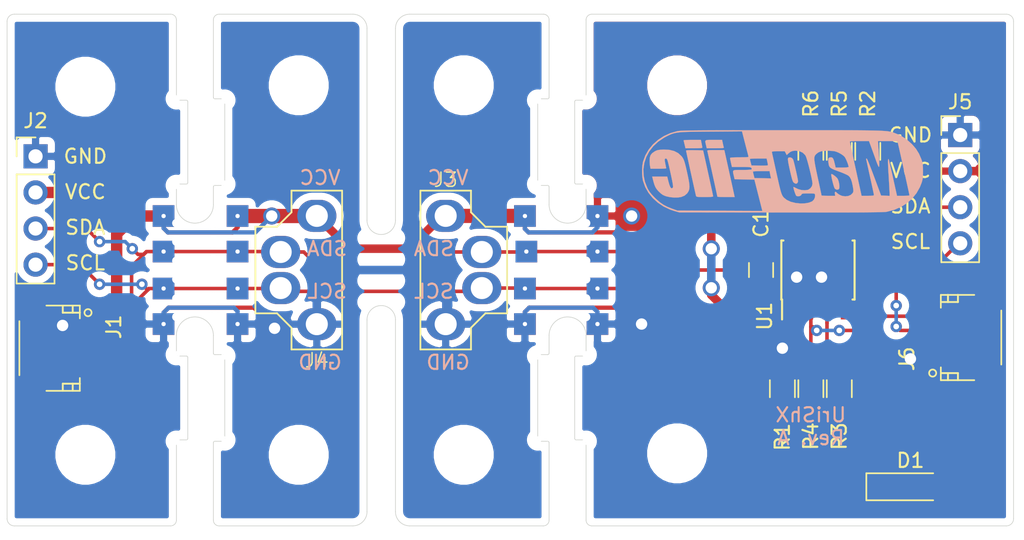
<source format=kicad_pcb>
(kicad_pcb (version 20171130) (host pcbnew "(5.1.5)-3")

  (general
    (thickness 1.6)
    (drawings 176)
    (tracks 232)
    (zones 0)
    (modules 59)
    (nets 9)
  )

  (page A4)
  (layers
    (0 F.Cu signal)
    (31 B.Cu signal)
    (32 B.Adhes user hide)
    (33 F.Adhes user hide)
    (34 B.Paste user hide)
    (35 F.Paste user hide)
    (36 B.SilkS user)
    (37 F.SilkS user)
    (38 B.Mask user)
    (39 F.Mask user)
    (40 Dwgs.User user hide)
    (41 Cmts.User user hide)
    (42 Eco1.User user hide)
    (43 Eco2.User user hide)
    (44 Edge.Cuts user)
    (45 Margin user hide)
    (46 B.CrtYd user hide)
    (47 F.CrtYd user hide)
    (48 B.Fab user hide)
    (49 F.Fab user hide)
  )

  (setup
    (last_trace_width 0.25)
    (user_trace_width 0.15)
    (user_trace_width 0.175)
    (user_trace_width 0.2)
    (user_trace_width 0.225)
    (user_trace_width 0.25)
    (user_trace_width 0.275)
    (user_trace_width 0.3)
    (user_trace_width 0.325)
    (user_trace_width 0.35)
    (user_trace_width 0.375)
    (user_trace_width 0.4)
    (user_trace_width 0.45)
    (user_trace_width 0.5)
    (user_trace_width 0.6)
    (user_trace_width 0.7)
    (user_trace_width 0.8)
    (user_trace_width 0.9)
    (user_trace_width 1)
    (trace_clearance 0.2)
    (zone_clearance 0.508)
    (zone_45_only no)
    (trace_min 0.15)
    (via_size 0.8)
    (via_drill 0.4)
    (via_min_size 0.4)
    (via_min_drill 0.3)
    (uvia_size 0.3)
    (uvia_drill 0.1)
    (uvias_allowed no)
    (uvia_min_size 0.2)
    (uvia_min_drill 0.1)
    (edge_width 0.05)
    (segment_width 0.2)
    (pcb_text_width 0.3)
    (pcb_text_size 1.5 1.5)
    (mod_edge_width 0.12)
    (mod_text_size 1 1)
    (mod_text_width 0.15)
    (pad_size 1.524 1.524)
    (pad_drill 0.762)
    (pad_to_mask_clearance 0.051)
    (solder_mask_min_width 0.25)
    (aux_axis_origin 0 0)
    (visible_elements 7FFFFFFF)
    (pcbplotparams
      (layerselection 0x010fc_ffffffff)
      (usegerberextensions false)
      (usegerberattributes false)
      (usegerberadvancedattributes false)
      (creategerberjobfile false)
      (excludeedgelayer true)
      (linewidth 0.100000)
      (plotframeref false)
      (viasonmask false)
      (mode 1)
      (useauxorigin false)
      (hpglpennumber 1)
      (hpglpenspeed 20)
      (hpglpendiameter 15.000000)
      (psnegative false)
      (psa4output false)
      (plotreference true)
      (plotvalue true)
      (plotinvisibletext false)
      (padsonsilk false)
      (subtractmaskfromsilk false)
      (outputformat 1)
      (mirror false)
      (drillshape 1)
      (scaleselection 1)
      (outputdirectory ""))
  )

  (net 0 "")
  (net 1 VCC)
  (net 2 GND)
  (net 3 "Net-(D1-Pad1)")
  (net 4 /SDA_IN)
  (net 5 /SCL_IN)
  (net 6 /SCL_OUT)
  (net 7 /SDA_OUT)
  (net 8 "Net-(R2-Pad2)")

  (net_class Default "This is the default net class."
    (clearance 0.2)
    (trace_width 0.25)
    (via_dia 0.8)
    (via_drill 0.4)
    (uvia_dia 0.3)
    (uvia_drill 0.1)
    (add_net /SCL_IN)
    (add_net /SCL_OUT)
    (add_net /SDA_IN)
    (add_net /SDA_OUT)
    (add_net "Net-(D1-Pad1)")
    (add_net "Net-(R2-Pad2)")
  )

  (net_class PWR ""
    (clearance 0.2)
    (trace_width 0.8)
    (via_dia 1.2)
    (via_drill 0.8)
    (uvia_dia 0.3)
    (uvia_drill 0.1)
    (add_net GND)
    (add_net VCC)
  )

  (module Logo_win:F.SilkS_g141 (layer B.Cu) (tedit 0) (tstamp 5E1C7EEE)
    (at 166 60 180)
    (fp_text reference G*** (at 0 0) (layer B.SilkS) hide
      (effects (font (size 1.524 1.524) (thickness 0.3)) (justify mirror))
    )
    (fp_text value LOGO (at 0.75 0) (layer B.SilkS) hide
      (effects (font (size 1.524 1.524) (thickness 0.3)) (justify mirror))
    )
    (fp_poly (pts (xy -3.436867 -0.251566) (xy -3.435885 -0.327415) (xy -3.455478 -0.462022) (xy -3.490255 -0.63356)
      (xy -3.534828 -0.820197) (xy -3.58381 -1.000106) (xy -3.631811 -1.151457) (xy -3.673443 -1.252421)
      (xy -3.689993 -1.276993) (xy -3.801853 -1.345037) (xy -3.913349 -1.339419) (xy -3.982164 -1.287756)
      (xy -4.00689 -1.206138) (xy -4.007061 -1.071261) (xy -3.986606 -0.909599) (xy -3.949455 -0.747624)
      (xy -3.899538 -0.611809) (xy -3.875392 -0.568447) (xy -3.806365 -0.486604) (xy -3.709595 -0.398872)
      (xy -3.604796 -0.319495) (xy -3.51168 -0.262718) (xy -3.449961 -0.242785) (xy -3.436867 -0.251566)) (layer B.SilkS) (width 0.01))
    (fp_poly (pts (xy -0.444594 0.916061) (xy -0.410417 0.891308) (xy -0.391302 0.842225) (xy -0.388266 0.758952)
      (xy -0.402325 0.631628) (xy -0.434494 0.450392) (xy -0.485791 0.205384) (xy -0.545224 -0.060528)
      (xy -0.609428 -0.335416) (xy -0.661635 -0.538769) (xy -0.70563 -0.682235) (xy -0.745201 -0.777463)
      (xy -0.784132 -0.8361) (xy -0.80322 -0.854278) (xy -0.914168 -0.921574) (xy -1.001828 -0.916646)
      (xy -1.049866 -0.880534) (xy -1.094249 -0.795962) (xy -1.100666 -0.751693) (xy -1.091162 -0.67703)
      (xy -1.065303 -0.537821) (xy -1.02707 -0.351709) (xy -0.980445 -0.136335) (xy -0.929409 0.090657)
      (xy -0.877942 0.311626) (xy -0.830026 0.50893) (xy -0.789643 0.664925) (xy -0.760772 0.761969)
      (xy -0.75658 0.773122) (xy -0.675411 0.876314) (xy -0.555448 0.926967) (xy -0.444594 0.916061)) (layer B.SilkS) (width 0.01))
    (fp_poly (pts (xy 6.552702 2.156911) (xy 6.734277 2.151168) (xy 6.867051 2.142557) (xy 6.936045 2.131863)
      (xy 6.942431 2.12725) (xy 6.93259 2.06836) (xy 6.908748 1.965268) (xy 6.904206 1.947333)
      (xy 6.869857 1.80908) (xy 6.840312 1.683537) (xy 6.840135 1.68275) (xy 6.814054 1.566333)
      (xy 6.222194 1.566333) (xy 5.967179 1.568634) (xy 5.789128 1.575965) (xy 5.68045 1.588975)
      (xy 5.633555 1.608307) (xy 5.630334 1.616702) (xy 5.638448 1.683213) (xy 5.659438 1.803123)
      (xy 5.681137 1.913035) (xy 5.73194 2.159) (xy 6.337303 2.159) (xy 6.552702 2.156911)) (layer B.SilkS) (width 0.01))
    (fp_poly (pts (xy 5.242207 2.154819) (xy 5.349388 2.138054) (xy 5.404954 2.101246) (xy 5.419902 2.036703)
      (xy 5.405231 1.936731) (xy 5.37194 1.793637) (xy 5.369063 1.781229) (xy 5.319459 1.566333)
      (xy 4.708367 1.566333) (xy 4.460932 1.567908) (xy 4.288158 1.573241) (xy 4.180087 1.583243)
      (xy 4.12676 1.598824) (xy 4.117998 1.620336) (xy 4.137519 1.689361) (xy 4.16624 1.811065)
      (xy 4.189029 1.91667) (xy 4.239336 2.159) (xy 4.829002 2.159) (xy 5.072411 2.159237)
      (xy 5.242207 2.154819)) (layer B.SilkS) (width 0.01))
    (fp_poly (pts (xy 6.567767 1.429464) (xy 6.699491 1.423057) (xy 6.767298 1.413235) (xy 6.773181 1.408745)
      (xy 6.764347 1.360926) (xy 6.739544 1.241525) (xy 6.701202 1.061606) (xy 6.651752 0.832232)
      (xy 6.593624 0.564464) (xy 6.529249 0.269366) (xy 6.461057 -0.042001) (xy 6.391478 -0.358573)
      (xy 6.322944 -0.669289) (xy 6.257885 -0.963085) (xy 6.198731 -1.228899) (xy 6.147912 -1.45567)
      (xy 6.10786 -1.632333) (xy 6.081004 -1.747827) (xy 6.070705 -1.788584) (xy 6.053447 -1.818242)
      (xy 6.014114 -1.838822) (xy 5.939371 -1.851935) (xy 5.815887 -1.859195) (xy 5.63033 -1.862214)
      (xy 5.458147 -1.862667) (xy 5.209538 -1.860682) (xy 5.036121 -1.854165) (xy 4.928503 -1.84227)
      (xy 4.877291 -1.824153) (xy 4.869735 -1.80975) (xy 4.878907 -1.75781) (xy 4.904444 -1.632546)
      (xy 4.944345 -1.443287) (xy 4.99661 -1.199361) (xy 5.059238 -0.910094) (xy 5.130229 -0.584814)
      (xy 5.20758 -0.232849) (xy 5.221594 -0.169334) (xy 5.572051 1.418166) (xy 6.172692 1.429912)
      (xy 6.387158 1.431925) (xy 6.567767 1.429464)) (layer B.SilkS) (width 0.01))
    (fp_poly (pts (xy 4.927409 1.438583) (xy 5.093171 1.435305) (xy 5.198697 1.427955) (xy 5.256201 1.414992)
      (xy 5.277896 1.394873) (xy 5.275996 1.366056) (xy 5.275763 1.36525) (xy 5.261652 1.307018)
      (xy 5.23238 1.178912) (xy 5.190365 0.991935) (xy 5.138024 0.75709) (xy 5.077775 0.485384)
      (xy 5.012035 0.187818) (xy 4.943222 -0.124602) (xy 4.873753 -0.440873) (xy 4.806046 -0.749991)
      (xy 4.742518 -1.040951) (xy 4.685587 -1.30275) (xy 4.63767 -1.524384) (xy 4.601184 -1.694848)
      (xy 4.578548 -1.803139) (xy 4.572 -1.83816) (xy 4.53216 -1.846861) (xy 4.422606 -1.854201)
      (xy 4.258286 -1.85958) (xy 4.05415 -1.862394) (xy 3.963571 -1.862667) (xy 3.355142 -1.862667)
      (xy 3.448992 -1.42875) (xy 3.483168 -1.271689) (xy 3.532214 -1.047621) (xy 3.592687 -0.772202)
      (xy 3.661146 -0.461087) (xy 3.734149 -0.129933) (xy 3.808255 0.205604) (xy 3.811935 0.22225)
      (xy 4.081028 1.439333) (xy 4.6892 1.439333) (xy 4.927409 1.438583)) (layer B.SilkS) (width 0.01))
    (fp_poly (pts (xy 8.376809 1.474719) (xy 8.582144 1.463282) (xy 8.72825 1.444874) (xy 8.840549 1.41402)
      (xy 8.944467 1.365244) (xy 8.98055 1.344694) (xy 9.156447 1.221674) (xy 9.264935 1.087683)
      (xy 9.319421 0.918971) (xy 9.333361 0.719666) (xy 9.328596 0.545524) (xy 9.315091 0.379981)
      (xy 9.300832 0.28575) (xy 9.267164 0.127) (xy 8.718749 0.127) (xy 8.51441 0.1293)
      (xy 8.34463 0.135591) (xy 8.225152 0.144963) (xy 8.171722 0.156502) (xy 8.170334 0.158766)
      (xy 8.178455 0.213325) (xy 8.199805 0.326736) (xy 8.229868 0.475062) (xy 8.231689 0.483778)
      (xy 8.264738 0.659786) (xy 8.273102 0.769006) (xy 8.255111 0.82613) (xy 8.209098 0.845847)
      (xy 8.190491 0.846666) (xy 8.157201 0.840544) (xy 8.127103 0.816) (xy 8.097272 0.76377)
      (xy 8.064782 0.674589) (xy 8.026707 0.539193) (xy 7.980122 0.348318) (xy 7.922101 0.092699)
      (xy 7.852887 -0.222389) (xy 7.785513 -0.53688) (xy 7.736773 -0.778389) (xy 7.705247 -0.956191)
      (xy 7.689517 -1.079561) (xy 7.688164 -1.157774) (xy 7.699768 -1.200106) (xy 7.702694 -1.204123)
      (xy 7.767059 -1.253129) (xy 7.827949 -1.235683) (xy 7.888193 -1.147452) (xy 7.950622 -0.984101)
      (xy 8.018069 -0.741295) (xy 8.02603 -0.709084) (xy 8.09596 -0.423334) (xy 9.153179 -0.423334)
      (xy 9.124999 -0.53975) (xy 9.056616 -0.806901) (xy 8.993647 -1.009277) (xy 8.927328 -1.165575)
      (xy 8.84889 -1.29449) (xy 8.749565 -1.414719) (xy 8.681706 -1.485068) (xy 8.533669 -1.623083)
      (xy 8.403593 -1.714742) (xy 8.258031 -1.780968) (xy 8.152069 -1.816359) (xy 7.896148 -1.872687)
      (xy 7.610122 -1.899436) (xy 7.331528 -1.894843) (xy 7.126404 -1.864462) (xy 6.884393 -1.768789)
      (xy 6.698806 -1.612161) (xy 6.611394 -1.480698) (xy 6.567466 -1.379328) (xy 6.540655 -1.268515)
      (xy 6.53178 -1.136608) (xy 6.541656 -0.971958) (xy 6.571101 -0.762916) (xy 6.620931 -0.497831)
      (xy 6.691964 -0.165055) (xy 6.70906 -0.088131) (xy 6.778606 0.21594) (xy 6.837036 0.450395)
      (xy 6.889109 0.628782) (xy 6.93958 0.76465) (xy 6.993208 0.871548) (xy 7.05475 0.963025)
      (xy 7.09634 1.014824) (xy 7.325728 1.225528) (xy 7.606382 1.372144) (xy 7.940473 1.455451)
      (xy 8.330172 1.476229) (xy 8.376809 1.474719)) (layer B.SilkS) (width 0.01))
    (fp_poly (pts (xy -0.828489 2.836363) (xy 0.005509 2.836333) (xy 0.922072 2.836269) (xy 1.75785 2.836053)
      (xy 2.516723 2.835651) (xy 3.202573 2.835026) (xy 3.81928 2.834145) (xy 4.370727 2.832971)
      (xy 4.860793 2.83147) (xy 5.29336 2.829607) (xy 5.672309 2.827347) (xy 6.001522 2.824654)
      (xy 6.284878 2.821493) (xy 6.526259 2.81783) (xy 6.729547 2.813629) (xy 6.898623 2.808855)
      (xy 7.037366 2.803473) (xy 7.149659 2.797448) (xy 7.239383 2.790745) (xy 7.310419 2.783329)
      (xy 7.366647 2.775164) (xy 7.396871 2.769485) (xy 7.881965 2.630705) (xy 8.33201 2.425478)
      (xy 8.739461 2.160576) (xy 9.096772 1.842768) (xy 9.396396 1.478825) (xy 9.630788 1.075519)
      (xy 9.792402 0.63962) (xy 9.799292 0.613833) (xy 9.842411 0.370984) (xy 9.863175 0.079689)
      (xy 9.861601 -0.226844) (xy 9.837706 -0.515403) (xy 9.798598 -0.726671) (xy 9.643909 -1.159992)
      (xy 9.414908 -1.56377) (xy 9.118893 -1.930996) (xy 8.763165 -2.254659) (xy 8.355024 -2.527748)
      (xy 7.901771 -2.743254) (xy 7.589252 -2.848328) (xy 7.260167 -2.942038) (xy 0.105834 -2.949285)
      (xy -0.838548 -2.950134) (xy -1.70179 -2.950669) (xy -2.487422 -2.950867) (xy -3.198969 -2.950704)
      (xy -3.839961 -2.950156) (xy -4.413924 -2.949201) (xy -4.924385 -2.947815) (xy -5.374873 -2.945975)
      (xy -5.768914 -2.943658) (xy -6.110036 -2.94084) (xy -6.401767 -2.937499) (xy -6.647635 -2.93361)
      (xy -6.851166 -2.929151) (xy -7.015887 -2.924098) (xy -7.145328 -2.918428) (xy -7.243015 -2.912118)
      (xy -7.312475 -2.905144) (xy -7.344833 -2.900117) (xy -7.573603 -2.839528) (xy 1.410253 -2.839528)
      (xy 4.39871 -2.827347) (xy 7.387167 -2.815167) (xy 7.758058 -2.682463) (xy 8.085557 -2.55169)
      (xy 8.36247 -2.40667) (xy 8.616347 -2.229816) (xy 8.874733 -2.003539) (xy 8.97576 -1.905)
      (xy 9.172155 -1.699167) (xy 9.318222 -1.519678) (xy 9.431983 -1.342911) (xy 9.492557 -1.227667)
      (xy 9.665806 -0.785783) (xy 9.757622 -0.339898) (xy 9.770518 0.102961) (xy 9.707006 0.535767)
      (xy 9.569597 0.951492) (xy 9.360805 1.34311) (xy 9.083142 1.703593) (xy 8.73912 2.025914)
      (xy 8.331252 2.303045) (xy 8.205705 2.371714) (xy 8.06262 2.445394) (xy 7.933575 2.508062)
      (xy 7.810455 2.560664) (xy 7.685143 2.604145) (xy 7.549522 2.639449) (xy 7.395477 2.667523)
      (xy 7.214891 2.689312) (xy 6.999648 2.70576) (xy 6.741633 2.717812) (xy 6.432728 2.726415)
      (xy 6.064819 2.732513) (xy 5.629788 2.737051) (xy 5.119519 2.740975) (xy 5.02945 2.741616)
      (xy 2.841066 2.757122) (xy 2.799455 2.595644) (xy 2.774734 2.499702) (xy 2.733564 2.339915)
      (xy 2.680621 2.134426) (xy 2.620578 1.901379) (xy 2.583338 1.756833) (xy 2.523332 1.524573)
      (xy 2.469482 1.317346) (xy 2.42585 1.150699) (xy 2.396503 1.040181) (xy 2.386897 1.005416)
      (xy 2.384502 0.977345) (xy 2.404466 0.957392) (xy 2.458568 0.944189) (xy 2.558586 0.936364)
      (xy 2.716296 0.93255) (xy 2.943478 0.931375) (xy 3.023981 0.931333) (xy 3.309331 0.928496)
      (xy 3.515455 0.920064) (xy 3.640596 0.906155) (xy 3.682999 0.886889) (xy 3.683 0.886773)
      (xy 3.674125 0.825643) (xy 3.650797 0.70713) (xy 3.617959 0.556268) (xy 3.616107 0.548107)
      (xy 3.549214 0.254) (xy 2.879803 0.254) (xy 2.617256 0.253006) (xy 2.42757 0.24814)
      (xy 2.298945 0.236571) (xy 2.219582 0.215473) (xy 2.177681 0.182015) (xy 2.161443 0.13337)
      (xy 2.159 0.081204) (xy 2.199117 0.067457) (xy 2.310631 0.055975) (xy 2.480284 0.047544)
      (xy 2.694819 0.042948) (xy 2.815167 0.042333) (xy 3.074206 0.042853) (xy 3.259053 0.039504)
      (xy 3.380111 0.024926) (xy 3.447782 -0.008241) (xy 3.472469 -0.067358) (xy 3.464575 -0.159785)
      (xy 3.434503 -0.292884) (xy 3.413463 -0.381) (xy 3.35918 -0.613834) (xy 1.9685 -0.637238)
      (xy 1.689377 -1.738383) (xy 1.410253 -2.839528) (xy -7.573603 -2.839528) (xy -7.861177 -2.763365)
      (xy -8.332224 -2.560416) (xy -8.753114 -2.295317) (xy -9.118988 -1.972114) (xy -9.303256 -1.744935)
      (xy -8.932333 -1.744935) (xy -8.892943 -1.758607) (xy -8.786524 -1.769525) (xy -8.630701 -1.776357)
      (xy -8.494785 -1.778) (xy -8.057236 -1.778) (xy -7.773155 -0.498981) (xy -7.702318 -0.182146)
      (xy -7.636702 0.107344) (xy -7.578681 0.359332) (xy -7.530625 0.563667) (xy -7.494907 0.710193)
      (xy -7.473899 0.788758) (xy -7.46987 0.799241) (xy -7.447372 0.808888) (xy -7.431747 0.781094)
      (xy -7.422975 0.708584) (xy -7.421035 0.584082) (xy -7.425906 0.400312) (xy -7.437568 0.149998)
      (xy -7.455999 -0.174136) (xy -7.466593 -0.347575) (xy -7.485277 -0.654952) (xy -7.50203 -0.942287)
      (xy -7.516137 -1.196336) (xy -7.526882 -1.403858) (xy -7.533548 -1.551612) (xy -7.535473 -1.621105)
      (xy -7.535333 -1.781709) (xy -7.235647 -1.769271) (xy -6.935961 -1.756834) (xy -6.458502 -0.467674)
      (xy -6.341639 -0.155541) (xy -6.232184 0.130338) (xy -6.133971 0.380448) (xy -6.050833 0.585272)
      (xy -5.986605 0.735294) (xy -5.945119 0.820996) (xy -5.932688 0.837604) (xy -5.887614 0.836203)
      (xy -5.884333 0.828012) (xy -5.8932 0.781741) (xy -5.918288 0.663244) (xy -5.957328 0.482917)
      (xy -6.008052 0.251158) (xy -6.068191 -0.021637) (xy -6.135477 -0.32507) (xy -6.1595 -0.433016)
      (xy -6.228859 -0.746171) (xy -6.291804 -1.033772) (xy -6.346047 -1.285103) (xy -6.389303 -1.489446)
      (xy -6.419286 -1.636083) (xy -6.43371 -1.714297) (xy -6.434666 -1.723167) (xy -6.412309 -1.749418)
      (xy -6.337908 -1.76638) (xy -6.200471 -1.775443) (xy -6.000683 -1.778) (xy -5.566699 -1.778)
      (xy -5.491242 -1.433228) (xy -4.990164 -1.433228) (xy -4.977686 -1.507932) (xy -4.944386 -1.574051)
      (xy -4.936202 -1.586774) (xy -4.805109 -1.714245) (xy -4.62384 -1.791647) (xy -4.413091 -1.815237)
      (xy -4.193555 -1.781272) (xy -4.085166 -1.740716) (xy -3.958453 -1.670117) (xy -3.853963 -1.591292)
      (xy -3.835189 -1.572312) (xy -3.750679 -1.495982) (xy -3.701292 -1.496676) (xy -3.686806 -1.574483)
      (xy -3.691034 -1.629834) (xy -3.708332 -1.778) (xy -3.229999 -1.778) (xy -3.040142 -1.776061)
      (xy -2.885958 -1.770794) (xy -2.784306 -1.763028) (xy -2.751666 -1.754528) (xy -2.743291 -1.709491)
      (xy -2.295403 -1.709491) (xy -2.289108 -1.881417) (xy -2.217108 -2.044542) (xy -2.094501 -2.165633)
      (xy -2.085795 -2.170877) (xy -1.869458 -2.258041) (xy -1.595267 -2.307481) (xy -1.282055 -2.317354)
      (xy -0.948654 -2.285818) (xy -0.934109 -2.283499) (xy -0.582445 -2.197034) (xy -0.299334 -2.06255)
      (xy -0.114278 -1.912967) (xy -0.065772 -1.859734) (xy -0.022735 -1.80163) (xy 0.017263 -1.730436)
      (xy 0.056655 -1.637931) (xy 0.097872 -1.515895) (xy 0.143344 -1.356108) (xy 0.195503 -1.150349)
      (xy 0.256781 -0.890399) (xy 0.329608 -0.568036) (xy 0.332975 -0.552791) (xy 0.793816 -0.552791)
      (xy 1.378447 -0.540979) (xy 1.963079 -0.529167) (xy 2.017889 -0.3175) (xy 2.049309 -0.191019)
      (xy 2.06953 -0.099775) (xy 2.073517 -0.074084) (xy 2.034029 -0.062626) (xy 1.925068 -0.053007)
      (xy 1.76182 -0.046049) (xy 1.559474 -0.042575) (xy 1.487077 -0.042334) (xy 0.899821 -0.042334)
      (xy 0.873267 -0.201084) (xy 0.848172 -0.334631) (xy 0.822494 -0.447976) (xy 0.820264 -0.456312)
      (xy 0.793816 -0.552791) (xy 0.332975 -0.552791) (xy 0.416416 -0.17504) (xy 0.464034 0.042333)
      (xy 0.530859 0.347623) (xy 0.537457 0.377722) (xy 1.016 0.377722) (xy 1.056877 0.361154)
      (xy 1.174033 0.350437) (xy 1.359254 0.345993) (xy 1.595373 0.348055) (xy 2.174745 0.359833)
      (xy 2.229556 0.5715) (xy 2.260976 0.697981) (xy 2.281196 0.789225) (xy 2.285184 0.814916)
      (xy 2.245691 0.826357) (xy 2.136701 0.835966) (xy 1.973375 0.842925) (xy 1.770877 0.846415)
      (xy 1.696841 0.846666) (xy 1.107683 0.846666) (xy 1.061841 0.632916) (xy 1.035572 0.502895)
      (xy 1.018987 0.406328) (xy 1.016 0.377722) (xy 0.537457 0.377722) (xy 0.592388 0.628266)
      (xy 0.646127 0.872924) (xy 0.689581 1.070254) (xy 0.720257 1.208917) (xy 0.735661 1.277573)
      (xy 0.736368 1.280583) (xy 0.736867 1.313215) (xy 0.710454 1.334615) (xy 0.643246 1.347105)
      (xy 0.521357 1.353008) (xy 0.330905 1.354645) (xy 0.293457 1.354666) (xy -0.167159 1.354666)
      (xy -0.235212 1.223067) (xy -0.303265 1.091467) (xy -0.416216 1.196727) (xy -0.564203 1.314187)
      (xy -0.711047 1.375969) (xy -0.894353 1.396552) (xy -0.936351 1.397) (xy -1.201995 1.36195)
      (xy -1.424135 1.259585) (xy -1.594733 1.094081) (xy -1.633331 1.035018) (xy -1.672754 0.942042)
      (xy -1.724835 0.782375) (xy -1.785567 0.572335) (xy -1.850941 0.328242) (xy -1.916949 0.066415)
      (xy -1.979582 -0.196829) (xy -2.034834 -0.445169) (xy -2.078694 -0.662288) (xy -2.107156 -0.831865)
      (xy -2.116296 -0.931334) (xy -2.077959 -1.093158) (xy -1.976776 -1.238991) (xy -1.833736 -1.341003)
      (xy -1.79635 -1.355596) (xy -1.58453 -1.389551) (xy -1.34297 -1.371714) (xy -1.105313 -1.306426)
      (xy -0.987165 -1.251147) (xy -0.875522 -1.192532) (xy -0.798247 -1.159062) (xy -0.777296 -1.155926)
      (xy -0.776859 -1.205997) (xy -0.800033 -1.310011) (xy -0.838866 -1.443345) (xy -0.885408 -1.58138)
      (xy -0.931709 -1.699492) (xy -0.969817 -1.773061) (xy -0.980095 -1.783963) (xy -1.089477 -1.815849)
      (xy -1.211171 -1.798742) (xy -1.307619 -1.741164) (xy -1.332955 -1.703917) (xy -1.35655 -1.661603)
      (xy -1.393725 -1.634105) (xy -1.4609 -1.618246) (xy -1.574497 -1.610851) (xy -1.750936 -1.608743)
      (xy -1.825437 -1.608667) (xy -2.025122 -1.609435) (xy -2.155774 -1.613977) (xy -2.233025 -1.625645)
      (xy -2.27251 -1.647793) (xy -2.289859 -1.683776) (xy -2.295403 -1.709491) (xy -2.743291 -1.709491)
      (xy -2.743053 -1.708212) (xy -2.718889 -1.591046) (xy -2.681691 -1.414893) (xy -2.633974 -1.191619)
      (xy -2.578256 -0.93309) (xy -2.542962 -0.770278) (xy -2.451466 -0.34749) (xy -2.377553 0.000979)
      (xy -2.320535 0.283481) (xy -2.279726 0.508368) (xy -2.254438 0.683993) (xy -2.243986 0.818709)
      (xy -2.24768 0.920868) (xy -2.264836 0.998822) (xy -2.294764 1.060924) (xy -2.33678 1.115526)
      (xy -2.383807 1.164607) (xy -2.520425 1.271882) (xy -2.687369 1.343239) (xy -2.899673 1.382379)
      (xy -3.172372 1.393) (xy -3.300337 1.390141) (xy -3.505776 1.379589) (xy -3.657375 1.360436)
      (xy -3.78594 1.325791) (xy -3.92228 1.268764) (xy -3.990856 1.2357) (xy -4.150777 1.14515)
      (xy -4.290273 1.045468) (xy -4.377674 0.960534) (xy -4.437036 0.860964) (xy -4.505275 0.715871)
      (xy -4.571471 0.55286) (xy -4.624703 0.399537) (xy -4.654049 0.283506) (xy -4.656666 0.255335)
      (xy -4.615758 0.234669) (xy -4.498385 0.220171) (xy -4.312579 0.212608) (xy -4.19983 0.211666)
      (xy -3.742994 0.211666) (xy -3.672503 0.51203) (xy -3.6203 0.709164) (xy -3.569389 0.835564)
      (xy -3.511477 0.904619) (xy -3.438275 0.929716) (xy -3.413233 0.930685) (xy -3.300789 0.914786)
      (xy -3.239735 0.859124) (xy -3.220883 0.748703) (xy -3.228105 0.628576) (xy -3.245684 0.476014)
      (xy -3.269784 0.359224) (xy -3.311481 0.268383) (xy -3.381852 0.193673) (xy -3.491975 0.125272)
      (xy -3.652926 0.053359) (xy -3.875783 -0.031885) (xy -4.041747 -0.092758) (xy -4.241452 -0.170131)
      (xy -4.424259 -0.248827) (xy -4.567863 -0.318789) (xy -4.641698 -0.363315) (xy -4.739434 -0.463543)
      (xy -4.819454 -0.609826) (xy -4.886516 -0.814152) (xy -4.945379 -1.088506) (xy -4.957616 -1.158945)
      (xy -4.983061 -1.325158) (xy -4.990164 -1.433228) (xy -5.491242 -1.433228) (xy -5.152081 0.116416)
      (xy -5.067294 0.504676) (xy -4.98842 0.86752) (xy -4.91725 1.196589) (xy -4.855575 1.48352)
      (xy -4.805188 1.719953) (xy -4.76788 1.897527) (xy -4.745441 2.00788) (xy -4.739398 2.042583)
      (xy -4.78004 2.05334) (xy -4.891075 2.062537) (xy -5.05823 2.069503) (xy -5.267238 2.073566)
      (xy -5.41414 2.074333) (xy -6.086947 2.074333) (xy -6.275764 1.55575) (xy -6.364041 1.312456)
      (xy -6.457926 1.052318) (xy -6.545149 0.809406) (xy -6.603584 0.645583) (xy -6.666733 0.479229)
      (xy -6.724354 0.347979) (xy -6.768434 0.269074) (xy -6.785578 0.254) (xy -6.801873 0.295405)
      (xy -6.808701 0.41978) (xy -6.806053 0.627361) (xy -6.793924 0.918386) (xy -6.772307 1.293091)
      (xy -6.744603 1.703916) (xy -6.718322 2.074333) (xy -7.399141 2.074333) (xy -7.655436 2.073526)
      (xy -7.839456 2.070233) (xy -7.963585 2.063151) (xy -8.040206 2.050976) (xy -8.081704 2.032402)
      (xy -8.100462 2.006126) (xy -8.102448 2.00025) (xy -8.117 1.941492) (xy -8.147053 1.811858)
      (xy -8.190353 1.621528) (xy -8.244643 1.380681) (xy -8.307669 1.0995) (xy -8.377173 0.788163)
      (xy -8.4509 0.45685) (xy -8.526594 0.115743) (xy -8.602 -0.224979) (xy -8.674862 -0.555136)
      (xy -8.742924 -0.864548) (xy -8.803929 -1.143033) (xy -8.855623 -1.380412) (xy -8.89575 -1.566506)
      (xy -8.922053 -1.691133) (xy -8.932277 -1.744113) (xy -8.932333 -1.744935) (xy -9.303256 -1.744935)
      (xy -9.424988 -1.594855) (xy -9.666253 -1.167585) (xy -9.785094 -0.867834) (xy -9.829561 -0.722054)
      (xy -9.85863 -0.584082) (xy -9.875214 -0.429331) (xy -9.882229 -0.233217) (xy -9.882957 -0.042334)
      (xy -9.879905 0.195544) (xy -9.870486 0.373464) (xy -9.851369 0.516081) (xy -9.819226 0.64805)
      (xy -9.770724 0.794024) (xy -9.769537 0.797331) (xy -9.602636 1.185506) (xy -9.393608 1.522849)
      (xy -9.123207 1.840047) (xy -9.101666 1.862103) (xy -8.741321 2.182929) (xy -8.358564 2.43163)
      (xy -8.00772 2.593286) (xy -7.930319 2.623759) (xy -7.859464 2.651577) (xy -7.791171 2.676861)
      (xy -7.721457 2.699731) (xy -7.646338 2.720308) (xy -7.56183 2.738713) (xy -7.46395 2.755067)
      (xy -7.348713 2.76949) (xy -7.212136 2.782104) (xy -7.050236 2.79303) (xy -6.859028 2.802387)
      (xy -6.634529 2.810298) (xy -6.372756 2.816882) (xy -6.069723 2.82226) (xy -5.721449 2.826555)
      (xy -5.323949 2.829885) (xy -4.873239 2.832373) (xy -4.365336 2.834138) (xy -3.796255 2.835302)
      (xy -3.162014 2.835986) (xy -2.458629 2.83631) (xy -1.682115 2.836396) (xy -0.828489 2.836363)) (layer B.SilkS) (width 0.01))
  )

  (module MyFootprintLib:Mouse_bites_2.6 (layer F.Cu) (tedit 5E1B016E) (tstamp 5E178298)
    (at 124.7 67 90)
    (fp_text reference REF** (at 0 2.9 90) (layer F.SilkS) hide
      (effects (font (size 1 1) (thickness 0.1)))
    )
    (fp_text value "Mouse bites" (at -0.1 -3.4 90) (layer F.Fab) hide
      (effects (font (size 1 1) (thickness 0.1)))
    )
    (fp_arc (start 4.6 0) (end 4.6 1.3) (angle 90) (layer F.CrtYd) (width 0.1))
    (fp_arc (start 4.6 0) (end 3.3 0) (angle 90) (layer F.CrtYd) (width 0.1))
    (fp_arc (start -4.6 0) (end -4.6 -1.3) (angle 90) (layer F.CrtYd) (width 0.1))
    (fp_arc (start -4.6 0) (end -3.3 0) (angle 90) (layer F.CrtYd) (width 0.1))
    (pad "" np_thru_hole circle (at 3.3 1.3 90) (size 0.6 0.6) (drill 0.6) (layers *.Cu *.Mask))
    (pad "" np_thru_hole circle (at 3.3 -1.3 90) (size 0.6 0.6) (drill 0.6) (layers *.Cu *.Mask))
    (pad "" np_thru_hole circle (at -3.3 1.3 90) (size 0.6 0.6) (drill 0.6) (layers *.Cu *.Mask))
    (pad "" np_thru_hole circle (at -3.3 -1.3 90) (size 0.6 0.6) (drill 0.6) (layers *.Cu *.Mask))
    (pad "" np_thru_hole circle (at -2 1.3 90) (size 0.6 0.6) (drill 0.6) (layers *.Cu *.Mask))
    (pad "" np_thru_hole circle (at 2 1.3 90) (size 0.6 0.6) (drill 0.6) (layers *.Cu *.Mask))
    (pad "" np_thru_hole circle (at -0.65 1.3 90) (size 0.6 0.6) (drill 0.6) (layers *.Cu *.Mask))
    (pad "" np_thru_hole circle (at 0.65 1.3 90) (size 0.6 0.6) (drill 0.6) (layers *.Cu *.Mask))
    (pad "" np_thru_hole circle (at 0.65 -1.3 90) (size 0.6 0.6) (drill 0.6) (layers *.Cu *.Mask))
    (pad "" np_thru_hole circle (at 2 -1.3 90) (size 0.6 0.6) (drill 0.6) (layers *.Cu *.Mask))
    (pad "" np_thru_hole circle (at -0.65 -1.3 90) (size 0.6 0.6) (drill 0.6) (layers *.Cu *.Mask))
    (pad "" np_thru_hole circle (at -2 -1.3 90) (size 0.6 0.6) (drill 0.6) (layers *.Cu *.Mask))
  )

  (module MyFootprintLib:Mouse_bites_2.6 (layer F.Cu) (tedit 5E1B016E) (tstamp 5E178983)
    (at 150.9 67 270)
    (fp_text reference REF** (at 0 2.9 90) (layer F.SilkS) hide
      (effects (font (size 1 1) (thickness 0.1)))
    )
    (fp_text value "Mouse bites" (at -0.1 -3.4 90) (layer F.Fab) hide
      (effects (font (size 1 1) (thickness 0.1)))
    )
    (fp_arc (start 4.6 0) (end 4.6 1.3) (angle 90) (layer F.CrtYd) (width 0.1))
    (fp_arc (start 4.6 0) (end 3.3 0) (angle 90) (layer F.CrtYd) (width 0.1))
    (fp_arc (start -4.6 0) (end -4.6 -1.3) (angle 90) (layer F.CrtYd) (width 0.1))
    (fp_arc (start -4.6 0) (end -3.3 0) (angle 90) (layer F.CrtYd) (width 0.1))
    (pad "" np_thru_hole circle (at 3.3 1.3 270) (size 0.6 0.6) (drill 0.6) (layers *.Cu *.Mask))
    (pad "" np_thru_hole circle (at 3.3 -1.3 270) (size 0.6 0.6) (drill 0.6) (layers *.Cu *.Mask))
    (pad "" np_thru_hole circle (at -3.3 1.3 270) (size 0.6 0.6) (drill 0.6) (layers *.Cu *.Mask))
    (pad "" np_thru_hole circle (at -3.3 -1.3 270) (size 0.6 0.6) (drill 0.6) (layers *.Cu *.Mask))
    (pad "" np_thru_hole circle (at -2 1.3 270) (size 0.6 0.6) (drill 0.6) (layers *.Cu *.Mask))
    (pad "" np_thru_hole circle (at 2 1.3 270) (size 0.6 0.6) (drill 0.6) (layers *.Cu *.Mask))
    (pad "" np_thru_hole circle (at -0.65 1.3 270) (size 0.6 0.6) (drill 0.6) (layers *.Cu *.Mask))
    (pad "" np_thru_hole circle (at 0.65 1.3 270) (size 0.6 0.6) (drill 0.6) (layers *.Cu *.Mask))
    (pad "" np_thru_hole circle (at 0.65 -1.3 270) (size 0.6 0.6) (drill 0.6) (layers *.Cu *.Mask))
    (pad "" np_thru_hole circle (at 2 -1.3 270) (size 0.6 0.6) (drill 0.6) (layers *.Cu *.Mask))
    (pad "" np_thru_hole circle (at -0.65 -1.3 270) (size 0.6 0.6) (drill 0.6) (layers *.Cu *.Mask))
    (pad "" np_thru_hole circle (at -2 -1.3 270) (size 0.6 0.6) (drill 0.6) (layers *.Cu *.Mask))
  )

  (module Connectors_JST:JST_SH_SM04B-SRSS-TB_04x1.00mm_Angled (layer F.Cu) (tedit 56B07436) (tstamp 5E189668)
    (at 178.75 71.75 90)
    (descr http://www.jst-mfg.com/product/pdf/eng/eSH.pdf)
    (tags "connector jst sh")
    (path /5E163DB1)
    (attr smd)
    (fp_text reference J6 (at -1.5 -4 90) (layer F.SilkS)
      (effects (font (size 1 1) (thickness 0.15)))
    )
    (fp_text value JST_QWIIC (at -4.75 -0.25 180) (layer F.Fab)
      (effects (font (size 1 1) (thickness 0.15)))
    )
    (fp_circle (center -2.5 -2.1875) (end -2.25 -2.1875) (layer F.SilkS) (width 0.12))
    (fp_line (start -1.9 2.6375) (end 1.9 2.6375) (layer F.SilkS) (width 0.12))
    (fp_line (start -3 0.7375) (end -3 -1.6125) (layer F.SilkS) (width 0.12))
    (fp_line (start -3 -1.6125) (end -2.1 -1.6125) (layer F.SilkS) (width 0.12))
    (fp_line (start -2.5 -1.6125) (end -2.5 -0.4125) (layer F.SilkS) (width 0.12))
    (fp_line (start -2.5 -0.4125) (end -2.5 -0.4125) (layer F.SilkS) (width 0.12))
    (fp_line (start -2.5 -0.4125) (end -2.5 -1.6125) (layer F.SilkS) (width 0.12))
    (fp_line (start -2.5 -1.6125) (end -2.5 -1.6125) (layer F.SilkS) (width 0.12))
    (fp_line (start -2.5 -1.1125) (end -2.5 -1.1125) (layer F.SilkS) (width 0.12))
    (fp_line (start -2.5 -1.1125) (end -3 -1.1125) (layer F.SilkS) (width 0.12))
    (fp_line (start -3 -1.1125) (end -3 -1.1125) (layer F.SilkS) (width 0.12))
    (fp_line (start -3 -1.1125) (end -2.5 -1.1125) (layer F.SilkS) (width 0.12))
    (fp_line (start -2.5 -0.4125) (end -2.5 -0.4125) (layer F.SilkS) (width 0.12))
    (fp_line (start -2.5 -0.4125) (end -3 -0.4125) (layer F.SilkS) (width 0.12))
    (fp_line (start -3 -0.4125) (end -3 -0.4125) (layer F.SilkS) (width 0.12))
    (fp_line (start -3 -0.4125) (end -2.5 -0.4125) (layer F.SilkS) (width 0.12))
    (fp_line (start 3 0.7375) (end 3 -1.6125) (layer F.SilkS) (width 0.12))
    (fp_line (start 3 -1.6125) (end 2.1 -1.6125) (layer F.SilkS) (width 0.12))
    (fp_line (start 2.5 -1.6125) (end 2.5 -0.4125) (layer F.SilkS) (width 0.12))
    (fp_line (start 2.5 -0.4125) (end 2.5 -0.4125) (layer F.SilkS) (width 0.12))
    (fp_line (start 2.5 -0.4125) (end 2.5 -1.6125) (layer F.SilkS) (width 0.12))
    (fp_line (start 2.5 -1.6125) (end 2.5 -1.6125) (layer F.SilkS) (width 0.12))
    (fp_line (start 2.5 -1.1125) (end 2.5 -1.1125) (layer F.SilkS) (width 0.12))
    (fp_line (start 2.5 -1.1125) (end 3 -1.1125) (layer F.SilkS) (width 0.12))
    (fp_line (start 3 -1.1125) (end 3 -1.1125) (layer F.SilkS) (width 0.12))
    (fp_line (start 3 -1.1125) (end 2.5 -1.1125) (layer F.SilkS) (width 0.12))
    (fp_line (start 2.5 -0.4125) (end 2.5 -0.4125) (layer F.SilkS) (width 0.12))
    (fp_line (start 2.5 -0.4125) (end 3 -0.4125) (layer F.SilkS) (width 0.12))
    (fp_line (start 3 -0.4125) (end 3 -0.4125) (layer F.SilkS) (width 0.12))
    (fp_line (start 3 -0.4125) (end 2.5 -0.4125) (layer F.SilkS) (width 0.12))
    (fp_line (start -3.9 3.35) (end -3.9 -3.25) (layer F.CrtYd) (width 0.05))
    (fp_line (start -3.9 -3.25) (end 3.9 -3.25) (layer F.CrtYd) (width 0.05))
    (fp_line (start 3.9 -3.25) (end 3.9 3.35) (layer F.CrtYd) (width 0.05))
    (fp_line (start 3.9 3.35) (end -3.9 3.35) (layer F.CrtYd) (width 0.05))
    (pad 1 smd rect (at -1.5 -1.9375 90) (size 0.6 1.55) (layers F.Cu F.Paste F.Mask)
      (net 2 GND))
    (pad 2 smd rect (at -0.5 -1.9375 90) (size 0.6 1.55) (layers F.Cu F.Paste F.Mask)
      (net 1 VCC))
    (pad 3 smd rect (at 0.5 -1.9375 90) (size 0.6 1.55) (layers F.Cu F.Paste F.Mask)
      (net 7 /SDA_OUT))
    (pad 4 smd rect (at 1.5 -1.9375 90) (size 0.6 1.55) (layers F.Cu F.Paste F.Mask)
      (net 6 /SCL_OUT))
    (pad "" smd rect (at -2.8 1.9375 90) (size 1.2 1.8) (layers F.Cu F.Paste F.Mask))
    (pad "" smd rect (at 2.8 1.9375 90) (size 1.2 1.8) (layers F.Cu F.Paste F.Mask))
    (model ${KISYS3DMOD}/Connector_JST.3dshapes/JST_PH_S4B-PH-K_1x04_P2.00mm_Horizontal.step
      (offset (xyz -1.75 1 0))
      (scale (xyz 0.6 0.6 0.5))
      (rotate (xyz 0 0 0))
    )
    (model E:/Dropbox/KiCad/magnetic_qwiic/SM04B-SRSS-TB.STEP
      (offset (xyz 0 1 -0.5))
      (scale (xyz 1 1 1))
      (rotate (xyz -90 0 0))
    )
  )

  (module Resistors_SMD:R_0805_HandSoldering (layer F.Cu) (tedit 58E0A804) (tstamp 5E17ABBF)
    (at 170 75.35 90)
    (descr "Resistor SMD 0805, hand soldering")
    (tags "resistor 0805")
    (path /5E1685ED)
    (attr smd)
    (fp_text reference R3 (at -3.35 0 90) (layer F.SilkS)
      (effects (font (size 1 1) (thickness 0.15)))
    )
    (fp_text value 4k7 (at -5.65 0 90) (layer F.Fab)
      (effects (font (size 1 1) (thickness 0.15)))
    )
    (fp_text user %R (at 0 0 90) (layer F.Fab)
      (effects (font (size 0.5 0.5) (thickness 0.075)))
    )
    (fp_line (start -1 0.62) (end -1 -0.62) (layer F.Fab) (width 0.1))
    (fp_line (start 1 0.62) (end -1 0.62) (layer F.Fab) (width 0.1))
    (fp_line (start 1 -0.62) (end 1 0.62) (layer F.Fab) (width 0.1))
    (fp_line (start -1 -0.62) (end 1 -0.62) (layer F.Fab) (width 0.1))
    (fp_line (start 0.6 0.88) (end -0.6 0.88) (layer F.SilkS) (width 0.12))
    (fp_line (start -0.6 -0.88) (end 0.6 -0.88) (layer F.SilkS) (width 0.12))
    (fp_line (start -2.35 -0.9) (end 2.35 -0.9) (layer F.CrtYd) (width 0.05))
    (fp_line (start -2.35 -0.9) (end -2.35 0.9) (layer F.CrtYd) (width 0.05))
    (fp_line (start 2.35 0.9) (end 2.35 -0.9) (layer F.CrtYd) (width 0.05))
    (fp_line (start 2.35 0.9) (end -2.35 0.9) (layer F.CrtYd) (width 0.05))
    (pad 1 smd rect (at -1.35 0 90) (size 1.5 1.3) (layers F.Cu F.Paste F.Mask)
      (net 1 VCC))
    (pad 2 smd rect (at 1.35 0 90) (size 1.5 1.3) (layers F.Cu F.Paste F.Mask)
      (net 5 /SCL_IN))
    (model ${KISYS3DMOD}/Resistors_SMD.3dshapes/R_0805.wrl
      (at (xyz 0 0 0))
      (scale (xyz 1 1 1))
      (rotate (xyz 0 0 0))
    )
    (model ${KISYS3DMOD}/Resistor_SMD.3dshapes/R_0805_2012Metric.step
      (at (xyz 0 0 0))
      (scale (xyz 1 1 1))
      (rotate (xyz 0 0 0))
    )
  )

  (module Resistors_SMD:R_0805_HandSoldering (layer F.Cu) (tedit 58E0A804) (tstamp 5E17AB56)
    (at 168 75.35 90)
    (descr "Resistor SMD 0805, hand soldering")
    (tags "resistor 0805")
    (path /5E16A4BC)
    (attr smd)
    (fp_text reference R4 (at -3.35 0 90) (layer F.SilkS)
      (effects (font (size 1 1) (thickness 0.15)))
    )
    (fp_text value 4k7 (at -5.65 0 90) (layer F.Fab)
      (effects (font (size 1 1) (thickness 0.15)))
    )
    (fp_text user %R (at 0 0 90) (layer F.Fab)
      (effects (font (size 0.5 0.5) (thickness 0.075)))
    )
    (fp_line (start -1 0.62) (end -1 -0.62) (layer F.Fab) (width 0.1))
    (fp_line (start 1 0.62) (end -1 0.62) (layer F.Fab) (width 0.1))
    (fp_line (start 1 -0.62) (end 1 0.62) (layer F.Fab) (width 0.1))
    (fp_line (start -1 -0.62) (end 1 -0.62) (layer F.Fab) (width 0.1))
    (fp_line (start 0.6 0.88) (end -0.6 0.88) (layer F.SilkS) (width 0.12))
    (fp_line (start -0.6 -0.88) (end 0.6 -0.88) (layer F.SilkS) (width 0.12))
    (fp_line (start -2.35 -0.9) (end 2.35 -0.9) (layer F.CrtYd) (width 0.05))
    (fp_line (start -2.35 -0.9) (end -2.35 0.9) (layer F.CrtYd) (width 0.05))
    (fp_line (start 2.35 0.9) (end 2.35 -0.9) (layer F.CrtYd) (width 0.05))
    (fp_line (start 2.35 0.9) (end -2.35 0.9) (layer F.CrtYd) (width 0.05))
    (pad 1 smd rect (at -1.35 0 90) (size 1.5 1.3) (layers F.Cu F.Paste F.Mask)
      (net 1 VCC))
    (pad 2 smd rect (at 1.35 0 90) (size 1.5 1.3) (layers F.Cu F.Paste F.Mask)
      (net 6 /SCL_OUT))
    (model ${KISYS3DMOD}/Resistors_SMD.3dshapes/R_0805.wrl
      (at (xyz 0 0 0))
      (scale (xyz 1 1 1))
      (rotate (xyz 0 0 0))
    )
    (model ${KISYS3DMOD}/Resistor_SMD.3dshapes/R_0805_2012Metric.step
      (at (xyz 0 0 0))
      (scale (xyz 1 1 1))
      (rotate (xyz 0 0 0))
    )
  )

  (module MyFootprintLib:Mouse_bites (layer F.Cu) (tedit 5B6AE37A) (tstamp 5E176EED)
    (at 137.8 67 90)
    (fp_text reference REF** (at -21 0.2 90) (layer F.SilkS) hide
      (effects (font (size 1 1) (thickness 0.1)))
    )
    (fp_text value "Mouse bites" (at -0.1 -3.4 90) (layer F.Fab) hide
      (effects (font (size 1 1) (thickness 0.1)))
    )
    (fp_arc (start -3.5 0) (end -3.5 -1) (angle 90) (layer F.CrtYd) (width 0.1))
    (fp_arc (start -3.5 0) (end -2.5 0) (angle 90) (layer F.CrtYd) (width 0.1))
    (fp_arc (start 3.5 0) (end 2.5 0) (angle 90) (layer F.CrtYd) (width 0.1))
    (fp_arc (start 3.5 0) (end 3.5 1) (angle 90) (layer F.CrtYd) (width 0.1))
    (pad "" np_thru_hole circle (at 2.25 1 90) (size 0.35 0.35) (drill 0.35) (layers *.Cu *.Mask))
    (pad "" np_thru_hole circle (at 0.75 1 90) (size 0.35 0.35) (drill 0.35) (layers *.Cu *.Mask))
    (pad "" np_thru_hole circle (at -0.75 1 90) (size 0.35 0.35) (drill 0.35) (layers *.Cu *.Mask))
    (pad "" np_thru_hole circle (at -2.25 1 90) (size 0.35 0.35) (drill 0.35) (layers *.Cu *.Mask))
    (pad "" np_thru_hole circle (at 2.25 -1 90) (size 0.35 0.35) (drill 0.35) (layers *.Cu *.Mask))
    (pad "" np_thru_hole circle (at 0.75 -1 90) (size 0.35 0.35) (drill 0.35) (layers *.Cu *.Mask))
    (pad "" np_thru_hole circle (at -0.75 -1 90) (size 0.35 0.35) (drill 0.35) (layers *.Cu *.Mask))
    (pad "" np_thru_hole circle (at -2.25 -1 90) (size 0.35 0.35) (drill 0.35) (layers *.Cu *.Mask))
  )

  (module Mounting_Holes:MountingHole_3.2mm_M3 (layer F.Cu) (tedit 56D1B4CB) (tstamp 5E178AC0)
    (at 143.6 54 180)
    (descr "Mounting Hole 3.2mm, no annular, M3")
    (tags "mounting hole 3.2mm no annular m3")
    (attr virtual)
    (fp_text reference REF** (at 0 6) (layer F.SilkS) hide
      (effects (font (size 1 1) (thickness 0.15)))
    )
    (fp_text value MountingHole_3.2mm_M3 (at 0 4.2) (layer F.Fab) hide
      (effects (font (size 1 1) (thickness 0.15)))
    )
    (fp_circle (center 0 0) (end 3.45 0) (layer F.CrtYd) (width 0.05))
    (fp_circle (center 0 0) (end 3.2 0) (layer Cmts.User) (width 0.15))
    (fp_text user %R (at 0.3 0) (layer F.Fab) hide
      (effects (font (size 1 1) (thickness 0.15)))
    )
    (pad 1 np_thru_hole circle (at 0 0 180) (size 3.2 3.2) (drill 3.2) (layers *.Cu *.Mask))
  )

  (module Mounting_Holes:MountingHole_3.2mm_M3 (layer F.Cu) (tedit 56D1B4CB) (tstamp 5E1789D9)
    (at 158.6 79.9)
    (descr "Mounting Hole 3.2mm, no annular, M3")
    (tags "mounting hole 3.2mm no annular m3")
    (attr virtual)
    (fp_text reference REF** (at 0.4 7.1) (layer F.SilkS) hide
      (effects (font (size 1 1) (thickness 0.15)))
    )
    (fp_text value MountingHole_3.2mm_M3 (at 0 4.2) (layer F.Fab) hide
      (effects (font (size 1 1) (thickness 0.15)))
    )
    (fp_circle (center 0 0) (end 3.45 0) (layer F.CrtYd) (width 0.05))
    (fp_circle (center 0 0) (end 3.2 0) (layer Cmts.User) (width 0.15))
    (fp_text user %R (at 0.3 0) (layer F.Fab) hide
      (effects (font (size 1 1) (thickness 0.15)))
    )
    (pad 1 np_thru_hole circle (at 0 0) (size 3.2 3.2) (drill 3.2) (layers *.Cu *.Mask))
  )

  (module MyFootprintLib:mouse_bite_0.5 (layer F.Cu) (tedit 5E173340) (tstamp 5E178A15)
    (at 152.2 54.95 180)
    (descr "0.5mm NPTH")
    (tags "hole mousebite")
    (fp_text reference REF** (at 0.2 6.95) (layer F.SilkS) hide
      (effects (font (size 1 1) (thickness 0.1)))
    )
    (fp_text value mouse_bite_0.5 (at 0 -0.5) (layer F.Fab) hide
      (effects (font (size 1 1) (thickness 0.15)))
    )
    (pad "" np_thru_hole circle (at 0 0 180) (size 0.5 0.5) (drill 0.5) (layers *.Cu *.Mask))
  )

  (module MyFootprintLib:mouse_bite_0.5 (layer F.Cu) (tedit 5E173340) (tstamp 5E178A7E)
    (at 148.8 55.05 180)
    (descr "0.5mm NPTH")
    (tags "hole mousebite")
    (fp_text reference REF** (at 0 7.05) (layer F.SilkS) hide
      (effects (font (size 1 1) (thickness 0.1)))
    )
    (fp_text value mouse_bite_0.5 (at 0 -0.5) (layer F.Fab) hide
      (effects (font (size 1 1) (thickness 0.15)))
    )
    (pad "" np_thru_hole circle (at 0 0 180) (size 0.5 0.5) (drill 0.5) (layers *.Cu *.Mask))
  )

  (module MyFootprintLib:mouse_bite_0.5 (layer F.Cu) (tedit 5E173340) (tstamp 5E178A69)
    (at 148.8 60.95 180)
    (descr "0.5mm NPTH")
    (tags "hole mousebite")
    (fp_text reference REF** (at -0.2 12.95) (layer F.SilkS) hide
      (effects (font (size 1 1) (thickness 0.1)))
    )
    (fp_text value mouse_bite_0.5 (at 0 -0.5) (layer F.Fab) hide
      (effects (font (size 1 1) (thickness 0.15)))
    )
    (pad "" np_thru_hole circle (at 0 0 180) (size 0.5 0.5) (drill 0.5) (layers *.Cu *.Mask))
  )

  (module MyFootprintLib:mouse_bite_0.5 (layer F.Cu) (tedit 5E173340) (tstamp 5E178A2A)
    (at 148.8 78.95 180)
    (descr "0.5mm NPTH")
    (tags "hole mousebite")
    (fp_text reference REF** (at -0.2 -8.05) (layer F.SilkS) hide
      (effects (font (size 1 1) (thickness 0.1)))
    )
    (fp_text value mouse_bite_0.5 (at 0 -0.5) (layer F.Fab) hide
      (effects (font (size 1 1) (thickness 0.15)))
    )
    (pad "" np_thru_hole circle (at 0 0 180) (size 0.5 0.5) (drill 0.5) (layers *.Cu *.Mask))
  )

  (module MyFootprintLib:mouse_bite_0.5 (layer F.Cu) (tedit 5E173340) (tstamp 5E178A9F)
    (at 152.2 72.95 180)
    (descr "0.5mm NPTH")
    (tags "hole mousebite")
    (fp_text reference REF** (at 0.2 -16.05) (layer F.SilkS) hide
      (effects (font (size 1 1) (thickness 0.1)))
    )
    (fp_text value mouse_bite_0.5 (at 0 -0.5) (layer F.Fab) hide
      (effects (font (size 1 1) (thickness 0.15)))
    )
    (pad "" np_thru_hole circle (at 0 0 180) (size 0.5 0.5) (drill 0.5) (layers *.Cu *.Mask))
  )

  (module MyFootprintLib:mouse_bite_0.5 (layer F.Cu) (tedit 5E173340) (tstamp 5E1789EB)
    (at 148.8 73.05 180)
    (descr "0.5mm NPTH")
    (tags "hole mousebite")
    (fp_text reference REF** (at 0 -15.95) (layer F.SilkS) hide
      (effects (font (size 1 1) (thickness 0.1)))
    )
    (fp_text value mouse_bite_0.5 (at 0 -0.5) (layer F.Fab) hide
      (effects (font (size 1 1) (thickness 0.15)))
    )
    (pad "" np_thru_hole circle (at 0 0 180) (size 0.5 0.5) (drill 0.5) (layers *.Cu *.Mask))
  )

  (module Mounting_Holes:MountingHole_3.2mm_M3 (layer F.Cu) (tedit 56D1B4CB) (tstamp 5E1789C4)
    (at 158.6 54 180)
    (descr "Mounting Hole 3.2mm, no annular, M3")
    (tags "mounting hole 3.2mm no annular m3")
    (attr virtual)
    (fp_text reference REF** (at -0.4 6) (layer F.SilkS) hide
      (effects (font (size 1 1) (thickness 0.15)))
    )
    (fp_text value MountingHole_3.2mm_M3 (at 0 4.2) (layer F.Fab) hide
      (effects (font (size 1 1) (thickness 0.15)))
    )
    (fp_text user %R (at 0.3 0) (layer F.Fab) hide
      (effects (font (size 1 1) (thickness 0.15)))
    )
    (fp_circle (center 0 0) (end 3.2 0) (layer Cmts.User) (width 0.15))
    (fp_circle (center 0 0) (end 3.45 0) (layer F.CrtYd) (width 0.05))
    (pad 1 np_thru_hole circle (at 0 0 180) (size 3.2 3.2) (drill 3.2) (layers *.Cu *.Mask))
  )

  (module MyFootprintLib:mouse_bite_0.5 (layer F.Cu) (tedit 5E173340) (tstamp 5E178AD2)
    (at 152.2 79.05 180)
    (descr "0.5mm NPTH")
    (tags "hole mousebite")
    (fp_text reference REF** (at 0 -7.95) (layer F.SilkS) hide
      (effects (font (size 1 1) (thickness 0.1)))
    )
    (fp_text value mouse_bite_0.5 (at 0 -0.5) (layer F.Fab) hide
      (effects (font (size 1 1) (thickness 0.15)))
    )
    (pad "" np_thru_hole circle (at 0 0 180) (size 0.5 0.5) (drill 0.5) (layers *.Cu *.Mask))
  )

  (module Mounting_Holes:MountingHole_3.2mm_M3 (layer F.Cu) (tedit 56D1B4CB) (tstamp 5E1789AC)
    (at 143.6 80 180)
    (descr "Mounting Hole 3.2mm, no annular, M3")
    (tags "mounting hole 3.2mm no annular m3")
    (attr virtual)
    (fp_text reference REF** (at 0 -7) (layer F.SilkS) hide
      (effects (font (size 1 1) (thickness 0.15)))
    )
    (fp_text value MountingHole_3.2mm_M3 (at 0 4.2) (layer F.Fab) hide
      (effects (font (size 1 1) (thickness 0.15)))
    )
    (fp_text user %R (at 0.3 0) (layer F.Fab) hide
      (effects (font (size 1 1) (thickness 0.15)))
    )
    (fp_circle (center 0 0) (end 3.2 0) (layer Cmts.User) (width 0.15))
    (fp_circle (center 0 0) (end 3.45 0) (layer F.CrtYd) (width 0.05))
    (pad 1 np_thru_hole circle (at 0 0 180) (size 3.2 3.2) (drill 3.2) (layers *.Cu *.Mask))
  )

  (module MyFootprintLib:mouse_bite_0.5 (layer F.Cu) (tedit 5E173340) (tstamp 5E178A51)
    (at 152.2 61.05 180)
    (descr "0.5mm NPTH")
    (tags "hole mousebite")
    (fp_text reference REF** (at 0.2 13.05) (layer F.SilkS) hide
      (effects (font (size 1 1) (thickness 0.1)))
    )
    (fp_text value mouse_bite_0.5 (at 0 -0.5) (layer F.Fab) hide
      (effects (font (size 1 1) (thickness 0.15)))
    )
    (pad "" np_thru_hole circle (at 0 0 180) (size 0.5 0.5) (drill 0.5) (layers *.Cu *.Mask))
  )

  (module MyFootprintLib:mouse_bite_0.5 (layer F.Cu) (tedit 5E173340) (tstamp 5E175E31)
    (at 123.4 54.95)
    (descr "0.5mm NPTH")
    (tags "hole mousebite")
    (fp_text reference REF** (at 0 -6.95) (layer F.SilkS) hide
      (effects (font (size 1 1) (thickness 0.1)))
    )
    (fp_text value mouse_bite_0.5 (at 0 -0.5) (layer F.Fab) hide
      (effects (font (size 1 1) (thickness 0.15)))
    )
    (pad "" np_thru_hole circle (at 0 0) (size 0.5 0.5) (drill 0.5) (layers *.Cu *.Mask))
  )

  (module MyFootprintLib:mouse_bite_0.5 (layer F.Cu) (tedit 5E173340) (tstamp 5E175E24)
    (at 123.4 61.05)
    (descr "0.5mm NPTH")
    (tags "hole mousebite")
    (fp_text reference REF** (at -0.4 -13.05) (layer F.SilkS) hide
      (effects (font (size 1 1) (thickness 0.1)))
    )
    (fp_text value mouse_bite_0.5 (at 0 -0.5) (layer F.Fab) hide
      (effects (font (size 1 1) (thickness 0.15)))
    )
    (pad "" np_thru_hole circle (at 0 0) (size 0.5 0.5) (drill 0.5) (layers *.Cu *.Mask))
  )

  (module MyFootprintLib:mouse_bite_0.5 (layer F.Cu) (tedit 5E173340) (tstamp 5E175E1C)
    (at 123.4 72.95)
    (descr "0.5mm NPTH")
    (tags "hole mousebite")
    (fp_text reference REF** (at -0.4 15.05) (layer F.SilkS) hide
      (effects (font (size 1 1) (thickness 0.1)))
    )
    (fp_text value mouse_bite_0.5 (at 0 -0.5) (layer F.Fab) hide
      (effects (font (size 1 1) (thickness 0.15)))
    )
    (pad "" np_thru_hole circle (at 0 0) (size 0.5 0.5) (drill 0.5) (layers *.Cu *.Mask))
  )

  (module MyFootprintLib:mouse_bite_0.5 (layer F.Cu) (tedit 5E173340) (tstamp 5E175EE9)
    (at 123.4 79.05)
    (descr "0.5mm NPTH")
    (tags "hole mousebite")
    (fp_text reference REF** (at -0.4 7.95) (layer F.SilkS) hide
      (effects (font (size 1 1) (thickness 0.1)))
    )
    (fp_text value mouse_bite_0.5 (at 0 -0.5) (layer F.Fab) hide
      (effects (font (size 1 1) (thickness 0.15)))
    )
    (pad "" np_thru_hole circle (at 0 0) (size 0.5 0.5) (drill 0.5) (layers *.Cu *.Mask))
  )

  (module Mounting_Holes:MountingHole_3.2mm_M3 (layer F.Cu) (tedit 56D1B4CB) (tstamp 5E174D64)
    (at 117 80)
    (descr "Mounting Hole 3.2mm, no annular, M3")
    (tags "mounting hole 3.2mm no annular m3")
    (attr virtual)
    (fp_text reference REF** (at 0 7) (layer F.SilkS) hide
      (effects (font (size 1 1) (thickness 0.15)))
    )
    (fp_text value MountingHole_3.2mm_M3 (at 0 4.2) (layer F.Fab) hide
      (effects (font (size 1 1) (thickness 0.15)))
    )
    (fp_circle (center 0 0) (end 3.45 0) (layer F.CrtYd) (width 0.05))
    (fp_circle (center 0 0) (end 3.2 0) (layer Cmts.User) (width 0.15))
    (fp_text user %R (at 0.3 0) (layer F.Fab) hide
      (effects (font (size 1 1) (thickness 0.15)))
    )
    (pad 1 np_thru_hole circle (at 0 0) (size 3.2 3.2) (drill 3.2) (layers *.Cu *.Mask))
  )

  (module MyFootprintLib:SMD_pad_for_fillet_solder (layer F.Cu) (tedit 5E1736B2) (tstamp 5E174919)
    (at 153 68.3)
    (descr "Double sided SMD pad with via for fillet soldering")
    (tags "pad smd via fillet")
    (path /5E18C0E3)
    (attr smd)
    (fp_text reference J22 (at 0 1.524) (layer F.SilkS) hide
      (effects (font (size 1 1) (thickness 0.1)))
    )
    (fp_text value Conn_01x01 (at 0 -1.524) (layer F.Fab) hide
      (effects (font (size 1 1) (thickness 0.15)))
    )
    (pad 1 thru_hole rect (at 0 0) (size 1.524 1.524) (drill 0.3) (layers *.Cu *.Mask)
      (net 5 /SCL_IN))
  )

  (module MyFootprintLib:SMD_pad_for_fillet_solder (layer F.Cu) (tedit 5E1736B2) (tstamp 5E174914)
    (at 147.9 68.3)
    (descr "Double sided SMD pad with via for fillet soldering")
    (tags "pad smd via fillet")
    (path /5E1A4A17)
    (attr smd)
    (fp_text reference J21 (at 0 1.524) (layer F.SilkS) hide
      (effects (font (size 1 1) (thickness 0.1)))
    )
    (fp_text value Conn_01x01 (at 0 -1.524) (layer F.Fab) hide
      (effects (font (size 1 1) (thickness 0.15)))
    )
    (pad 1 thru_hole rect (at 0 0) (size 1.524 1.524) (drill 0.3) (layers *.Cu *.Mask)
      (net 5 /SCL_IN))
  )

  (module MyFootprintLib:SMD_pad_for_fillet_solder (layer F.Cu) (tedit 5E1736B2) (tstamp 5E17490F)
    (at 153 65.7)
    (descr "Double sided SMD pad with via for fillet soldering")
    (tags "pad smd via fillet")
    (path /5E18C0D9)
    (attr smd)
    (fp_text reference J20 (at 0 1.524) (layer F.SilkS) hide
      (effects (font (size 1 1) (thickness 0.1)))
    )
    (fp_text value Conn_01x01 (at 0 -1.524) (layer F.Fab) hide
      (effects (font (size 1 1) (thickness 0.15)))
    )
    (pad 1 thru_hole rect (at 0 0) (size 1.524 1.524) (drill 0.3) (layers *.Cu *.Mask)
      (net 4 /SDA_IN))
  )

  (module MyFootprintLib:SMD_pad_for_fillet_solder (layer F.Cu) (tedit 5E1736B2) (tstamp 5E179B32)
    (at 148 65.7)
    (descr "Double sided SMD pad with via for fillet soldering")
    (tags "pad smd via fillet")
    (path /5E1A46B8)
    (attr smd)
    (fp_text reference J19 (at 0 1.524) (layer F.SilkS) hide
      (effects (font (size 1 1) (thickness 0.1)))
    )
    (fp_text value Conn_01x01 (at 0 -1.524) (layer F.Fab) hide
      (effects (font (size 1 1) (thickness 0.15)))
    )
    (pad 1 thru_hole rect (at 0 0) (size 1.524 1.524) (drill 0.3) (layers *.Cu *.Mask)
      (net 4 /SDA_IN))
  )

  (module MyFootprintLib:SMD_pad_for_fillet_solder (layer F.Cu) (tedit 5E1736B2) (tstamp 5E174905)
    (at 153 70.8)
    (descr "Double sided SMD pad with via for fillet soldering")
    (tags "pad smd via fillet")
    (path /5E18C0ED)
    (attr smd)
    (fp_text reference J18 (at 0 1.524) (layer F.SilkS) hide
      (effects (font (size 1 1) (thickness 0.1)))
    )
    (fp_text value Conn_01x01 (at 0 -1.524) (layer F.Fab) hide
      (effects (font (size 1 1) (thickness 0.15)))
    )
    (pad 1 thru_hole rect (at 0 0) (size 1.524 1.524) (drill 0.3) (layers *.Cu *.Mask)
      (net 2 GND))
  )

  (module MyFootprintLib:SMD_pad_for_fillet_solder (layer F.Cu) (tedit 5E1736B2) (tstamp 5E174900)
    (at 147.9 70.8)
    (descr "Double sided SMD pad with via for fillet soldering")
    (tags "pad smd via fillet")
    (path /5E190E04)
    (attr smd)
    (fp_text reference J17 (at 0 1.524) (layer F.SilkS) hide
      (effects (font (size 1 1) (thickness 0.1)))
    )
    (fp_text value Conn_01x01 (at 0 -1.524) (layer F.Fab) hide
      (effects (font (size 1 1) (thickness 0.15)))
    )
    (pad 1 thru_hole rect (at 0 0) (size 1.524 1.524) (drill 0.3) (layers *.Cu *.Mask)
      (net 2 GND))
  )

  (module MyFootprintLib:SMD_pad_for_fillet_solder (layer F.Cu) (tedit 5E1736B2) (tstamp 5E1748FB)
    (at 153 63.2)
    (descr "Double sided SMD pad with via for fillet soldering")
    (tags "pad smd via fillet")
    (path /5E18C0CF)
    (attr smd)
    (fp_text reference J16 (at 0 1.524) (layer F.SilkS) hide
      (effects (font (size 1 1) (thickness 0.1)))
    )
    (fp_text value Conn_01x01 (at 0 -1.524) (layer F.Fab) hide
      (effects (font (size 1 1) (thickness 0.15)))
    )
    (pad 1 thru_hole rect (at 0 0) (size 1.524 1.524) (drill 0.3) (layers *.Cu *.Mask)
      (net 1 VCC))
  )

  (module MyFootprintLib:SMD_pad_for_fillet_solder (layer F.Cu) (tedit 5E1736B2) (tstamp 5E1748F6)
    (at 147.9 63.2)
    (descr "Double sided SMD pad with via for fillet soldering")
    (tags "pad smd via fillet")
    (path /5E1916D3)
    (attr smd)
    (fp_text reference J15 (at 0 1.524) (layer F.SilkS) hide
      (effects (font (size 1 1) (thickness 0.1)))
    )
    (fp_text value Conn_01x01 (at 0 -1.524) (layer F.Fab) hide
      (effects (font (size 1 1) (thickness 0.15)))
    )
    (pad 1 thru_hole rect (at 0 0) (size 1.524 1.524) (drill 0.3) (layers *.Cu *.Mask)
      (net 1 VCC))
  )

  (module MyFootprintLib:SMD_pad_for_fillet_solder (layer F.Cu) (tedit 5E1736B2) (tstamp 5E1748F1)
    (at 127.7 68.3)
    (descr "Double sided SMD pad with via for fillet soldering")
    (tags "pad smd via fillet")
    (path /5E18A053)
    (attr smd)
    (fp_text reference J14 (at 0 1.524) (layer F.SilkS) hide
      (effects (font (size 1 1) (thickness 0.1)))
    )
    (fp_text value Conn_01x01 (at 0 -1.524) (layer F.Fab) hide
      (effects (font (size 1 1) (thickness 0.15)))
    )
    (pad 1 thru_hole rect (at 0 0) (size 1.524 1.524) (drill 0.3) (layers *.Cu *.Mask)
      (net 5 /SCL_IN))
  )

  (module MyFootprintLib:SMD_pad_for_fillet_solder (layer F.Cu) (tedit 5E1736B2) (tstamp 5E1748EC)
    (at 122.5 68.3)
    (descr "Double sided SMD pad with via for fillet soldering")
    (tags "pad smd via fillet")
    (path /5E1A4CA6)
    (attr smd)
    (fp_text reference J13 (at 0 1.524) (layer F.SilkS) hide
      (effects (font (size 1 1) (thickness 0.1)))
    )
    (fp_text value Conn_01x01 (at 0 -1.524) (layer F.Fab) hide
      (effects (font (size 1 1) (thickness 0.15)))
    )
    (pad 1 thru_hole rect (at 0 0) (size 1.524 1.524) (drill 0.3) (layers *.Cu *.Mask)
      (net 5 /SCL_IN))
  )

  (module MyFootprintLib:SMD_pad_for_fillet_solder (layer F.Cu) (tedit 5E1736B2) (tstamp 5E1748E7)
    (at 127.7 65.7)
    (descr "Double sided SMD pad with via for fillet soldering")
    (tags "pad smd via fillet")
    (path /5E189C68)
    (attr smd)
    (fp_text reference J12 (at 0 1.524) (layer F.SilkS) hide
      (effects (font (size 1 1) (thickness 0.1)))
    )
    (fp_text value Conn_01x01 (at 0 -1.524) (layer F.Fab) hide
      (effects (font (size 1 1) (thickness 0.15)))
    )
    (pad 1 thru_hole rect (at 0 0) (size 1.524 1.524) (drill 0.3) (layers *.Cu *.Mask)
      (net 4 /SDA_IN))
  )

  (module MyFootprintLib:SMD_pad_for_fillet_solder (layer F.Cu) (tedit 5E1736B2) (tstamp 5E1748E2)
    (at 122.5 65.7)
    (descr "Double sided SMD pad with via for fillet soldering")
    (tags "pad smd via fillet")
    (path /5E1A4C9C)
    (attr smd)
    (fp_text reference J11 (at 0 1.524) (layer F.SilkS) hide
      (effects (font (size 1 1) (thickness 0.1)))
    )
    (fp_text value Conn_01x01 (at 0 -1.524) (layer F.Fab) hide
      (effects (font (size 1 1) (thickness 0.15)))
    )
    (pad 1 thru_hole rect (at 0 0) (size 1.524 1.524) (drill 0.3) (layers *.Cu *.Mask)
      (net 4 /SDA_IN))
  )

  (module MyFootprintLib:SMD_pad_for_fillet_solder (layer F.Cu) (tedit 5E1736B2) (tstamp 5E1748DD)
    (at 122.5 70.8)
    (descr "Double sided SMD pad with via for fillet soldering")
    (tags "pad smd via fillet")
    (path /5E18A2A2)
    (attr smd)
    (fp_text reference J10 (at 0 1.524) (layer F.SilkS) hide
      (effects (font (size 1 1) (thickness 0.1)))
    )
    (fp_text value Conn_01x01 (at 0 -1.524) (layer F.Fab) hide
      (effects (font (size 1 1) (thickness 0.15)))
    )
    (pad 1 thru_hole rect (at 0 0) (size 1.524 1.524) (drill 0.3) (layers *.Cu *.Mask)
      (net 2 GND))
  )

  (module MyFootprintLib:SMD_pad_for_fillet_solder (layer F.Cu) (tedit 5E1736B2) (tstamp 5E1748D8)
    (at 127.7 70.8)
    (descr "Double sided SMD pad with via for fillet soldering")
    (tags "pad smd via fillet")
    (path /5E1B2283)
    (attr smd)
    (fp_text reference J9 (at 0 1.524) (layer F.SilkS) hide
      (effects (font (size 1 1) (thickness 0.1)))
    )
    (fp_text value Conn_01x01 (at 0 -1.524) (layer F.Fab) hide
      (effects (font (size 1 1) (thickness 0.15)))
    )
    (pad 1 thru_hole rect (at 0 0) (size 1.524 1.524) (drill 0.3) (layers *.Cu *.Mask)
      (net 2 GND))
  )

  (module MyFootprintLib:SMD_pad_for_fillet_solder (layer F.Cu) (tedit 5E1736B2) (tstamp 5E1748D3)
    (at 122.5 63.2)
    (descr "Double sided SMD pad with via for fillet soldering")
    (tags "pad smd via fillet")
    (path /5E18562A)
    (attr smd)
    (fp_text reference J8 (at 0 1.524) (layer F.SilkS) hide
      (effects (font (size 1 1) (thickness 0.1)))
    )
    (fp_text value Conn_01x01 (at 0 -1.524) (layer F.Fab) hide
      (effects (font (size 1 1) (thickness 0.15)))
    )
    (pad 1 thru_hole rect (at 0 0) (size 1.524 1.524) (drill 0.3) (layers *.Cu *.Mask)
      (net 1 VCC))
  )

  (module MyFootprintLib:SMD_pad_for_fillet_solder (layer F.Cu) (tedit 5E1736B2) (tstamp 5E174B5C)
    (at 127.7 63.2)
    (descr "Double sided SMD pad with via for fillet soldering")
    (tags "pad smd via fillet")
    (path /5E1B1CFB)
    (attr smd)
    (fp_text reference J7 (at 0 1.524) (layer F.SilkS) hide
      (effects (font (size 1 1) (thickness 0.1)))
    )
    (fp_text value Conn_01x01 (at 0 -1.524) (layer F.Fab) hide
      (effects (font (size 1 1) (thickness 0.15)))
    )
    (pad 1 thru_hole rect (at 0 0) (size 1.524 1.524) (drill 0.3) (layers *.Cu *.Mask)
      (net 1 VCC))
  )

  (module MyFootprintLib:mouse_bite_0.5 (layer F.Cu) (tedit 5E173340) (tstamp 5E177860)
    (at 126.8 78.95)
    (descr "0.5mm NPTH")
    (tags "hole mousebite")
    (fp_text reference REF** (at 0.2 8.05) (layer F.SilkS) hide
      (effects (font (size 1 1) (thickness 0.1)))
    )
    (fp_text value mouse_bite_0.5 (at 0 -0.5) (layer F.Fab) hide
      (effects (font (size 1 1) (thickness 0.15)))
    )
    (pad "" np_thru_hole circle (at 0 0) (size 0.5 0.5) (drill 0.5) (layers *.Cu *.Mask))
  )

  (module MyFootprintLib:mouse_bite_0.5 (layer F.Cu) (tedit 5E173340) (tstamp 5E173CB2)
    (at 126.8 73.05)
    (descr "0.5mm NPTH")
    (tags "hole mousebite")
    (fp_text reference REF** (at 0.2 14.95) (layer F.SilkS) hide
      (effects (font (size 1 1) (thickness 0.1)))
    )
    (fp_text value mouse_bite_0.5 (at 0 -0.5) (layer F.Fab) hide
      (effects (font (size 1 1) (thickness 0.15)))
    )
    (pad "" np_thru_hole circle (at 0 0) (size 0.5 0.5) (drill 0.5) (layers *.Cu *.Mask))
  )

  (module MyFootprintLib:mouse_bite_0.5 (layer F.Cu) (tedit 5E173340) (tstamp 5E173CAA)
    (at 126.8 60.95)
    (descr "0.5mm NPTH")
    (tags "hole mousebite")
    (fp_text reference REF** (at -0.8 -12.95) (layer F.SilkS) hide
      (effects (font (size 1 1) (thickness 0.1)))
    )
    (fp_text value mouse_bite_0.5 (at 0 -0.5) (layer F.Fab) hide
      (effects (font (size 1 1) (thickness 0.15)))
    )
    (pad "" np_thru_hole circle (at 0 0) (size 0.5 0.5) (drill 0.5) (layers *.Cu *.Mask))
  )

  (module MyFootprintLib:mouse_bite_0.5 (layer F.Cu) (tedit 5E173340) (tstamp 5E173C09)
    (at 126.8 55.05)
    (descr "0.5mm NPTH")
    (tags "hole mousebite")
    (fp_text reference REF** (at 0 -7.05) (layer F.SilkS) hide
      (effects (font (size 1 1) (thickness 0.1)))
    )
    (fp_text value mouse_bite_0.5 (at 0 -0.5) (layer F.Fab) hide
      (effects (font (size 1 1) (thickness 0.15)))
    )
    (pad "" np_thru_hole circle (at 0 0) (size 0.5 0.5) (drill 0.5) (layers *.Cu *.Mask))
  )

  (module Mounting_Holes:MountingHole_3.2mm_M3 (layer F.Cu) (tedit 56D1B4CB) (tstamp 5E17152E)
    (at 117 54.1 180)
    (descr "Mounting Hole 3.2mm, no annular, M3")
    (tags "mounting hole 3.2mm no annular m3")
    (attr virtual)
    (fp_text reference REF** (at 0 6.1) (layer F.SilkS) hide
      (effects (font (size 1 1) (thickness 0.15)))
    )
    (fp_text value MountingHole_3.2mm_M3 (at 0 4.2) (layer F.Fab) hide
      (effects (font (size 1 1) (thickness 0.15)))
    )
    (fp_text user %R (at 0.3 0) (layer F.Fab) hide
      (effects (font (size 1 1) (thickness 0.15)))
    )
    (fp_circle (center 0 0) (end 3.2 0) (layer Cmts.User) (width 0.15))
    (fp_circle (center 0 0) (end 3.45 0) (layer F.CrtYd) (width 0.05))
    (pad 1 np_thru_hole circle (at 0 0 180) (size 3.2 3.2) (drill 3.2) (layers *.Cu *.Mask))
  )

  (module Connectors_JST:JST_SH_SM04B-SRSS-TB_04x1.00mm_Angled (layer F.Cu) (tedit 56B07436) (tstamp 5E170363)
    (at 115 72.5 270)
    (descr http://www.jst-mfg.com/product/pdf/eng/eSH.pdf)
    (tags "connector jst sh")
    (path /5E16473D)
    (attr smd)
    (fp_text reference J1 (at -1.5 -4 90) (layer F.SilkS)
      (effects (font (size 1 1) (thickness 0.15)))
    )
    (fp_text value JST_QWIIC (at 0.2 -5.6 90) (layer F.Fab)
      (effects (font (size 1 1) (thickness 0.15)))
    )
    (fp_circle (center -2.5 -2.1875) (end -2.25 -2.1875) (layer F.SilkS) (width 0.12))
    (fp_line (start -1.9 2.6375) (end 1.9 2.6375) (layer F.SilkS) (width 0.12))
    (fp_line (start -3 0.7375) (end -3 -1.6125) (layer F.SilkS) (width 0.12))
    (fp_line (start -3 -1.6125) (end -2.1 -1.6125) (layer F.SilkS) (width 0.12))
    (fp_line (start -2.5 -1.6125) (end -2.5 -0.4125) (layer F.SilkS) (width 0.12))
    (fp_line (start -2.5 -0.4125) (end -2.5 -0.4125) (layer F.SilkS) (width 0.12))
    (fp_line (start -2.5 -0.4125) (end -2.5 -1.6125) (layer F.SilkS) (width 0.12))
    (fp_line (start -2.5 -1.6125) (end -2.5 -1.6125) (layer F.SilkS) (width 0.12))
    (fp_line (start -2.5 -1.1125) (end -2.5 -1.1125) (layer F.SilkS) (width 0.12))
    (fp_line (start -2.5 -1.1125) (end -3 -1.1125) (layer F.SilkS) (width 0.12))
    (fp_line (start -3 -1.1125) (end -3 -1.1125) (layer F.SilkS) (width 0.12))
    (fp_line (start -3 -1.1125) (end -2.5 -1.1125) (layer F.SilkS) (width 0.12))
    (fp_line (start -2.5 -0.4125) (end -2.5 -0.4125) (layer F.SilkS) (width 0.12))
    (fp_line (start -2.5 -0.4125) (end -3 -0.4125) (layer F.SilkS) (width 0.12))
    (fp_line (start -3 -0.4125) (end -3 -0.4125) (layer F.SilkS) (width 0.12))
    (fp_line (start -3 -0.4125) (end -2.5 -0.4125) (layer F.SilkS) (width 0.12))
    (fp_line (start 3 0.7375) (end 3 -1.6125) (layer F.SilkS) (width 0.12))
    (fp_line (start 3 -1.6125) (end 2.1 -1.6125) (layer F.SilkS) (width 0.12))
    (fp_line (start 2.5 -1.6125) (end 2.5 -0.4125) (layer F.SilkS) (width 0.12))
    (fp_line (start 2.5 -0.4125) (end 2.5 -0.4125) (layer F.SilkS) (width 0.12))
    (fp_line (start 2.5 -0.4125) (end 2.5 -1.6125) (layer F.SilkS) (width 0.12))
    (fp_line (start 2.5 -1.6125) (end 2.5 -1.6125) (layer F.SilkS) (width 0.12))
    (fp_line (start 2.5 -1.1125) (end 2.5 -1.1125) (layer F.SilkS) (width 0.12))
    (fp_line (start 2.5 -1.1125) (end 3 -1.1125) (layer F.SilkS) (width 0.12))
    (fp_line (start 3 -1.1125) (end 3 -1.1125) (layer F.SilkS) (width 0.12))
    (fp_line (start 3 -1.1125) (end 2.5 -1.1125) (layer F.SilkS) (width 0.12))
    (fp_line (start 2.5 -0.4125) (end 2.5 -0.4125) (layer F.SilkS) (width 0.12))
    (fp_line (start 2.5 -0.4125) (end 3 -0.4125) (layer F.SilkS) (width 0.12))
    (fp_line (start 3 -0.4125) (end 3 -0.4125) (layer F.SilkS) (width 0.12))
    (fp_line (start 3 -0.4125) (end 2.5 -0.4125) (layer F.SilkS) (width 0.12))
    (fp_line (start -3.9 3.35) (end -3.9 -3.25) (layer F.CrtYd) (width 0.05))
    (fp_line (start -3.9 -3.25) (end 3.9 -3.25) (layer F.CrtYd) (width 0.05))
    (fp_line (start 3.9 -3.25) (end 3.9 3.35) (layer F.CrtYd) (width 0.05))
    (fp_line (start 3.9 3.35) (end -3.9 3.35) (layer F.CrtYd) (width 0.05))
    (pad 1 smd rect (at -1.5 -1.9375 270) (size 0.6 1.55) (layers F.Cu F.Paste F.Mask)
      (net 2 GND))
    (pad 2 smd rect (at -0.5 -1.9375 270) (size 0.6 1.55) (layers F.Cu F.Paste F.Mask)
      (net 1 VCC))
    (pad 3 smd rect (at 0.5 -1.9375 270) (size 0.6 1.55) (layers F.Cu F.Paste F.Mask)
      (net 4 /SDA_IN))
    (pad 4 smd rect (at 1.5 -1.9375 270) (size 0.6 1.55) (layers F.Cu F.Paste F.Mask)
      (net 5 /SCL_IN))
    (pad "" smd rect (at -2.8 1.9375 270) (size 1.2 1.8) (layers F.Cu F.Paste F.Mask))
    (pad "" smd rect (at 2.8 1.9375 270) (size 1.2 1.8) (layers F.Cu F.Paste F.Mask))
    (model ${KISYS3DMOD}/Connector_JST.3dshapes/JST_PH_S4B-PH-K_1x04_P2.00mm_Horizontal.wrl
      (offset (xyz -1.75 1 0))
      (scale (xyz 0.6 0.6 0.5))
      (rotate (xyz 0 0 0))
    )
    (model ${KISYS3DMOD}/Connector_JST.3dshapes/JST_PH_S4B-PH-K_1x04_P2.00mm_Horizontal.step
      (offset (xyz -1.75 1 0))
      (scale (xyz 0.6 0.6 0.5))
      (rotate (xyz 0 0 0))
    )
    (model E:/Dropbox/KiCad/magnetic_qwiic/SM04B-SRSS-TB.STEP
      (offset (xyz 0 1 -0.5))
      (scale (xyz 1 1 1))
      (rotate (xyz -90 0 0))
    )
  )

  (module Mounting_Holes:MountingHole_3.2mm_M3 (layer F.Cu) (tedit 56D1B4CB) (tstamp 5E1703C5)
    (at 132 54)
    (descr "Mounting Hole 3.2mm, no annular, M3")
    (tags "mounting hole 3.2mm no annular m3")
    (attr virtual)
    (fp_text reference REF** (at 0 -6) (layer F.SilkS) hide
      (effects (font (size 1 1) (thickness 0.15)))
    )
    (fp_text value MountingHole_3.2mm_M3 (at 0 4.2) (layer F.Fab) hide
      (effects (font (size 1 1) (thickness 0.15)))
    )
    (fp_circle (center 0 0) (end 3.45 0) (layer F.CrtYd) (width 0.05))
    (fp_circle (center 0 0) (end 3.2 0) (layer Cmts.User) (width 0.15))
    (fp_text user %R (at 0.3 0) (layer F.Fab) hide
      (effects (font (size 1 1) (thickness 0.15)))
    )
    (pad 1 np_thru_hole circle (at 0 0) (size 3.2 3.2) (drill 3.2) (layers *.Cu *.Mask))
  )

  (module Mounting_Holes:MountingHole_3.2mm_M3 (layer F.Cu) (tedit 56D1B4CB) (tstamp 5E1654BE)
    (at 132 80)
    (descr "Mounting Hole 3.2mm, no annular, M3")
    (tags "mounting hole 3.2mm no annular m3")
    (attr virtual)
    (fp_text reference REF** (at 0 7) (layer F.SilkS) hide
      (effects (font (size 1 1) (thickness 0.15)))
    )
    (fp_text value MountingHole_3.2mm_M3 (at 0 4.2) (layer F.Fab) hide
      (effects (font (size 1 1) (thickness 0.15)))
    )
    (fp_text user %R (at 0.3 0) (layer F.Fab) hide
      (effects (font (size 1 1) (thickness 0.15)))
    )
    (fp_circle (center 0 0) (end 3.2 0) (layer Cmts.User) (width 0.15))
    (fp_circle (center 0 0) (end 3.45 0) (layer F.CrtYd) (width 0.05))
    (pad 1 np_thru_hole circle (at 0 0) (size 3.2 3.2) (drill 3.2) (layers *.Cu *.Mask))
  )

  (module Pin_Headers:Pin_Header_Straight_1x04_Pitch2.54mm (layer F.Cu) (tedit 59650532) (tstamp 5E18A016)
    (at 178.5 57.5)
    (descr "Through hole straight pin header, 1x04, 2.54mm pitch, single row")
    (tags "Through hole pin header THT 1x04 2.54mm single row")
    (path /5E1D87D3)
    (fp_text reference J5 (at 0 -2.33) (layer F.SilkS)
      (effects (font (size 1 1) (thickness 0.15)))
    )
    (fp_text value Header (at -2.5 4 270) (layer F.Fab)
      (effects (font (size 1 1) (thickness 0.15)))
    )
    (fp_line (start -0.635 -1.27) (end 1.27 -1.27) (layer F.Fab) (width 0.1))
    (fp_line (start 1.27 -1.27) (end 1.27 8.89) (layer F.Fab) (width 0.1))
    (fp_line (start 1.27 8.89) (end -1.27 8.89) (layer F.Fab) (width 0.1))
    (fp_line (start -1.27 8.89) (end -1.27 -0.635) (layer F.Fab) (width 0.1))
    (fp_line (start -1.27 -0.635) (end -0.635 -1.27) (layer F.Fab) (width 0.1))
    (fp_line (start -1.33 8.95) (end 1.33 8.95) (layer F.SilkS) (width 0.12))
    (fp_line (start -1.33 1.27) (end -1.33 8.95) (layer F.SilkS) (width 0.12))
    (fp_line (start 1.33 1.27) (end 1.33 8.95) (layer F.SilkS) (width 0.12))
    (fp_line (start -1.33 1.27) (end 1.33 1.27) (layer F.SilkS) (width 0.12))
    (fp_line (start -1.33 0) (end -1.33 -1.33) (layer F.SilkS) (width 0.12))
    (fp_line (start -1.33 -1.33) (end 0 -1.33) (layer F.SilkS) (width 0.12))
    (fp_line (start -1.8 -1.8) (end -1.8 9.4) (layer F.CrtYd) (width 0.05))
    (fp_line (start -1.8 9.4) (end 1.8 9.4) (layer F.CrtYd) (width 0.05))
    (fp_line (start 1.8 9.4) (end 1.8 -1.8) (layer F.CrtYd) (width 0.05))
    (fp_line (start 1.8 -1.8) (end -1.8 -1.8) (layer F.CrtYd) (width 0.05))
    (fp_text user %R (at 0 3.81 -270) (layer F.Fab)
      (effects (font (size 1 1) (thickness 0.15)))
    )
    (pad 1 thru_hole rect (at 0 0) (size 1.7 1.7) (drill 1) (layers *.Cu *.Mask)
      (net 2 GND))
    (pad 2 thru_hole oval (at 0 2.54) (size 1.7 1.7) (drill 1) (layers *.Cu *.Mask)
      (net 1 VCC))
    (pad 3 thru_hole oval (at 0 5.08) (size 1.7 1.7) (drill 1) (layers *.Cu *.Mask)
      (net 7 /SDA_OUT))
    (pad 4 thru_hole oval (at 0 7.62) (size 1.7 1.7) (drill 1) (layers *.Cu *.Mask)
      (net 6 /SCL_OUT))
    (model ${KISYS3DMOD}/Pin_Headers.3dshapes/Pin_Header_Straight_1x04_Pitch2.54mm.wrl
      (at (xyz 0 0 0))
      (scale (xyz 1 1 1))
      (rotate (xyz 0 0 0))
    )
  )

  (module Pin_Headers:Pin_Header_Straight_1x04_Pitch2.54mm (layer F.Cu) (tedit 59650532) (tstamp 5E172BA7)
    (at 113.5 59)
    (descr "Through hole straight pin header, 1x04, 2.54mm pitch, single row")
    (tags "Through hole pin header THT 1x04 2.54mm single row")
    (path /5E1DD8BF)
    (fp_text reference J2 (at 0 -2.5) (layer F.SilkS)
      (effects (font (size 1 1) (thickness 0.15)))
    )
    (fp_text value HEADER (at 2.6 5.4 270) (layer F.Fab)
      (effects (font (size 1 1) (thickness 0.15)))
    )
    (fp_line (start -0.635 -1.27) (end 1.27 -1.27) (layer F.Fab) (width 0.1))
    (fp_line (start 1.27 -1.27) (end 1.27 8.89) (layer F.Fab) (width 0.1))
    (fp_line (start 1.27 8.89) (end -1.27 8.89) (layer F.Fab) (width 0.1))
    (fp_line (start -1.27 8.89) (end -1.27 -0.635) (layer F.Fab) (width 0.1))
    (fp_line (start -1.27 -0.635) (end -0.635 -1.27) (layer F.Fab) (width 0.1))
    (fp_line (start -1.33 8.95) (end 1.33 8.95) (layer F.SilkS) (width 0.12))
    (fp_line (start -1.33 1.27) (end -1.33 8.95) (layer F.SilkS) (width 0.12))
    (fp_line (start 1.33 1.27) (end 1.33 8.95) (layer F.SilkS) (width 0.12))
    (fp_line (start -1.33 1.27) (end 1.33 1.27) (layer F.SilkS) (width 0.12))
    (fp_line (start -1.33 0) (end -1.33 -1.33) (layer F.SilkS) (width 0.12))
    (fp_line (start -1.33 -1.33) (end 0 -1.33) (layer F.SilkS) (width 0.12))
    (fp_line (start -1.8 -1.8) (end -1.8 9.4) (layer F.CrtYd) (width 0.05))
    (fp_line (start -1.8 9.4) (end 1.8 9.4) (layer F.CrtYd) (width 0.05))
    (fp_line (start 1.8 9.4) (end 1.8 -1.8) (layer F.CrtYd) (width 0.05))
    (fp_line (start 1.8 -1.8) (end -1.8 -1.8) (layer F.CrtYd) (width 0.05))
    (fp_text user %R (at 0 3.81 270) (layer F.Fab)
      (effects (font (size 1 1) (thickness 0.15)))
    )
    (pad 1 thru_hole rect (at 0 0) (size 1.7 1.7) (drill 1) (layers *.Cu *.Mask)
      (net 2 GND))
    (pad 2 thru_hole oval (at 0 2.54) (size 1.7 1.7) (drill 1) (layers *.Cu *.Mask)
      (net 1 VCC))
    (pad 3 thru_hole oval (at 0 5.08) (size 1.7 1.7) (drill 1) (layers *.Cu *.Mask)
      (net 4 /SDA_IN))
    (pad 4 thru_hole oval (at 0 7.62) (size 1.7 1.7) (drill 1) (layers *.Cu *.Mask)
      (net 5 /SCL_IN))
    (model ${KISYS3DMOD}/Pin_Headers.3dshapes/Pin_Header_Straight_1x04_Pitch2.54mm.wrl
      (at (xyz 0 0 0))
      (scale (xyz 1 1 1))
      (rotate (xyz 0 0 0))
    )
  )

  (module Housings_SOIC:SOIC-8_3.9x4.9mm_Pitch1.27mm (layer F.Cu) (tedit 58CD0CDA) (tstamp 5E189422)
    (at 168.5 67 90)
    (descr "8-Lead Plastic Small Outline (SN) - Narrow, 3.90 mm Body [SOIC] (see Microchip Packaging Specification 00000049BS.pdf)")
    (tags "SOIC 1.27")
    (path /5E16624A)
    (attr smd)
    (fp_text reference U1 (at -3.25 -3.75 90) (layer F.SilkS)
      (effects (font (size 1 1) (thickness 0.15)))
    )
    (fp_text value TCA4311a (at 0 3.5 90) (layer F.Fab)
      (effects (font (size 1 1) (thickness 0.15)))
    )
    (fp_text user %R (at 0 0 90) (layer F.Fab)
      (effects (font (size 1 1) (thickness 0.15)))
    )
    (fp_line (start -0.95 -2.45) (end 1.95 -2.45) (layer F.Fab) (width 0.1))
    (fp_line (start 1.95 -2.45) (end 1.95 2.45) (layer F.Fab) (width 0.1))
    (fp_line (start 1.95 2.45) (end -1.95 2.45) (layer F.Fab) (width 0.1))
    (fp_line (start -1.95 2.45) (end -1.95 -1.45) (layer F.Fab) (width 0.1))
    (fp_line (start -1.95 -1.45) (end -0.95 -2.45) (layer F.Fab) (width 0.1))
    (fp_line (start -3.73 -2.7) (end -3.73 2.7) (layer F.CrtYd) (width 0.05))
    (fp_line (start 3.73 -2.7) (end 3.73 2.7) (layer F.CrtYd) (width 0.05))
    (fp_line (start -3.73 -2.7) (end 3.73 -2.7) (layer F.CrtYd) (width 0.05))
    (fp_line (start -3.73 2.7) (end 3.73 2.7) (layer F.CrtYd) (width 0.05))
    (fp_line (start -2.075 -2.575) (end -2.075 -2.525) (layer F.SilkS) (width 0.15))
    (fp_line (start 2.075 -2.575) (end 2.075 -2.43) (layer F.SilkS) (width 0.15))
    (fp_line (start 2.075 2.575) (end 2.075 2.43) (layer F.SilkS) (width 0.15))
    (fp_line (start -2.075 2.575) (end -2.075 2.43) (layer F.SilkS) (width 0.15))
    (fp_line (start -2.075 -2.575) (end 2.075 -2.575) (layer F.SilkS) (width 0.15))
    (fp_line (start -2.075 2.575) (end 2.075 2.575) (layer F.SilkS) (width 0.15))
    (fp_line (start -2.075 -2.525) (end -3.475 -2.525) (layer F.SilkS) (width 0.15))
    (pad 1 smd rect (at -2.7 -1.905 90) (size 1.55 0.6) (layers F.Cu F.Paste F.Mask)
      (net 1 VCC))
    (pad 2 smd rect (at -2.7 -0.635 90) (size 1.55 0.6) (layers F.Cu F.Paste F.Mask)
      (net 6 /SCL_OUT))
    (pad 3 smd rect (at -2.7 0.635 90) (size 1.55 0.6) (layers F.Cu F.Paste F.Mask)
      (net 5 /SCL_IN))
    (pad 4 smd rect (at -2.7 1.905 90) (size 1.55 0.6) (layers F.Cu F.Paste F.Mask)
      (net 2 GND))
    (pad 5 smd rect (at 2.7 1.905 90) (size 1.55 0.6) (layers F.Cu F.Paste F.Mask)
      (net 8 "Net-(R2-Pad2)"))
    (pad 6 smd rect (at 2.7 0.635 90) (size 1.55 0.6) (layers F.Cu F.Paste F.Mask)
      (net 4 /SDA_IN))
    (pad 7 smd rect (at 2.7 -0.635 90) (size 1.55 0.6) (layers F.Cu F.Paste F.Mask)
      (net 7 /SDA_OUT))
    (pad 8 smd rect (at 2.7 -1.905 90) (size 1.55 0.6) (layers F.Cu F.Paste F.Mask)
      (net 1 VCC))
    (model ${KISYS3DMOD}/Housings_SOIC.3dshapes/SOIC-8_3.9x4.9mm_Pitch1.27mm.wrl
      (at (xyz 0 0 0))
      (scale (xyz 1 1 1))
      (rotate (xyz 0 0 0))
    )
    (model ${KISYS3DMOD}/Package_SO.3dshapes/SOIC-8_3.9x4.9mm_P1.27mm.step
      (at (xyz 0 0 0))
      (scale (xyz 1 1 1))
      (rotate (xyz 0 0 0))
    )
  )

  (module Resistors_SMD:R_0805_HandSoldering (layer F.Cu) (tedit 58E0A804) (tstamp 5E17AD8B)
    (at 168 58.65 270)
    (descr "Resistor SMD 0805, hand soldering")
    (tags "resistor 0805")
    (path /5E168FD9)
    (attr smd)
    (fp_text reference R6 (at -3.35 0 90) (layer F.SilkS)
      (effects (font (size 1 1) (thickness 0.15)))
    )
    (fp_text value 4k7 (at -6.65 0 90) (layer F.Fab)
      (effects (font (size 1 1) (thickness 0.15)))
    )
    (fp_text user %R (at 0 0 90) (layer F.Fab)
      (effects (font (size 0.5 0.5) (thickness 0.075)))
    )
    (fp_line (start -1 0.62) (end -1 -0.62) (layer F.Fab) (width 0.1))
    (fp_line (start 1 0.62) (end -1 0.62) (layer F.Fab) (width 0.1))
    (fp_line (start 1 -0.62) (end 1 0.62) (layer F.Fab) (width 0.1))
    (fp_line (start -1 -0.62) (end 1 -0.62) (layer F.Fab) (width 0.1))
    (fp_line (start 0.6 0.88) (end -0.6 0.88) (layer F.SilkS) (width 0.12))
    (fp_line (start -0.6 -0.88) (end 0.6 -0.88) (layer F.SilkS) (width 0.12))
    (fp_line (start -2.35 -0.9) (end 2.35 -0.9) (layer F.CrtYd) (width 0.05))
    (fp_line (start -2.35 -0.9) (end -2.35 0.9) (layer F.CrtYd) (width 0.05))
    (fp_line (start 2.35 0.9) (end 2.35 -0.9) (layer F.CrtYd) (width 0.05))
    (fp_line (start 2.35 0.9) (end -2.35 0.9) (layer F.CrtYd) (width 0.05))
    (pad 1 smd rect (at -1.35 0 270) (size 1.5 1.3) (layers F.Cu F.Paste F.Mask)
      (net 1 VCC))
    (pad 2 smd rect (at 1.35 0 270) (size 1.5 1.3) (layers F.Cu F.Paste F.Mask)
      (net 7 /SDA_OUT))
    (model ${KISYS3DMOD}/Resistors_SMD.3dshapes/R_0805.wrl
      (at (xyz 0 0 0))
      (scale (xyz 1 1 1))
      (rotate (xyz 0 0 0))
    )
    (model ${KISYS3DMOD}/Resistor_SMD.3dshapes/R_0805_2012Metric.step
      (at (xyz 0 0 0))
      (scale (xyz 1 1 1))
      (rotate (xyz 0 0 0))
    )
  )

  (module Resistors_SMD:R_0805_HandSoldering (layer F.Cu) (tedit 58E0A804) (tstamp 5E17AF4E)
    (at 170 58.65 270)
    (descr "Resistor SMD 0805, hand soldering")
    (tags "resistor 0805")
    (path /5E168B9D)
    (attr smd)
    (fp_text reference R5 (at -3.35 0 90) (layer F.SilkS)
      (effects (font (size 1 1) (thickness 0.15)))
    )
    (fp_text value 4k7 (at -6.65 0 90) (layer F.Fab)
      (effects (font (size 1 1) (thickness 0.15)))
    )
    (fp_line (start 2.35 0.9) (end -2.35 0.9) (layer F.CrtYd) (width 0.05))
    (fp_line (start 2.35 0.9) (end 2.35 -0.9) (layer F.CrtYd) (width 0.05))
    (fp_line (start -2.35 -0.9) (end -2.35 0.9) (layer F.CrtYd) (width 0.05))
    (fp_line (start -2.35 -0.9) (end 2.35 -0.9) (layer F.CrtYd) (width 0.05))
    (fp_line (start -0.6 -0.88) (end 0.6 -0.88) (layer F.SilkS) (width 0.12))
    (fp_line (start 0.6 0.88) (end -0.6 0.88) (layer F.SilkS) (width 0.12))
    (fp_line (start -1 -0.62) (end 1 -0.62) (layer F.Fab) (width 0.1))
    (fp_line (start 1 -0.62) (end 1 0.62) (layer F.Fab) (width 0.1))
    (fp_line (start 1 0.62) (end -1 0.62) (layer F.Fab) (width 0.1))
    (fp_line (start -1 0.62) (end -1 -0.62) (layer F.Fab) (width 0.1))
    (fp_text user %R (at 0 0 90) (layer F.Fab)
      (effects (font (size 0.5 0.5) (thickness 0.075)))
    )
    (pad 2 smd rect (at 1.35 0 270) (size 1.5 1.3) (layers F.Cu F.Paste F.Mask)
      (net 4 /SDA_IN))
    (pad 1 smd rect (at -1.35 0 270) (size 1.5 1.3) (layers F.Cu F.Paste F.Mask)
      (net 1 VCC))
    (model ${KISYS3DMOD}/Resistors_SMD.3dshapes/R_0805.wrl
      (at (xyz 0 0 0))
      (scale (xyz 1 1 1))
      (rotate (xyz 0 0 0))
    )
    (model ${KISYS3DMOD}/Resistor_SMD.3dshapes/R_0805_2012Metric.step
      (at (xyz 0 0 0))
      (scale (xyz 1 1 1))
      (rotate (xyz 0 0 0))
    )
  )

  (module Resistors_SMD:R_0805_HandSoldering (layer F.Cu) (tedit 58E0A804) (tstamp 5E17B140)
    (at 172 58.65 270)
    (descr "Resistor SMD 0805, hand soldering")
    (tags "resistor 0805")
    (path /5E1947BD)
    (attr smd)
    (fp_text reference R2 (at -3.35 0 90) (layer F.SilkS)
      (effects (font (size 1 1) (thickness 0.15)))
    )
    (fp_text value 10k (at -6.65 0 90) (layer F.Fab)
      (effects (font (size 1 1) (thickness 0.15)))
    )
    (fp_text user %R (at 0 0 90) (layer F.Fab)
      (effects (font (size 0.5 0.5) (thickness 0.075)))
    )
    (fp_line (start -1 0.62) (end -1 -0.62) (layer F.Fab) (width 0.1))
    (fp_line (start 1 0.62) (end -1 0.62) (layer F.Fab) (width 0.1))
    (fp_line (start 1 -0.62) (end 1 0.62) (layer F.Fab) (width 0.1))
    (fp_line (start -1 -0.62) (end 1 -0.62) (layer F.Fab) (width 0.1))
    (fp_line (start 0.6 0.88) (end -0.6 0.88) (layer F.SilkS) (width 0.12))
    (fp_line (start -0.6 -0.88) (end 0.6 -0.88) (layer F.SilkS) (width 0.12))
    (fp_line (start -2.35 -0.9) (end 2.35 -0.9) (layer F.CrtYd) (width 0.05))
    (fp_line (start -2.35 -0.9) (end -2.35 0.9) (layer F.CrtYd) (width 0.05))
    (fp_line (start 2.35 0.9) (end 2.35 -0.9) (layer F.CrtYd) (width 0.05))
    (fp_line (start 2.35 0.9) (end -2.35 0.9) (layer F.CrtYd) (width 0.05))
    (pad 1 smd rect (at -1.35 0 270) (size 1.5 1.3) (layers F.Cu F.Paste F.Mask)
      (net 1 VCC))
    (pad 2 smd rect (at 1.35 0 270) (size 1.5 1.3) (layers F.Cu F.Paste F.Mask)
      (net 8 "Net-(R2-Pad2)"))
    (model ${KISYS3DMOD}/Resistors_SMD.3dshapes/R_0805.wrl
      (at (xyz 0 0 0))
      (scale (xyz 1 1 1))
      (rotate (xyz 0 0 0))
    )
    (model ${KISYS3DMOD}/Resistor_SMD.3dshapes/R_0805_2012Metric.step
      (at (xyz 0 0 0))
      (scale (xyz 1 1 1))
      (rotate (xyz 0 0 0))
    )
  )

  (module Resistors_SMD:R_0805_HandSoldering (layer F.Cu) (tedit 58E0A804) (tstamp 5E189E35)
    (at 166 75.35 90)
    (descr "Resistor SMD 0805, hand soldering")
    (tags "resistor 0805")
    (path /5E184ACC)
    (attr smd)
    (fp_text reference R1 (at -3.4 0 90) (layer F.SilkS)
      (effects (font (size 1 1) (thickness 0.15)))
    )
    (fp_text value 320 (at -5.65 0 90) (layer F.Fab)
      (effects (font (size 1 1) (thickness 0.15)))
    )
    (fp_text user %R (at 0 0 90) (layer F.Fab)
      (effects (font (size 0.5 0.5) (thickness 0.075)))
    )
    (fp_line (start -1 0.62) (end -1 -0.62) (layer F.Fab) (width 0.1))
    (fp_line (start 1 0.62) (end -1 0.62) (layer F.Fab) (width 0.1))
    (fp_line (start 1 -0.62) (end 1 0.62) (layer F.Fab) (width 0.1))
    (fp_line (start -1 -0.62) (end 1 -0.62) (layer F.Fab) (width 0.1))
    (fp_line (start 0.6 0.88) (end -0.6 0.88) (layer F.SilkS) (width 0.12))
    (fp_line (start -0.6 -0.88) (end 0.6 -0.88) (layer F.SilkS) (width 0.12))
    (fp_line (start -2.35 -0.9) (end 2.35 -0.9) (layer F.CrtYd) (width 0.05))
    (fp_line (start -2.35 -0.9) (end -2.35 0.9) (layer F.CrtYd) (width 0.05))
    (fp_line (start 2.35 0.9) (end 2.35 -0.9) (layer F.CrtYd) (width 0.05))
    (fp_line (start 2.35 0.9) (end -2.35 0.9) (layer F.CrtYd) (width 0.05))
    (pad 1 smd rect (at -1.35 0 90) (size 1.5 1.3) (layers F.Cu F.Paste F.Mask)
      (net 3 "Net-(D1-Pad1)"))
    (pad 2 smd rect (at 1.35 0 90) (size 1.5 1.3) (layers F.Cu F.Paste F.Mask)
      (net 2 GND))
    (model ${KISYS3DMOD}/Resistors_SMD.3dshapes/R_0805.wrl
      (at (xyz 0 0 0))
      (scale (xyz 1 1 1))
      (rotate (xyz 0 0 0))
    )
    (model ${KISYS3DMOD}/Resistor_SMD.3dshapes/R_0805_2012Metric.step
      (at (xyz 0 0 0))
      (scale (xyz 1 1 1))
      (rotate (xyz 0 0 0))
    )
  )

  (module MyFootprintLib:QWIIC_PP (layer F.Cu) (tedit 5E15E2C7) (tstamp 5E1651B8)
    (at 132 67 180)
    (descr "QWIIC pogo pin connector")
    (tags "pogo pin qwiic connector")
    (path /5E15E5FF)
    (fp_text reference J4 (at -1.27 -6.35) (layer F.SilkS)
      (effects (font (size 1 1) (thickness 0.1)))
    )
    (fp_text value PogoPin_M (at -3.8 0 270) (layer F.Fab)
      (effects (font (size 1 1) (thickness 0.15)))
    )
    (fp_line (start -3.048 5.588) (end -3.048 -5.588) (layer F.SilkS) (width 0.127))
    (fp_line (start 0.508 5.588) (end -3.048 5.588) (layer F.SilkS) (width 0.127))
    (fp_line (start 0.508 4.064) (end 0.508 5.588) (layer F.SilkS) (width 0.127))
    (fp_line (start 1.524 3.048) (end 0.508 4.064) (layer F.SilkS) (width 0.127))
    (fp_line (start 3.048 3.048) (end 1.524 3.048) (layer F.SilkS) (width 0.127))
    (fp_line (start 3.048 -3.048) (end 3.048 3.048) (layer F.SilkS) (width 0.127))
    (fp_line (start 1.524 -3.048) (end 3.048 -3.048) (layer F.SilkS) (width 0.127))
    (fp_line (start 0.508 -4.064) (end 1.524 -3.048) (layer F.SilkS) (width 0.127))
    (fp_line (start 0.508 -5.588) (end 0.508 -4.064) (layer F.SilkS) (width 0.127))
    (fp_line (start -3.048 -5.588) (end 0.508 -5.588) (layer F.SilkS) (width 0.127))
    (pad 4 thru_hole oval (at -1.27 3.81 180) (size 2.75 2.25) (drill 1.55) (layers *.Cu *.Mask)
      (net 1 VCC))
    (pad 3 thru_hole oval (at 1.27 1.27 180) (size 2.75 2.25) (drill 1.55) (layers *.Cu *.Mask)
      (net 4 /SDA_IN))
    (pad 2 thru_hole oval (at 1.27 -1.27 180) (size 2.75 2.25) (drill 1.55) (layers *.Cu *.Mask)
      (net 5 /SCL_IN))
    (pad 1 thru_hole oval (at -1.27 -3.81 180) (size 2.75 2.25) (drill 1.55) (layers *.Cu *.Mask)
      (net 2 GND))
  )

  (module MyFootprintLib:QWIIC_PP (layer F.Cu) (tedit 5E15E2C7) (tstamp 5E164CB8)
    (at 143.6 67)
    (descr "QWIIC pogo pin connector")
    (tags "pogo pin qwiic connector")
    (path /5E15ED77)
    (fp_text reference J3 (at -1.27 -6.35) (layer F.SilkS)
      (effects (font (size 1 1) (thickness 0.1)))
    )
    (fp_text value PogoPin_F (at -3.8 0 90) (layer F.Fab)
      (effects (font (size 1 1) (thickness 0.15)))
    )
    (fp_line (start -3.048 5.588) (end -3.048 -5.588) (layer F.SilkS) (width 0.127))
    (fp_line (start 0.508 5.588) (end -3.048 5.588) (layer F.SilkS) (width 0.127))
    (fp_line (start 0.508 4.064) (end 0.508 5.588) (layer F.SilkS) (width 0.127))
    (fp_line (start 1.524 3.048) (end 0.508 4.064) (layer F.SilkS) (width 0.127))
    (fp_line (start 3.048 3.048) (end 1.524 3.048) (layer F.SilkS) (width 0.127))
    (fp_line (start 3.048 -3.048) (end 3.048 3.048) (layer F.SilkS) (width 0.127))
    (fp_line (start 1.524 -3.048) (end 3.048 -3.048) (layer F.SilkS) (width 0.127))
    (fp_line (start 0.508 -4.064) (end 1.524 -3.048) (layer F.SilkS) (width 0.127))
    (fp_line (start 0.508 -5.588) (end 0.508 -4.064) (layer F.SilkS) (width 0.127))
    (fp_line (start -3.048 -5.588) (end 0.508 -5.588) (layer F.SilkS) (width 0.127))
    (pad 4 thru_hole oval (at -1.27 3.81) (size 2.75 2.25) (drill 1.55) (layers *.Cu *.Mask)
      (net 2 GND))
    (pad 3 thru_hole oval (at 1.27 1.27) (size 2.75 2.25) (drill 1.55) (layers *.Cu *.Mask)
      (net 5 /SCL_IN))
    (pad 2 thru_hole oval (at 1.27 -1.27) (size 2.75 2.25) (drill 1.55) (layers *.Cu *.Mask)
      (net 4 /SDA_IN))
    (pad 1 thru_hole oval (at -1.27 -3.81) (size 2.75 2.25) (drill 1.55) (layers *.Cu *.Mask)
      (net 1 VCC))
  )

  (module LEDs:LED_1206_HandSoldering (layer F.Cu) (tedit 595FC724) (tstamp 5E189D15)
    (at 175 82.25)
    (descr "LED SMD 1206, hand soldering")
    (tags "LED 1206")
    (path /5E183EFE)
    (attr smd)
    (fp_text reference D1 (at 0 -1.85) (layer F.SilkS)
      (effects (font (size 1 1) (thickness 0.15)))
    )
    (fp_text value LED (at 4.75 0) (layer F.Fab)
      (effects (font (size 1 1) (thickness 0.15)))
    )
    (fp_line (start -3.1 -0.95) (end -3.1 0.95) (layer F.SilkS) (width 0.12))
    (fp_line (start -0.4 0) (end 0.2 -0.4) (layer F.Fab) (width 0.1))
    (fp_line (start 0.2 -0.4) (end 0.2 0.4) (layer F.Fab) (width 0.1))
    (fp_line (start 0.2 0.4) (end -0.4 0) (layer F.Fab) (width 0.1))
    (fp_line (start -0.45 -0.4) (end -0.45 0.4) (layer F.Fab) (width 0.1))
    (fp_line (start -1.6 0.8) (end -1.6 -0.8) (layer F.Fab) (width 0.1))
    (fp_line (start 1.6 0.8) (end -1.6 0.8) (layer F.Fab) (width 0.1))
    (fp_line (start 1.6 -0.8) (end 1.6 0.8) (layer F.Fab) (width 0.1))
    (fp_line (start -1.6 -0.8) (end 1.6 -0.8) (layer F.Fab) (width 0.1))
    (fp_line (start -3.1 0.95) (end 1.6 0.95) (layer F.SilkS) (width 0.12))
    (fp_line (start -3.1 -0.95) (end 1.6 -0.95) (layer F.SilkS) (width 0.12))
    (fp_line (start -3.25 -1.11) (end 3.25 -1.11) (layer F.CrtYd) (width 0.05))
    (fp_line (start -3.25 -1.11) (end -3.25 1.1) (layer F.CrtYd) (width 0.05))
    (fp_line (start 3.25 1.1) (end 3.25 -1.11) (layer F.CrtYd) (width 0.05))
    (fp_line (start 3.25 1.1) (end -3.25 1.1) (layer F.CrtYd) (width 0.05))
    (pad 1 smd rect (at -2 0) (size 2 1.7) (layers F.Cu F.Paste F.Mask)
      (net 3 "Net-(D1-Pad1)"))
    (pad 2 smd rect (at 2 0) (size 2 1.7) (layers F.Cu F.Paste F.Mask)
      (net 1 VCC))
    (model ${KISYS3DMOD}/LEDs.3dshapes/LED_1206.wrl
      (at (xyz 0 0 0))
      (scale (xyz 1 1 1))
      (rotate (xyz 0 0 180))
    )
    (model ${KISYS3DMOD}/LED_SMD.3dshapes/LED_1206_3216Metric_Castellated.step
      (at (xyz 0 0 0))
      (scale (xyz 1 1 1))
      (rotate (xyz 0 0 0))
    )
  )

  (module Capacitors_SMD:C_0805_HandSoldering (layer F.Cu) (tedit 58AA84A8) (tstamp 5E17AAB7)
    (at 164.5 67 270)
    (descr "Capacitor SMD 0805, hand soldering")
    (tags "capacitor 0805")
    (path /5E18F1E0)
    (attr smd)
    (fp_text reference C1 (at -3.25 0 90) (layer F.SilkS)
      (effects (font (size 1 1) (thickness 0.15)))
    )
    (fp_text value 0.01uF (at 0 1.75 90) (layer F.Fab)
      (effects (font (size 1 1) (thickness 0.15)))
    )
    (fp_text user %R (at -3.25 0 90) (layer F.Fab)
      (effects (font (size 1 1) (thickness 0.15)))
    )
    (fp_line (start -1 0.62) (end -1 -0.62) (layer F.Fab) (width 0.1))
    (fp_line (start 1 0.62) (end -1 0.62) (layer F.Fab) (width 0.1))
    (fp_line (start 1 -0.62) (end 1 0.62) (layer F.Fab) (width 0.1))
    (fp_line (start -1 -0.62) (end 1 -0.62) (layer F.Fab) (width 0.1))
    (fp_line (start 0.5 -0.85) (end -0.5 -0.85) (layer F.SilkS) (width 0.12))
    (fp_line (start -0.5 0.85) (end 0.5 0.85) (layer F.SilkS) (width 0.12))
    (fp_line (start -2.25 -0.88) (end 2.25 -0.88) (layer F.CrtYd) (width 0.05))
    (fp_line (start -2.25 -0.88) (end -2.25 0.87) (layer F.CrtYd) (width 0.05))
    (fp_line (start 2.25 0.87) (end 2.25 -0.88) (layer F.CrtYd) (width 0.05))
    (fp_line (start 2.25 0.87) (end -2.25 0.87) (layer F.CrtYd) (width 0.05))
    (pad 1 smd rect (at -1.25 0 270) (size 1.5 1.25) (layers F.Cu F.Paste F.Mask)
      (net 1 VCC))
    (pad 2 smd rect (at 1.25 0 270) (size 1.5 1.25) (layers F.Cu F.Paste F.Mask)
      (net 2 GND))
    (model Capacitors_SMD.3dshapes/C_0805.wrl
      (at (xyz 0 0 0))
      (scale (xyz 1 1 1))
      (rotate (xyz 0 0 0))
    )
    (model ${KISYS3DMOD}/Capacitor_SMD.3dshapes/C_0805_2012Metric.step
      (at (xyz 0 0 0))
      (scale (xyz 1 1 1))
      (rotate (xyz 0 0 0))
    )
  )

  (gr_text "UriShX\nRev. A" (at 168 78) (layer B.SilkS)
    (effects (font (size 1 1) (thickness 0.15)) (justify mirror))
  )
  (gr_text GND (at 133.5 73.5) (layer B.SilkS) (tstamp 5E1C81C9)
    (effects (font (size 1 1) (thickness 0.15)) (justify mirror))
  )
  (gr_text VCC (at 133.5 60.5) (layer B.SilkS) (tstamp 5E1C81C8)
    (effects (font (size 1 1) (thickness 0.15)) (justify mirror))
  )
  (gr_text SDA (at 134 65.5) (layer B.SilkS) (tstamp 5E1C81C7)
    (effects (font (size 1 1) (thickness 0.15)) (justify mirror))
  )
  (gr_text SCL (at 134 68.5) (layer B.SilkS) (tstamp 5E1C81C6)
    (effects (font (size 1 1) (thickness 0.15)) (justify mirror))
  )
  (gr_text GND (at 142.5 73.5) (layer B.SilkS) (tstamp 5E1C81C9)
    (effects (font (size 1 1) (thickness 0.15)) (justify mirror))
  )
  (gr_text VCC (at 142.5 60.5) (layer B.SilkS) (tstamp 5E1C81C8)
    (effects (font (size 1 1) (thickness 0.15)) (justify mirror))
  )
  (gr_text SDA (at 141.5 65.5) (layer B.SilkS) (tstamp 5E1C81C7)
    (effects (font (size 1 1) (thickness 0.15)) (justify mirror))
  )
  (gr_text SCL (at 141.5 68.5) (layer B.SilkS) (tstamp 5E1C81C6)
    (effects (font (size 1 1) (thickness 0.15)) (justify mirror))
  )
  (gr_text GND (at 175 57.5) (layer F.SilkS) (tstamp 5E1C81C9)
    (effects (font (size 1 1) (thickness 0.15)))
  )
  (gr_text VCC (at 175 60) (layer F.SilkS) (tstamp 5E1C81C8)
    (effects (font (size 1 1) (thickness 0.15)))
  )
  (gr_text SDA (at 175 62.5) (layer F.SilkS) (tstamp 5E1C81C7)
    (effects (font (size 1 1) (thickness 0.15)))
  )
  (gr_text SCL (at 175 65) (layer F.SilkS) (tstamp 5E1C81C6)
    (effects (font (size 1 1) (thickness 0.15)))
  )
  (gr_text SCL (at 117 66.5) (layer F.SilkS)
    (effects (font (size 1 1) (thickness 0.15)))
  )
  (gr_text SDA (at 117 64) (layer F.SilkS)
    (effects (font (size 1 1) (thickness 0.15)))
  )
  (gr_text VCC (at 117 61.5) (layer F.SilkS)
    (effects (font (size 1 1) (thickness 0.15)))
  )
  (gr_text GND (at 117 59) (layer F.SilkS)
    (effects (font (size 1 1) (thickness 0.15)))
  )
  (gr_arc (start 124.7 62.4) (end 123.4 62.4) (angle -180) (layer Edge.Cuts) (width 0.05))
  (gr_line (start 123.4 60.95) (end 123.4 62.4) (layer Edge.Cuts) (width 0.05))
  (gr_arc (start 124.7 71.6) (end 126 71.6) (angle -180) (layer Edge.Cuts) (width 0.05))
  (gr_line (start 123.4 73.05) (end 123.4 71.6) (layer Edge.Cuts) (width 0.05))
  (gr_line (start 126 72.85) (end 126 71.6) (layer Edge.Cuts) (width 0.05))
  (gr_line (start 126 61.15) (end 126 62.4) (layer Edge.Cuts) (width 0.05))
  (gr_arc (start 150.9 62.4) (end 149.6 62.4) (angle -180) (layer Edge.Cuts) (width 0.05))
  (gr_line (start 152.2 60.95) (end 152.2 62.4) (layer Edge.Cuts) (width 0.05))
  (gr_line (start 149.6 62.4) (end 149.6 61.15) (layer Edge.Cuts) (width 0.05))
  (gr_arc (start 150.9 71.6) (end 152.2 71.6) (angle -180) (layer Edge.Cuts) (width 0.05))
  (gr_line (start 152.2 73.05) (end 152.2 71.6) (layer Edge.Cuts) (width 0.05))
  (gr_line (start 149.6 72.85) (end 149.6 71.6) (layer Edge.Cuts) (width 0.05))
  (gr_arc (start 137.8 70.5) (end 138.8 70.5) (angle -180) (layer Edge.Cuts) (width 0.05))
  (gr_line (start 138.8 84) (end 138.8 70.5) (layer Edge.Cuts) (width 0.05))
  (gr_line (start 136.8 70.5) (end 136.8 84) (layer Edge.Cuts) (width 0.05) (tstamp 5E1B029F))
  (gr_arc (start 137.8 63.5) (end 136.8 63.5) (angle -180) (layer Edge.Cuts) (width 0.05))
  (gr_line (start 138.8 50) (end 138.8 63.5) (layer Edge.Cuts) (width 0.05))
  (gr_line (start 136.8 63.5) (end 136.8 50) (layer Edge.Cuts) (width 0.05) (tstamp 5E1B029E))
  (dimension 11.9 (width 0.15) (layer Cmts.User)
    (gr_text "11.900 mm" (at 117.45 91.35) (layer Cmts.User)
      (effects (font (size 1 1) (thickness 0.15)))
    )
    (feature1 (pts (xy 111.5 84.6) (xy 111.5 90.636421)))
    (feature2 (pts (xy 123.4 84.6) (xy 123.4 90.636421)))
    (crossbar (pts (xy 123.4 90.05) (xy 111.5 90.05)))
    (arrow1a (pts (xy 111.5 90.05) (xy 112.626504 89.463579)))
    (arrow1b (pts (xy 111.5 90.05) (xy 112.626504 90.636421)))
    (arrow2a (pts (xy 123.4 90.05) (xy 122.273496 89.463579)))
    (arrow2b (pts (xy 123.4 90.05) (xy 122.273496 90.636421)))
  )
  (dimension 10.8 (width 0.15) (layer Cmts.User)
    (gr_text "10.800 mm" (at 131.4 91.35) (layer Cmts.User)
      (effects (font (size 1 1) (thickness 0.15)))
    )
    (feature1 (pts (xy 126 84) (xy 126 90.636421)))
    (feature2 (pts (xy 136.8 84) (xy 136.8 90.636421)))
    (crossbar (pts (xy 136.8 90.05) (xy 126 90.05)))
    (arrow1a (pts (xy 126 90.05) (xy 127.126504 89.463579)))
    (arrow1b (pts (xy 126 90.05) (xy 127.126504 90.636421)))
    (arrow2a (pts (xy 136.8 90.05) (xy 135.673496 89.463579)))
    (arrow2b (pts (xy 136.8 90.05) (xy 135.673496 90.636421)))
  )
  (dimension 10.8 (width 0.15) (layer Cmts.User)
    (gr_text "10.800 mm" (at 144.2 91.35) (layer Cmts.User)
      (effects (font (size 1 1) (thickness 0.15)))
    )
    (feature1 (pts (xy 149.6 84) (xy 149.6 90.636421)))
    (feature2 (pts (xy 138.8 84) (xy 138.8 90.636421)))
    (crossbar (pts (xy 138.8 90.05) (xy 149.6 90.05)))
    (arrow1a (pts (xy 149.6 90.05) (xy 148.473496 90.636421)))
    (arrow1b (pts (xy 149.6 90.05) (xy 148.473496 89.463579)))
    (arrow2a (pts (xy 138.8 90.05) (xy 139.926504 90.636421)))
    (arrow2b (pts (xy 138.8 90.05) (xy 139.926504 89.463579)))
  )
  (dimension 30.050166 (width 0.15) (layer Cmts.User)
    (gr_text "30.050 mm" (at 167.247576 91.334125 0.1906674476) (layer Cmts.User)
      (effects (font (size 1 1) (thickness 0.15)))
    )
    (feature1 (pts (xy 182.25 84.5) (xy 182.270201 90.570549)))
    (feature2 (pts (xy 152.2 84.6) (xy 152.220201 90.670549)))
    (crossbar (pts (xy 152.21825 90.084132) (xy 182.26825 89.984132)))
    (arrow1a (pts (xy 182.26825 89.984132) (xy 181.143704 90.574298)))
    (arrow1b (pts (xy 182.26825 89.984132) (xy 181.139801 89.401463)))
    (arrow2a (pts (xy 152.21825 90.084132) (xy 153.346699 90.666801)))
    (arrow2b (pts (xy 152.21825 90.084132) (xy 153.342796 89.493966)))
  )
  (dimension 36 (width 0.15) (layer Cmts.User)
    (gr_text "36.000 mm" (at 188.8 67 270) (layer Cmts.User)
      (effects (font (size 1 1) (thickness 0.15)))
    )
    (feature1 (pts (xy 181.75 85) (xy 188.086421 85)))
    (feature2 (pts (xy 181.75 49) (xy 188.086421 49)))
    (crossbar (pts (xy 187.5 49) (xy 187.5 85)))
    (arrow1a (pts (xy 187.5 85) (xy 186.913579 83.873496)))
    (arrow1b (pts (xy 187.5 85) (xy 188.086421 83.873496)))
    (arrow2a (pts (xy 187.5 49) (xy 186.913579 50.126504)))
    (arrow2b (pts (xy 187.5 49) (xy 188.086421 50.126504)))
  )
  (dimension 70.75 (width 0.15) (layer Cmts.User)
    (gr_text "70.750 mm" (at 146.875 43.7) (layer Cmts.User)
      (effects (font (size 1 1) (thickness 0.15)))
    )
    (feature1 (pts (xy 182.25 49.5) (xy 182.25 44.413579)))
    (feature2 (pts (xy 111.5 49.5) (xy 111.5 44.413579)))
    (crossbar (pts (xy 111.5 45) (xy 182.25 45)))
    (arrow1a (pts (xy 182.25 45) (xy 181.123496 45.586421)))
    (arrow1b (pts (xy 182.25 45) (xy 181.123496 44.413579)))
    (arrow2a (pts (xy 111.5 45) (xy 112.626504 45.586421)))
    (arrow2b (pts (xy 111.5 45) (xy 112.626504 44.413579)))
  )
  (gr_arc (start 181.75 84.5) (end 181.75 85) (angle -90) (layer Edge.Cuts) (width 0.05) (tstamp 5E178AAB))
  (gr_arc (start 181.75 49.5) (end 182.25 49.5) (angle -90) (layer Edge.Cuts) (width 0.05) (tstamp 5E178A5D))
  (gr_line (start 182.25 84.5) (end 182.25 49.5) (layer Edge.Cuts) (width 0.05) (tstamp 5E17896D))
  (gr_line (start 151.5 55.05) (end 152.2 55.05) (layer Edge.Cuts) (width 0.05) (tstamp 5E178ADB))
  (gr_line (start 148.8 50.9) (end 148.8 54) (layer Eco1.User) (width 0.15) (tstamp 5E178A72))
  (gr_line (start 149.5 61.05) (end 148.8 61.05) (layer Edge.Cuts) (width 0.05) (tstamp 5E178A60))
  (gr_circle (center 143.6 54) (end 148.6 54) (layer Eco1.User) (width 0.15) (tstamp 5E178AE1))
  (gr_line (start 148.8 79.05) (end 148.8 72.95) (layer Edge.Cuts) (width 0.05) (tstamp 5E178AB4))
  (gr_line (start 152.2 76.8) (end 161.7 76.8) (layer Eco1.User) (width 0.15) (tstamp 5E178A1E))
  (gr_line (start 148.8 54) (end 148.8 57.1) (layer Eco1.User) (width 0.15) (tstamp 5E178A09))
  (gr_line (start 148.8 61.05) (end 148.8 54.95) (layer Edge.Cuts) (width 0.05) (tstamp 5E178AB1))
  (gr_line (start 140.1 57.1) (end 140.1 50.9) (layer Eco1.User) (width 0.15) (tstamp 5E178AF3))
  (gr_line (start 151.4 73.15) (end 151.4 78.85) (layer Edge.Cuts) (width 0.05) (tstamp 5E178970))
  (gr_line (start 181.75 49) (end 152.6 49) (layer Edge.Cuts) (width 0.05) (tstamp 5E178A87))
  (gr_arc (start 151.5 78.85) (end 151.4 78.85) (angle -90) (layer Edge.Cuts) (width 0.05) (tstamp 5E178AA8))
  (gr_line (start 152.6 85) (end 181.75 85) (layer Edge.Cuts) (width 0.05) (tstamp 5E178B05))
  (gr_line (start 161.7 83) (end 152.2 83) (layer Eco1.User) (width 0.15) (tstamp 5E178A48))
  (gr_arc (start 149.2 49.4) (end 149.6 49.4) (angle -90) (layer Edge.Cuts) (width 0.05) (tstamp 5E178AE7))
  (gr_arc (start 149.5 54.85) (end 149.5 54.95) (angle -90) (layer Edge.Cuts) (width 0.05) (tstamp 5E178A06))
  (gr_line (start 161.7 76.8) (end 161.7 83) (layer Eco1.User) (width 0.15) (tstamp 5E1789FA))
  (gr_line (start 161.7 50.8) (end 161.7 57) (layer Eco1.User) (width 0.15) (tstamp 5E178A00))
  (gr_arc (start 152.6 49.4) (end 152.6 49) (angle -90) (layer Edge.Cuts) (width 0.05) (tstamp 5E178B0B))
  (gr_line (start 152.2 79.9) (end 152.2 76.8) (layer Eco1.User) (width 0.15) (tstamp 5E178AF9))
  (gr_arc (start 152.6 84.6) (end 152.2 84.6) (angle -90) (layer Edge.Cuts) (width 0.05) (tstamp 5E178A03))
  (gr_line (start 152.2 49.4) (end 152.2 55.05) (layer Edge.Cuts) (width 0.05) (tstamp 5E178A0F))
  (gr_line (start 152.2 73.05) (end 151.5 73.05) (layer Edge.Cuts) (width 0.05) (tstamp 5E178A21))
  (gr_arc (start 151.5 55.15) (end 151.5 55.05) (angle -90) (layer Edge.Cuts) (width 0.05) (tstamp 5E178A75))
  (gr_line (start 152.2 57) (end 152.2 53.9) (layer Eco1.User) (width 0.15) (tstamp 5E178A39))
  (gr_arc (start 149.5 72.85) (end 149.5 72.95) (angle -90) (layer Edge.Cuts) (width 0.05) (tstamp 5E178AED))
  (gr_line (start 148.8 72.95) (end 149.5 72.95) (layer Edge.Cuts) (width 0.05) (tstamp 5E178AB7))
  (gr_line (start 143.6 80) (end 143.6 54) (layer Eco1.User) (width 0.15) (tstamp 5E178A3C))
  (gr_line (start 140.1 50.9) (end 148.8 50.9) (layer Eco1.User) (width 0.15) (tstamp 5E178B11))
  (gr_line (start 152.2 50.8) (end 161.7 50.8) (layer Eco1.User) (width 0.15) (tstamp 5E178A42))
  (gr_line (start 153.8 76.8) (end 153.8 83) (layer Eco1.User) (width 0.15) (tstamp 5E1789FD))
  (gr_line (start 152.2 61) (end 152.2 73) (layer Eco1.User) (width 0.15) (tstamp 5E178A24))
  (gr_line (start 149.2 49) (end 139.8 49) (layer Edge.Cuts) (width 0.05) (tstamp 5E178AEA))
  (gr_line (start 152.2 83) (end 152.2 79.9) (layer Eco1.User) (width 0.15) (tstamp 5E178A99))
  (gr_line (start 152.2 84.6) (end 152.2 78.95) (layer Edge.Cuts) (width 0.05) (tstamp 5E178A3F))
  (gr_line (start 161.7 57) (end 152.2 57) (layer Eco1.User) (width 0.15) (tstamp 5E178A8D))
  (gr_arc (start 151.5 73.15) (end 151.5 73.05) (angle -90) (layer Edge.Cuts) (width 0.05) (tstamp 5E178AF0))
  (gr_arc (start 149.5 61.15) (end 149.6 61.15) (angle -90) (layer Edge.Cuts) (width 0.05) (tstamp 5E178B0E))
  (gr_line (start 147.2 83.1) (end 147.2 76.9) (layer Eco1.User) (width 0.15) (tstamp 5E1789BB))
  (gr_arc (start 139.8 50) (end 139.8 49) (angle -90) (layer Edge.Cuts) (width 0.05) (tstamp 5E178ADE))
  (gr_line (start 153.8 50.8) (end 153.8 57) (layer Eco1.User) (width 0.15) (tstamp 5E178A93))
  (gr_line (start 139.8 85) (end 149.2 85) (layer Edge.Cuts) (width 0.05) (tstamp 5E178A90))
  (gr_line (start 152.2 60.95) (end 151.5 60.95) (layer Edge.Cuts) (width 0.05) (tstamp 5E178A5A))
  (gr_arc (start 139.8 84) (end 138.8 84) (angle -90) (layer Edge.Cuts) (width 0.05) (tstamp 5E178AFF))
  (gr_line (start 152.2 53.9) (end 152.2 50.8) (layer Eco1.User) (width 0.15) (tstamp 5E178AE4))
  (gr_line (start 140.1 76.9) (end 148.8 76.9) (layer Eco1.User) (width 0.15) (tstamp 5E178B1A))
  (gr_arc (start 151.5 60.85) (end 151.4 60.85) (angle -90) (layer Edge.Cuts) (width 0.05) (tstamp 5E178B08))
  (gr_line (start 149.5 79.05) (end 148.8 79.05) (layer Edge.Cuts) (width 0.05) (tstamp 5E178B14))
  (gr_line (start 148.8 54.95) (end 149.5 54.95) (layer Edge.Cuts) (width 0.05) (tstamp 5E178A36))
  (gr_arc (start 149.5 79.15) (end 149.6 79.15) (angle -90) (layer Edge.Cuts) (width 0.05) (tstamp 5E178A0C))
  (gr_line (start 140.1 83.1) (end 140.1 76.9) (layer Eco1.User) (width 0.15) (tstamp 5E178A63))
  (gr_line (start 148.8 83.1) (end 140.1 83.1) (layer Eco1.User) (width 0.15) (tstamp 5E178AFC))
  (gr_line (start 148.8 80) (end 148.8 83.1) (layer Eco1.User) (width 0.15) (tstamp 5E178AAE))
  (gr_line (start 151.5 78.95) (end 152.2 78.95) (layer Edge.Cuts) (width 0.05) (tstamp 5E178A33))
  (gr_line (start 149.6 54.85) (end 149.6 49.4) (layer Edge.Cuts) (width 0.05) (tstamp 5E178B02))
  (gr_line (start 147.2 57.1) (end 147.2 50.9) (layer Eco1.User) (width 0.15) (tstamp 5E178B17))
  (gr_line (start 149.6 84.6) (end 149.6 79.15) (layer Edge.Cuts) (width 0.05) (tstamp 5E178A4B))
  (gr_line (start 151.4 60.85) (end 151.4 55.15) (layer Edge.Cuts) (width 0.05) (tstamp 5E178AF6))
  (gr_circle (center 143.6 80) (end 148.6 80) (layer Eco1.User) (width 0.15) (tstamp 5E178B1D))
  (gr_arc (start 149.2 84.6) (end 149.2 85) (angle -90) (layer Edge.Cuts) (width 0.05) (tstamp 5E178A45))
  (gr_line (start 148.8 57.1) (end 140.1 57.1) (layer Eco1.User) (width 0.15) (tstamp 5E178A96))
  (gr_line (start 148.8 76.9) (end 148.8 80) (layer Eco1.User) (width 0.15) (tstamp 5E1789F4))
  (gr_line (start 132 54) (end 132 80) (layer Eco1.User) (width 0.15) (tstamp 5E177BFC))
  (gr_arc (start 124.1 78.85) (end 124.1 78.95) (angle -90) (layer Edge.Cuts) (width 0.05))
  (gr_arc (start 126.1 79.15) (end 126.1 79.05) (angle -90) (layer Edge.Cuts) (width 0.05))
  (gr_arc (start 124.1 73.15) (end 124.2 73.15) (angle -90) (layer Edge.Cuts) (width 0.05))
  (gr_arc (start 126.1 72.85) (end 126 72.85) (angle -90) (layer Edge.Cuts) (width 0.05))
  (gr_arc (start 124.1 55.15) (end 124.2 55.15) (angle -90) (layer Edge.Cuts) (width 0.05))
  (gr_arc (start 126.1 54.85) (end 126 54.85) (angle -90) (layer Edge.Cuts) (width 0.05))
  (gr_arc (start 124.1 60.85) (end 124.1 60.95) (angle -90) (layer Edge.Cuts) (width 0.05))
  (gr_arc (start 126.1 61.15) (end 126.1 61.05) (angle -90) (layer Edge.Cuts) (width 0.05))
  (gr_line (start 111.5 67) (end 200 67) (layer Eco1.User) (width 0.15))
  (gr_line (start 123.4 73) (end 123.4 61) (layer Eco1.User) (width 0.15))
  (gr_line (start 126 79.15) (end 126 84.6) (layer Edge.Cuts) (width 0.05))
  (gr_line (start 126.8 79.05) (end 126.1 79.05) (layer Edge.Cuts) (width 0.05))
  (gr_line (start 126.8 72.95) (end 126.8 79.05) (layer Edge.Cuts) (width 0.05))
  (gr_line (start 126.1 72.95) (end 126.8 72.95) (layer Edge.Cuts) (width 0.05))
  (gr_line (start 126.8 61.05) (end 126.1 61.05) (layer Edge.Cuts) (width 0.05))
  (gr_line (start 126.8 54.95) (end 126.8 61.05) (layer Edge.Cuts) (width 0.05))
  (gr_line (start 126.1 54.95) (end 126.8 54.95) (layer Edge.Cuts) (width 0.05))
  (gr_line (start 126 49.4) (end 126 54.85) (layer Edge.Cuts) (width 0.05))
  (gr_arc (start 112 84.5) (end 111.5 84.5) (angle -90) (layer Edge.Cuts) (width 0.05))
  (gr_arc (start 126.4 49.4) (end 126.4 49) (angle -90) (layer Edge.Cuts) (width 0.05))
  (gr_arc (start 112 49.5) (end 112 49) (angle -90) (layer Edge.Cuts) (width 0.05))
  (gr_arc (start 126.4 84.6) (end 126 84.6) (angle -90) (layer Edge.Cuts) (width 0.05))
  (gr_line (start 112 85) (end 123 85) (layer Edge.Cuts) (width 0.05) (tstamp 5E174E25))
  (gr_line (start 111.5 49.5) (end 111.5 84.5) (layer Edge.Cuts) (width 0.05))
  (gr_line (start 113.9 83.2) (end 113.9 77) (layer Eco1.User) (width 0.15) (tstamp 5E174BCE))
  (gr_line (start 113.9 77) (end 123.4 77) (layer Eco1.User) (width 0.15) (tstamp 5E174BCD))
  (gr_line (start 126.8 83.1) (end 126.8 80) (layer Eco1.User) (width 0.15) (tstamp 5E174BCC))
  (gr_line (start 135.5 76.9) (end 135.5 83.1) (layer Eco1.User) (width 0.15) (tstamp 5E174BCB))
  (gr_line (start 128.4 76.9) (end 128.4 83.1) (layer Eco1.User) (width 0.15) (tstamp 5E174BCA))
  (gr_line (start 121.8 83.2) (end 121.8 77) (layer Eco1.User) (width 0.15) (tstamp 5E174BC9))
  (gr_line (start 123.4 83.2) (end 113.9 83.2) (layer Eco1.User) (width 0.15) (tstamp 5E174BC8))
  (gr_line (start 123.4 77) (end 123.4 80.1) (layer Eco1.User) (width 0.15) (tstamp 5E174BC7))
  (gr_line (start 135.5 83.1) (end 126.8 83.1) (layer Eco1.User) (width 0.15) (tstamp 5E174BC6))
  (gr_line (start 126.8 76.9) (end 135.5 76.9) (layer Eco1.User) (width 0.15) (tstamp 5E174BC5))
  (gr_line (start 126.8 80) (end 126.8 76.9) (layer Eco1.User) (width 0.15) (tstamp 5E174BC4))
  (gr_line (start 123.4 80.1) (end 123.4 83.2) (layer Eco1.User) (width 0.15) (tstamp 5E174BC3))
  (gr_line (start 123 49) (end 112 49) (layer Edge.Cuts) (width 0.05))
  (gr_line (start 200 42.5) (end 100 42.5) (layer Eco1.User) (width 0.05) (tstamp 5E164953))
  (gr_line (start 100 42.5) (end 100 142.5) (layer Eco1.User) (width 0.05) (tstamp 5E16513F))
  (gr_line (start 100 142.5) (end 200 142.5) (layer Eco1.User) (width 0.05))
  (gr_line (start 200 142.5) (end 200 42.5) (layer Eco1.User) (width 0.05))
  (gr_line (start 123.4 49.4) (end 123.4 55.05) (layer Edge.Cuts) (width 0.05) (tstamp 5E173CCC))
  (gr_line (start 123.4 84.6) (end 123.4 78.95) (layer Edge.Cuts) (width 0.05) (tstamp 5E173CCB))
  (gr_line (start 135.8 49) (end 126.4 49) (layer Edge.Cuts) (width 0.05) (tstamp 5E173CC8))
  (gr_line (start 126.4 85) (end 135.8 85) (layer Edge.Cuts) (width 0.05) (tstamp 5E173CC4))
  (gr_arc (start 135.8 84) (end 135.8 85) (angle -90) (layer Edge.Cuts) (width 0.05))
  (gr_arc (start 135.8 50) (end 136.8 50) (angle -90) (layer Edge.Cuts) (width 0.05))
  (gr_arc (start 123 84.6) (end 123 85) (angle -90) (layer Edge.Cuts) (width 0.05))
  (gr_arc (start 123 49.4) (end 123.4 49.4) (angle -90) (layer Edge.Cuts) (width 0.05))
  (gr_line (start 124.1 55.05) (end 123.4 55.05) (layer Edge.Cuts) (width 0.05) (tstamp 5E17786F))
  (gr_line (start 124.2 60.85) (end 124.2 55.15) (layer Edge.Cuts) (width 0.05))
  (gr_line (start 123.4 60.95) (end 124.1 60.95) (layer Edge.Cuts) (width 0.05))
  (gr_line (start 124.1 78.95) (end 123.4 78.95) (layer Edge.Cuts) (width 0.05))
  (gr_line (start 124.2 73.15) (end 124.2 78.85) (layer Edge.Cuts) (width 0.05))
  (gr_line (start 123.4 73.05) (end 124.1 73.05) (layer Edge.Cuts) (width 0.05))
  (gr_line (start 123.4 51) (end 123.4 54.1) (layer Eco1.User) (width 0.15) (tstamp 5E1715EC))
  (gr_line (start 113.9 57.2) (end 113.9 51) (layer Eco1.User) (width 0.15) (tstamp 5E171519))
  (gr_line (start 121.8 57.2) (end 121.8 51) (layer Eco1.User) (width 0.15) (tstamp 5E17151F))
  (gr_line (start 113.9 51) (end 123.4 51) (layer Eco1.User) (width 0.15) (tstamp 5E17151C))
  (gr_line (start 123.4 57.2) (end 113.9 57.2) (layer Eco1.User) (width 0.15) (tstamp 5E171522))
  (gr_line (start 123.4 54.1) (end 123.4 57.2) (layer Eco1.User) (width 0.15) (tstamp 5E17156B))
  (gr_line (start 128.4 50.9) (end 128.4 57.1) (layer Eco1.User) (width 0.15))
  (gr_line (start 126.8 57.1) (end 126.8 54) (layer Eco1.User) (width 0.15) (tstamp 5E1714B3))
  (gr_line (start 135.5 57.1) (end 126.8 57.1) (layer Eco1.User) (width 0.15))
  (gr_line (start 135.5 50.9) (end 135.5 57.1) (layer Eco1.User) (width 0.15))
  (gr_line (start 126.8 50.9) (end 135.5 50.9) (layer Eco1.User) (width 0.15))
  (gr_line (start 126.8 54) (end 126.8 50.9) (layer Eco1.User) (width 0.15))
  (gr_circle (center 132 80) (end 127 80) (layer Eco1.User) (width 0.15) (tstamp 5E17148F))
  (gr_circle (center 132 54) (end 127 54) (layer Eco1.User) (width 0.15))

  (segment (start 133.26 63.2) (end 133.27 63.19) (width 0.8) (layer F.Cu) (net 1))
  (segment (start 122.5 63.2) (end 120.45 63.2) (width 0.8) (layer F.Cu) (net 1))
  (segment (start 118.79 61.54) (end 113.5 61.54) (width 0.8) (layer F.Cu) (net 1))
  (segment (start 120.45 63.2) (end 118.79 61.54) (width 0.8) (layer F.Cu) (net 1))
  (segment (start 116.9375 72) (end 118.272501 71.999999) (width 0.8) (layer F.Cu) (net 1))
  (segment (start 118.272501 71.999999) (end 119.199997 71.072503) (width 0.8) (layer F.Cu) (net 1))
  (segment (start 119.199997 71.072503) (end 119.199997 64.450003) (width 0.8) (layer F.Cu) (net 1))
  (segment (start 119.199997 64.450003) (end 120.45 63.2) (width 0.8) (layer F.Cu) (net 1))
  (segment (start 147.89 63.19) (end 147.9 63.2) (width 0.8) (layer F.Cu) (net 1))
  (segment (start 142.33 63.19) (end 147.89 63.19) (width 1) (layer F.Cu) (net 1))
  (segment (start 164.5 65.75) (end 164.5 64.5) (width 0.8) (layer F.Cu) (net 1))
  (segment (start 164.7 64.3) (end 166.595 64.3) (width 0.8) (layer F.Cu) (net 1))
  (segment (start 164.5 64.5) (end 164.7 64.3) (width 0.8) (layer F.Cu) (net 1))
  (segment (start 164.55 64.3) (end 163.25 63) (width 1) (layer F.Cu) (net 1))
  (segment (start 170 76.7) (end 168 76.7) (width 1) (layer F.Cu) (net 1))
  (segment (start 176.8125 72.25) (end 178.75 72.25) (width 0.6) (layer F.Cu) (net 1))
  (segment (start 178.8 74.45) (end 178.8 72.3) (width 1) (layer F.Cu) (net 1))
  (segment (start 176.55 76.7) (end 178.8 74.45) (width 1) (layer F.Cu) (net 1))
  (segment (start 178.8 72.3) (end 178.75 72.25) (width 1) (layer F.Cu) (net 1))
  (segment (start 170 76.7) (end 176.55 76.7) (width 1) (layer F.Cu) (net 1))
  (segment (start 166.595 69.7) (end 166.595 70.405) (width 0.6) (layer F.Cu) (net 1))
  (segment (start 166.595 70.405) (end 166 71) (width 0.6) (layer F.Cu) (net 1))
  (segment (start 166 71) (end 163.25 71) (width 0.6) (layer F.Cu) (net 1))
  (segment (start 161 68.75) (end 161 68.25) (width 0.6) (layer F.Cu) (net 1))
  (via (at 161 68.25) (size 1.2) (drill 0.8) (layers F.Cu B.Cu) (net 1))
  (segment (start 163.25 71) (end 161 68.75) (width 0.6) (layer F.Cu) (net 1))
  (segment (start 177 77.15) (end 176.55 76.7) (width 0.6) (layer F.Cu) (net 1))
  (segment (start 177 82.25) (end 177 77.15) (width 0.6) (layer F.Cu) (net 1))
  (segment (start 161 68.25) (end 161 66) (width 0.6) (layer B.Cu) (net 1))
  (via (at 161 65.49999) (size 1.2) (drill 0.8) (layers F.Cu B.Cu) (net 1))
  (segment (start 161 66) (end 161 65.49999) (width 0.6) (layer B.Cu) (net 1))
  (segment (start 161 64.25) (end 161 65.49999) (width 0.6) (layer F.Cu) (net 1))
  (segment (start 161 63.75) (end 161 64.25) (width 0.6) (layer F.Cu) (net 1))
  (segment (start 161.75 63) (end 161 63.75) (width 0.6) (layer F.Cu) (net 1))
  (segment (start 163.25 63) (end 161.75 63) (width 0.6) (layer F.Cu) (net 1))
  (segment (start 179.96 60.04) (end 178.5 60.04) (width 0.6) (layer F.Cu) (net 1))
  (segment (start 180 60) (end 179.96 60.04) (width 0.6) (layer F.Cu) (net 1))
  (segment (start 180.5 60.5) (end 180 60) (width 1) (layer F.Cu) (net 1))
  (segment (start 178.75 72.25) (end 178.8 72.2) (width 1) (layer F.Cu) (net 1))
  (segment (start 178.8 72.2) (end 178.8 68) (width 1) (layer F.Cu) (net 1))
  (segment (start 178.8 68) (end 180.5 66.3) (width 1) (layer F.Cu) (net 1))
  (segment (start 180.5 66.3) (end 180.5 60.5) (width 1) (layer F.Cu) (net 1))
  (segment (start 134.029002 63.949002) (end 133.27 63.19) (width 0.6) (layer F.Cu) (net 1))
  (segment (start 142.08 63.19) (end 139.77 65.5) (width 0.6) (layer F.Cu) (net 1))
  (segment (start 142.33 63.19) (end 142.08 63.19) (width 0.6) (layer F.Cu) (net 1))
  (segment (start 135.58 65.5) (end 134.029002 63.949002) (width 0.6) (layer F.Cu) (net 1))
  (segment (start 139.77 65.5) (end 135.58 65.5) (width 0.6) (layer F.Cu) (net 1))
  (segment (start 147.9 63.2) (end 147.9 63.5) (width 0.6) (layer B.Cu) (net 1))
  (segment (start 127.7 64) (end 127.7 63.2) (width 0.3) (layer F.Cu) (net 1))
  (segment (start 122.5 63.2) (end 122.5 64.05) (width 0.3) (layer F.Cu) (net 1))
  (segment (start 122.5 64.05) (end 122.8 64.35) (width 0.3) (layer F.Cu) (net 1))
  (segment (start 122.8 64.35) (end 127.35 64.35) (width 0.3) (layer F.Cu) (net 1))
  (segment (start 127.35 64.35) (end 127.7 64) (width 0.3) (layer F.Cu) (net 1))
  (segment (start 127.7 63.2) (end 130.1 63.2) (width 1) (layer F.Cu) (net 1))
  (segment (start 130.1 63.2) (end 133.26 63.2) (width 1) (layer F.Cu) (net 1))
  (via (at 130.1 63.2) (size 1.2) (drill 0.8) (layers F.Cu B.Cu) (net 1))
  (segment (start 128.95 64.35) (end 130.1 63.2) (width 0.3) (layer B.Cu) (net 1))
  (segment (start 122.8 64.35) (end 128.95 64.35) (width 0.3) (layer B.Cu) (net 1))
  (segment (start 122.5 64.05) (end 122.8 64.35) (width 0.3) (layer B.Cu) (net 1))
  (segment (start 122.5 63.2) (end 122.5 64.05) (width 0.3) (layer B.Cu) (net 1))
  (via (at 155.4 63.2) (size 1.2) (drill 0.8) (layers F.Cu B.Cu) (net 1))
  (segment (start 154.25 64.35) (end 155.4 63.2) (width 0.3) (layer F.Cu) (net 1))
  (segment (start 148.15 64.35) (end 154.25 64.35) (width 0.3) (layer F.Cu) (net 1))
  (segment (start 147.9 64.1) (end 148.15 64.35) (width 0.3) (layer F.Cu) (net 1))
  (segment (start 147.9 63.2) (end 147.9 64.1) (width 0.3) (layer F.Cu) (net 1))
  (segment (start 147.9 63.2) (end 147.9 64.1) (width 0.3) (layer B.Cu) (net 1))
  (segment (start 152.65 64.35) (end 153 64) (width 0.3) (layer B.Cu) (net 1))
  (segment (start 153 64) (end 153 63.2) (width 0.3) (layer B.Cu) (net 1))
  (segment (start 147.9 64.1) (end 148.15 64.35) (width 0.3) (layer B.Cu) (net 1))
  (segment (start 148.15 64.35) (end 152.65 64.35) (width 0.3) (layer B.Cu) (net 1))
  (via (at 115.399984 70.9) (size 1.2) (drill 0.8) (layers F.Cu B.Cu) (net 2))
  (segment (start 116.248512 70.9) (end 115.399984 70.9) (width 0.8) (layer F.Cu) (net 2))
  (segment (start 116.8375 70.9) (end 116.248512 70.9) (width 0.8) (layer F.Cu) (net 2))
  (segment (start 170.405 68.125) (end 170.405 69.7) (width 0.8) (layer F.Cu) (net 2) (tstamp 5E17AAE1))
  (segment (start 169.78 67.5) (end 170.405 68.125) (width 0.8) (layer F.Cu) (net 2) (tstamp 5E17AADB))
  (via (at 168.75 67.5) (size 1.2) (drill 0.8) (layers F.Cu B.Cu) (net 2) (tstamp 5E17AB14))
  (segment (start 169.78 67.5) (end 168.75 67.5) (width 0.8) (layer F.Cu) (net 2) (tstamp 5E17AB0B))
  (via (at 167 67.500008) (size 1.2) (drill 0.8) (layers F.Cu B.Cu) (net 2))
  (segment (start 167.000008 67.5) (end 167 67.500008) (width 0.8) (layer B.Cu) (net 2))
  (segment (start 169.779992 67.500008) (end 167.848528 67.500008) (width 0.8) (layer F.Cu) (net 2))
  (segment (start 167.848528 67.500008) (end 167 67.500008) (width 0.8) (layer F.Cu) (net 2))
  (segment (start 169.78 67.5) (end 169.779992 67.500008) (width 0.8) (layer F.Cu) (net 2))
  (segment (start 168.75 67.5) (end 167.000008 67.5) (width 0.8) (layer B.Cu) (net 2))
  (segment (start 164.5 68.25) (end 166.250008 68.25) (width 0.8) (layer F.Cu) (net 2))
  (segment (start 166.250008 68.25) (end 167 67.500008) (width 0.8) (layer F.Cu) (net 2))
  (via (at 175 73.250004) (size 1.2) (drill 0.8) (layers F.Cu B.Cu) (net 2))
  (segment (start 176.8125 73.25) (end 175.000004 73.25) (width 0.8) (layer F.Cu) (net 2))
  (segment (start 175.000004 73.25) (end 175 73.250004) (width 0.8) (layer F.Cu) (net 2))
  (via (at 165.999994 72.5) (size 1.2) (drill 0.8) (layers F.Cu B.Cu) (net 2))
  (segment (start 165.8 74.05) (end 165.999994 73.850006) (width 0.8) (layer F.Cu) (net 2))
  (segment (start 165.999994 73.850006) (end 165.999994 73.348528) (width 0.8) (layer F.Cu) (net 2))
  (segment (start 165.999994 73.348528) (end 165.999994 72.5) (width 0.8) (layer F.Cu) (net 2))
  (segment (start 133.27 70.81) (end 133.27 67.73) (width 0.6) (layer B.Cu) (net 2))
  (segment (start 133.27 67.73) (end 134 67) (width 0.6) (layer B.Cu) (net 2))
  (segment (start 142.5 67.75) (end 142.5 69.5) (width 0.6) (layer B.Cu) (net 2))
  (segment (start 142.5 69.5) (end 142.33 70.81) (width 0.6) (layer B.Cu) (net 2))
  (segment (start 141.75 67) (end 142.5 67.75) (width 0.6) (layer B.Cu) (net 2))
  (segment (start 134 67) (end 141.75 67) (width 0.6) (layer B.Cu) (net 2))
  (via (at 130.3 71.1) (size 1.2) (drill 0.8) (layers F.Cu B.Cu) (net 2))
  (segment (start 122.85 69.65) (end 128.85 69.65) (width 0.3) (layer F.Cu) (net 2))
  (segment (start 128.85 69.65) (end 130.3 71.1) (width 0.3) (layer F.Cu) (net 2))
  (segment (start 122.5 70) (end 122.85 69.65) (width 0.3) (layer F.Cu) (net 2))
  (segment (start 122.5 70.8) (end 122.5 70) (width 0.3) (layer F.Cu) (net 2))
  (segment (start 127.7 69.9) (end 127.7 70.8) (width 0.3) (layer B.Cu) (net 2))
  (segment (start 122.5 70.8) (end 122.5 70) (width 0.3) (layer B.Cu) (net 2))
  (segment (start 122.5 70) (end 122.85 69.65) (width 0.3) (layer B.Cu) (net 2))
  (segment (start 122.85 69.65) (end 127.45 69.65) (width 0.3) (layer B.Cu) (net 2))
  (segment (start 127.45 69.65) (end 127.7 69.9) (width 0.3) (layer B.Cu) (net 2))
  (via (at 156.1 70.8) (size 1.2) (drill 0.8) (layers F.Cu B.Cu) (net 2))
  (segment (start 154.95 69.65) (end 156.1 70.8) (width 0.3) (layer F.Cu) (net 2))
  (segment (start 148.2 69.65) (end 154.95 69.65) (width 0.3) (layer F.Cu) (net 2))
  (segment (start 147.9 69.95) (end 148.2 69.65) (width 0.3) (layer F.Cu) (net 2))
  (segment (start 147.9 70.8) (end 147.9 69.95) (width 0.3) (layer F.Cu) (net 2))
  (segment (start 153 69.95) (end 153 70.8) (width 0.3) (layer B.Cu) (net 2))
  (segment (start 147.9 70.8) (end 147.9 69.95) (width 0.3) (layer B.Cu) (net 2))
  (segment (start 147.9 69.95) (end 148.2 69.65) (width 0.3) (layer B.Cu) (net 2))
  (segment (start 152.7 69.65) (end 153 69.95) (width 0.3) (layer B.Cu) (net 2))
  (segment (start 148.2 69.65) (end 152.7 69.65) (width 0.3) (layer B.Cu) (net 2))
  (segment (start 170.2 82.25) (end 171.4 82.25) (width 0.6) (layer F.Cu) (net 3))
  (segment (start 166 78.05) (end 170.2 82.25) (width 0.6) (layer F.Cu) (net 3))
  (segment (start 171.4 82.25) (end 173 82.25) (width 0.6) (layer F.Cu) (net 3))
  (segment (start 166 76.7) (end 166 78.05) (width 0.6) (layer F.Cu) (net 3))
  (segment (start 130.7 65.7) (end 130.73 65.73) (width 0.25) (layer F.Cu) (net 4))
  (segment (start 127.7 65.7) (end 130.7 65.7) (width 0.25) (layer F.Cu) (net 4))
  (segment (start 116.9375 73) (end 118.5 73) (width 0.25) (layer F.Cu) (net 4))
  (segment (start 118.5 73) (end 120.25 71.25) (width 0.25) (layer F.Cu) (net 4))
  (segment (start 120.25 71.25) (end 120.25 66.75) (width 0.25) (layer F.Cu) (net 4))
  (segment (start 121.3 65.7) (end 122.5 65.7) (width 0.25) (layer F.Cu) (net 4))
  (segment (start 117.08 64.08) (end 117.600001 64.600001) (width 0.25) (layer F.Cu) (net 4))
  (segment (start 113.5 64.08) (end 117.08 64.08) (width 0.25) (layer F.Cu) (net 4))
  (via (at 118 65) (size 0.8) (drill 0.4) (layers F.Cu B.Cu) (net 4))
  (segment (start 117.600001 64.600001) (end 118 65) (width 0.25) (layer F.Cu) (net 4))
  (segment (start 119.799996 65) (end 120.3 65.500004) (width 0.25) (layer B.Cu) (net 4))
  (segment (start 118 65) (end 119.799996 65) (width 0.25) (layer B.Cu) (net 4))
  (via (at 120.3 65.500004) (size 0.8) (drill 0.4) (layers F.Cu B.Cu) (net 4))
  (segment (start 121.099997 65.900003) (end 121.25 65.75) (width 0.25) (layer F.Cu) (net 4))
  (segment (start 120.699999 65.900003) (end 121.099997 65.900003) (width 0.25) (layer F.Cu) (net 4))
  (segment (start 120.3 65.500004) (end 120.699999 65.900003) (width 0.25) (layer F.Cu) (net 4))
  (segment (start 120.25 66.75) (end 121.25 65.75) (width 0.25) (layer F.Cu) (net 4))
  (segment (start 121.25 65.75) (end 121.3 65.7) (width 0.25) (layer F.Cu) (net 4))
  (segment (start 147.97 65.73) (end 148 65.7) (width 0.25) (layer F.Cu) (net 4))
  (segment (start 144.87 65.73) (end 147.97 65.73) (width 0.25) (layer F.Cu) (net 4))
  (segment (start 170 60) (end 170 62) (width 0.25) (layer F.Cu) (net 4))
  (segment (start 169.135 62.865) (end 169.135 64.3) (width 0.25) (layer F.Cu) (net 4))
  (segment (start 170 62) (end 169.135 62.865) (width 0.25) (layer F.Cu) (net 4))
  (segment (start 160 67) (end 158.7 65.7) (width 0.25) (layer F.Cu) (net 4))
  (segment (start 165.75 67) (end 160 67) (width 0.25) (layer F.Cu) (net 4))
  (segment (start 169.135 64.3) (end 169.135 65.845) (width 0.25) (layer F.Cu) (net 4))
  (segment (start 169.135 65.845) (end 168.73 66.25) (width 0.25) (layer F.Cu) (net 4))
  (segment (start 168.73 66.25) (end 166.5 66.25) (width 0.25) (layer F.Cu) (net 4))
  (segment (start 158.7 65.7) (end 153 65.7) (width 0.25) (layer F.Cu) (net 4))
  (segment (start 166.5 66.25) (end 165.75 67) (width 0.25) (layer F.Cu) (net 4))
  (segment (start 132.355 65.73) (end 133.625 67) (width 0.25) (layer F.Cu) (net 4))
  (segment (start 130.73 65.73) (end 132.355 65.73) (width 0.25) (layer F.Cu) (net 4))
  (segment (start 133.625 67) (end 140.5 67) (width 0.25) (layer F.Cu) (net 4))
  (segment (start 141.77 65.73) (end 144.87 65.73) (width 0.25) (layer F.Cu) (net 4))
  (segment (start 140.5 67) (end 141.77 65.73) (width 0.25) (layer F.Cu) (net 4))
  (segment (start 148 65.7) (end 148.448998 65.7) (width 0.25) (layer F.Cu) (net 4))
  (segment (start 148 65.7) (end 153 65.7) (width 0.25) (layer F.Cu) (net 4))
  (segment (start 123.4 65.7) (end 127.7 65.7) (width 0.25) (layer F.Cu) (net 4))
  (segment (start 122.5 65.7) (end 123.4 65.7) (width 0.25) (layer F.Cu) (net 4))
  (segment (start 130.7 68.3) (end 130.73 68.27) (width 0.25) (layer F.Cu) (net 5))
  (segment (start 127.7 68.3) (end 130.7 68.3) (width 0.25) (layer F.Cu) (net 5))
  (segment (start 120.70001 69.08799) (end 120.70001 71.54999) (width 0.25) (layer F.Cu) (net 5))
  (segment (start 121.488 68.3) (end 120.70001 69.08799) (width 0.25) (layer F.Cu) (net 5))
  (segment (start 122.5 68.3) (end 121.488 68.3) (width 0.25) (layer F.Cu) (net 5))
  (segment (start 120.70001 71.54999) (end 118.25 74) (width 0.25) (layer F.Cu) (net 5))
  (segment (start 118.25 74) (end 116.9375 74) (width 0.25) (layer F.Cu) (net 5))
  (via (at 118 68) (size 0.8) (drill 0.4) (layers F.Cu B.Cu) (net 5))
  (segment (start 116.62 66.62) (end 118 68) (width 0.25) (layer F.Cu) (net 5))
  (segment (start 113.5 66.62) (end 116.62 66.62) (width 0.25) (layer F.Cu) (net 5))
  (via (at 120.975 68) (size 0.8) (drill 0.4) (layers F.Cu B.Cu) (net 5))
  (segment (start 118 68) (end 120.975 68) (width 0.25) (layer B.Cu) (net 5))
  (segment (start 121.388001 68.399999) (end 121.488 68.3) (width 0.25) (layer F.Cu) (net 5))
  (segment (start 121.374999 68.399999) (end 121.388001 68.399999) (width 0.25) (layer F.Cu) (net 5))
  (segment (start 120.975 68) (end 121.374999 68.399999) (width 0.25) (layer F.Cu) (net 5))
  (segment (start 147.87 68.27) (end 147.9 68.3) (width 0.25) (layer F.Cu) (net 5))
  (segment (start 144.87 68.27) (end 147.87 68.27) (width 0.25) (layer F.Cu) (net 5))
  (segment (start 169.135 70.725) (end 169.135 69.7) (width 0.25) (layer F.Cu) (net 5))
  (segment (start 170 74) (end 170 73) (width 0.25) (layer F.Cu) (net 5))
  (segment (start 169.135 72.135) (end 169.135 70.725) (width 0.25) (layer F.Cu) (net 5))
  (segment (start 170 73) (end 169.135 72.135) (width 0.25) (layer F.Cu) (net 5))
  (segment (start 156.3 68.3) (end 153 68.3) (width 0.25) (layer F.Cu) (net 5))
  (segment (start 170 74) (end 170 75) (width 0.25) (layer F.Cu) (net 5))
  (segment (start 170 75) (end 169.6 75.4) (width 0.25) (layer F.Cu) (net 5))
  (segment (start 169.6 75.4) (end 163.4 75.4) (width 0.25) (layer F.Cu) (net 5))
  (segment (start 163.4 75.4) (end 156.3 68.3) (width 0.25) (layer F.Cu) (net 5))
  (segment (start 144.64 68.5) (end 144.87 68.27) (width 0.25) (layer F.Cu) (net 5))
  (segment (start 130.96 68.5) (end 144.64 68.5) (width 0.25) (layer F.Cu) (net 5))
  (segment (start 130.73 68.27) (end 130.96 68.5) (width 0.25) (layer F.Cu) (net 5))
  (segment (start 147.9 68.3) (end 153 68.3) (width 0.25) (layer F.Cu) (net 5))
  (segment (start 123.35 68.3) (end 127.7 68.3) (width 0.25) (layer F.Cu) (net 5))
  (segment (start 122.5 68.3) (end 123.35 68.3) (width 0.25) (layer F.Cu) (net 5))
  (segment (start 168 69.835) (end 167.865 69.7) (width 0.25) (layer F.Cu) (net 6))
  (via (at 168.41 71.25) (size 0.8) (drill 0.4) (layers F.Cu B.Cu) (net 6))
  (segment (start 168.41 71.25) (end 168.16 71) (width 0.25) (layer F.Cu) (net 6))
  (segment (start 168.16 71) (end 168 71) (width 0.25) (layer F.Cu) (net 6))
  (segment (start 168 71) (end 168 69.835) (width 0.25) (layer F.Cu) (net 6))
  (segment (start 168 74) (end 168 71) (width 0.25) (layer F.Cu) (net 6))
  (segment (start 169.999992 71.25) (end 170 71.249992) (width 0.25) (layer B.Cu) (net 6))
  (segment (start 168.41 71.25) (end 169.999992 71.25) (width 0.25) (layer B.Cu) (net 6))
  (via (at 170 71.249992) (size 0.8) (drill 0.4) (layers F.Cu B.Cu) (net 6))
  (segment (start 176.8125 70.25) (end 175.25 70.25) (width 0.25) (layer F.Cu) (net 6))
  (segment (start 171.950008 71.249992) (end 170 71.249992) (width 0.25) (layer F.Cu) (net 6))
  (segment (start 172.95 70.25) (end 171.950008 71.249992) (width 0.25) (layer F.Cu) (net 6))
  (segment (start 175.25 70.25) (end 172.95 70.25) (width 0.25) (layer F.Cu) (net 6))
  (segment (start 175.25 68.25) (end 175.25 70.25) (width 0.25) (layer F.Cu) (net 6))
  (segment (start 178.38 65.12) (end 175.25 68.25) (width 0.25) (layer F.Cu) (net 6))
  (segment (start 178.5 65.12) (end 178.38 65.12) (width 0.25) (layer F.Cu) (net 6))
  (segment (start 168 64.165) (end 167.865 64.3) (width 0.25) (layer F.Cu) (net 7))
  (segment (start 168 60) (end 168 64.165) (width 0.25) (layer F.Cu) (net 7) (tstamp 5E1C7F26))
  (segment (start 176.8125 71.25) (end 174.27499 71.25) (width 0.25) (layer F.Cu) (net 7))
  (via (at 174 70.97501) (size 0.8) (drill 0.4) (layers F.Cu B.Cu) (net 7))
  (segment (start 174.27499 71.25) (end 174 70.97501) (width 0.25) (layer F.Cu) (net 7))
  (via (at 173.99999 69.5) (size 0.8) (drill 0.4) (layers F.Cu B.Cu) (net 7))
  (segment (start 174 70.97501) (end 174 69.50001) (width 0.25) (layer B.Cu) (net 7))
  (segment (start 174 69.50001) (end 173.99999 69.5) (width 0.25) (layer B.Cu) (net 7))
  (segment (start 173.99999 68.934315) (end 173.99999 69.5) (width 0.25) (layer F.Cu) (net 7))
  (segment (start 173.99999 65.16001) (end 173.99999 68.934315) (width 0.25) (layer F.Cu) (net 7))
  (segment (start 174 64.5) (end 173.99999 64.50001) (width 0.25) (layer F.Cu) (net 7))
  (segment (start 174 59.5) (end 174 64.5) (width 0.25) (layer F.Cu) (net 7))
  (segment (start 173.99999 64.50001) (end 173.99999 65.16001) (width 0.25) (layer F.Cu) (net 7))
  (segment (start 168 60) (end 168 59) (width 0.25) (layer F.Cu) (net 7))
  (segment (start 173.2 58.7) (end 174 59.5) (width 0.25) (layer F.Cu) (net 7))
  (segment (start 168 59) (end 168.3 58.7) (width 0.25) (layer F.Cu) (net 7))
  (segment (start 168.3 58.7) (end 173.2 58.7) (width 0.25) (layer F.Cu) (net 7))
  (segment (start 175 62.5) (end 174 61.5) (width 0.25) (layer F.Cu) (net 7))
  (segment (start 175.08 62.58) (end 175 62.5) (width 0.25) (layer F.Cu) (net 7))
  (segment (start 178.5 62.58) (end 175.08 62.58) (width 0.25) (layer F.Cu) (net 7))
  (segment (start 172 60) (end 172 61.25) (width 0.25) (layer F.Cu) (net 8))
  (segment (start 170.405 62.845) (end 170.405 64.3) (width 0.25) (layer F.Cu) (net 8))
  (segment (start 172 61.25) (end 170.405 62.845) (width 0.25) (layer F.Cu) (net 8))

  (zone (net 1) (net_name VCC) (layer F.Cu) (tstamp 5E18A12B) (hatch edge 0.508)
    (connect_pads (clearance 0.508))
    (min_thickness 0.254)
    (fill yes (arc_segments 32) (thermal_gap 0.508) (thermal_bridge_width 0.508))
    (polygon
      (pts
        (xy 182.75 61) (xy 177.5 61) (xy 174 57.5) (xy 166.25 57.5) (xy 164.25 59.5)
        (xy 164.25 64.25) (xy 151.25 64.25) (xy 151.25 48.5) (xy 182.75 48.5)
      )
    )
    (filled_polygon
      (pts
        (xy 181.590001 60.873) (xy 179.722352 60.873) (xy 179.771641 60.80692) (xy 179.896825 60.544099) (xy 179.941476 60.39689)
        (xy 179.820155 60.167) (xy 178.627 60.167) (xy 178.627 60.187) (xy 178.373 60.187) (xy 178.373 60.167)
        (xy 177.179845 60.167) (xy 177.064732 60.385126) (xy 174.089803 57.410197) (xy 174.070557 57.394403) (xy 174.048601 57.382667)
        (xy 174.024776 57.37544) (xy 174 57.373) (xy 166.25 57.373) (xy 166.225224 57.37544) (xy 166.201399 57.382667)
        (xy 166.179443 57.394403) (xy 166.160197 57.410197) (xy 164.160197 59.410197) (xy 164.144403 59.429443) (xy 164.132667 59.451399)
        (xy 164.12544 59.475224) (xy 164.123 59.5) (xy 164.123 64.123) (xy 154.376734 64.123) (xy 154.387812 64.086482)
        (xy 154.400072 63.962) (xy 154.397 63.48575) (xy 154.23825 63.327) (xy 153.127 63.327) (xy 153.127 63.347)
        (xy 153.065819 63.347) (xy 153.028586 63.257111) (xy 152.926262 63.103972) (xy 152.873 63.05071) (xy 152.873 61.96175)
        (xy 153.127 61.96175) (xy 153.127 63.073) (xy 154.23825 63.073) (xy 154.397 62.91425) (xy 154.400072 62.438)
        (xy 154.387812 62.313518) (xy 154.351502 62.19382) (xy 154.292537 62.083506) (xy 154.213185 61.986815) (xy 154.116494 61.907463)
        (xy 154.00618 61.848498) (xy 153.886482 61.812188) (xy 153.762 61.799928) (xy 153.28575 61.803) (xy 153.127 61.96175)
        (xy 152.873 61.96175) (xy 152.86 61.94875) (xy 152.86 61.641579) (xy 152.887424 61.614155) (xy 152.984277 61.469205)
        (xy 153.05099 61.308145) (xy 153.085 61.137165) (xy 153.085 60.962835) (xy 153.05099 60.791855) (xy 152.984277 60.630795)
        (xy 152.887424 60.485845) (xy 152.764155 60.362576) (xy 152.619205 60.265723) (xy 152.458145 60.19901) (xy 152.287165 60.165)
        (xy 152.112835 60.165) (xy 152.06 60.17551) (xy 152.06 56.55) (xy 166.711928 56.55) (xy 166.715 57.01425)
        (xy 166.87375 57.173) (xy 167.873 57.173) (xy 167.873 56.07375) (xy 168.127 56.07375) (xy 168.127 57.173)
        (xy 169.873 57.173) (xy 169.873 56.07375) (xy 170.127 56.07375) (xy 170.127 57.173) (xy 171.873 57.173)
        (xy 171.873 56.07375) (xy 172.127 56.07375) (xy 172.127 57.173) (xy 173.12625 57.173) (xy 173.285 57.01425)
        (xy 173.28741 56.65) (xy 177.011928 56.65) (xy 177.011928 58.35) (xy 177.024188 58.474482) (xy 177.060498 58.59418)
        (xy 177.119463 58.704494) (xy 177.198815 58.801185) (xy 177.295506 58.880537) (xy 177.40582 58.939502) (xy 177.486466 58.963966)
        (xy 177.402412 59.039731) (xy 177.228359 59.27308) (xy 177.103175 59.535901) (xy 177.058524 59.68311) (xy 177.179845 59.913)
        (xy 178.373 59.913) (xy 178.373 59.893) (xy 178.627 59.893) (xy 178.627 59.913) (xy 179.820155 59.913)
        (xy 179.941476 59.68311) (xy 179.896825 59.535901) (xy 179.771641 59.27308) (xy 179.597588 59.039731) (xy 179.513534 58.963966)
        (xy 179.59418 58.939502) (xy 179.704494 58.880537) (xy 179.801185 58.801185) (xy 179.880537 58.704494) (xy 179.939502 58.59418)
        (xy 179.975812 58.474482) (xy 179.988072 58.35) (xy 179.988072 56.65) (xy 179.975812 56.525518) (xy 179.939502 56.40582)
        (xy 179.880537 56.295506) (xy 179.801185 56.198815) (xy 179.704494 56.119463) (xy 179.59418 56.060498) (xy 179.474482 56.024188)
        (xy 179.35 56.011928) (xy 177.65 56.011928) (xy 177.525518 56.024188) (xy 177.40582 56.060498) (xy 177.295506 56.119463)
        (xy 177.198815 56.198815) (xy 177.119463 56.295506) (xy 177.060498 56.40582) (xy 177.024188 56.525518) (xy 177.011928 56.65)
        (xy 173.28741 56.65) (xy 173.288072 56.55) (xy 173.275812 56.425518) (xy 173.239502 56.30582) (xy 173.180537 56.195506)
        (xy 173.101185 56.098815) (xy 173.004494 56.019463) (xy 172.89418 55.960498) (xy 172.774482 55.924188) (xy 172.65 55.911928)
        (xy 172.28575 55.915) (xy 172.127 56.07375) (xy 171.873 56.07375) (xy 171.71425 55.915) (xy 171.35 55.911928)
        (xy 171.225518 55.924188) (xy 171.10582 55.960498) (xy 171 56.017061) (xy 170.89418 55.960498) (xy 170.774482 55.924188)
        (xy 170.65 55.911928) (xy 170.28575 55.915) (xy 170.127 56.07375) (xy 169.873 56.07375) (xy 169.71425 55.915)
        (xy 169.35 55.911928) (xy 169.225518 55.924188) (xy 169.10582 55.960498) (xy 169 56.017061) (xy 168.89418 55.960498)
        (xy 168.774482 55.924188) (xy 168.65 55.911928) (xy 168.28575 55.915) (xy 168.127 56.07375) (xy 167.873 56.07375)
        (xy 167.71425 55.915) (xy 167.35 55.911928) (xy 167.225518 55.924188) (xy 167.10582 55.960498) (xy 166.995506 56.019463)
        (xy 166.898815 56.098815) (xy 166.819463 56.195506) (xy 166.760498 56.30582) (xy 166.724188 56.425518) (xy 166.711928 56.55)
        (xy 152.06 56.55) (xy 152.06 55.82449) (xy 152.112835 55.835) (xy 152.287165 55.835) (xy 152.458145 55.80099)
        (xy 152.619205 55.734277) (xy 152.764155 55.637424) (xy 152.887424 55.514155) (xy 152.984277 55.369205) (xy 153.05099 55.208145)
        (xy 153.085 55.037165) (xy 153.085 54.862835) (xy 153.05099 54.691855) (xy 152.984277 54.530795) (xy 152.887424 54.385845)
        (xy 152.86 54.358421) (xy 152.86 53.779872) (xy 156.365 53.779872) (xy 156.365 54.220128) (xy 156.45089 54.651925)
        (xy 156.619369 55.058669) (xy 156.863962 55.424729) (xy 157.175271 55.736038) (xy 157.541331 55.980631) (xy 157.948075 56.14911)
        (xy 158.379872 56.235) (xy 158.820128 56.235) (xy 159.251925 56.14911) (xy 159.658669 55.980631) (xy 160.024729 55.736038)
        (xy 160.336038 55.424729) (xy 160.580631 55.058669) (xy 160.74911 54.651925) (xy 160.835 54.220128) (xy 160.835 53.779872)
        (xy 160.74911 53.348075) (xy 160.580631 52.941331) (xy 160.336038 52.575271) (xy 160.024729 52.263962) (xy 159.658669 52.019369)
        (xy 159.251925 51.85089) (xy 158.820128 51.765) (xy 158.379872 51.765) (xy 157.948075 51.85089) (xy 157.541331 52.019369)
        (xy 157.175271 52.263962) (xy 156.863962 52.575271) (xy 156.619369 52.941331) (xy 156.45089 53.348075) (xy 156.365 53.779872)
        (xy 152.86 53.779872) (xy 152.86 49.66) (xy 181.590001 49.66)
      )
    )
  )
  (zone (net 2) (net_name GND) (layer B.Cu) (tstamp 5E18A128) (hatch edge 0.508)
    (connect_pads (clearance 0.508))
    (min_thickness 0.254)
    (fill yes (arc_segments 32) (thermal_gap 0.508) (thermal_bridge_width 0.508))
    (polygon
      (pts
        (xy 183 86) (xy 111 86) (xy 111 48) (xy 183 48)
      )
    )
    (filled_polygon
      (pts
        (xy 181.59 84.34) (xy 152.86 84.34) (xy 152.86 79.679872) (xy 156.365 79.679872) (xy 156.365 80.120128)
        (xy 156.45089 80.551925) (xy 156.619369 80.958669) (xy 156.863962 81.324729) (xy 157.175271 81.636038) (xy 157.541331 81.880631)
        (xy 157.948075 82.04911) (xy 158.379872 82.135) (xy 158.820128 82.135) (xy 159.251925 82.04911) (xy 159.658669 81.880631)
        (xy 160.024729 81.636038) (xy 160.336038 81.324729) (xy 160.580631 80.958669) (xy 160.74911 80.551925) (xy 160.835 80.120128)
        (xy 160.835 79.679872) (xy 160.74911 79.248075) (xy 160.580631 78.841331) (xy 160.336038 78.475271) (xy 160.024729 78.163962)
        (xy 159.658669 77.919369) (xy 159.251925 77.75089) (xy 158.820128 77.665) (xy 158.379872 77.665) (xy 157.948075 77.75089)
        (xy 157.541331 77.919369) (xy 157.175271 78.163962) (xy 156.863962 78.475271) (xy 156.619369 78.841331) (xy 156.45089 79.248075)
        (xy 156.365 79.679872) (xy 152.86 79.679872) (xy 152.86 79.641579) (xy 152.887424 79.614155) (xy 152.984277 79.469205)
        (xy 153.05099 79.308145) (xy 153.085 79.137165) (xy 153.085 78.962835) (xy 153.05099 78.791855) (xy 152.984277 78.630795)
        (xy 152.887424 78.485845) (xy 152.764155 78.362576) (xy 152.619205 78.265723) (xy 152.458145 78.19901) (xy 152.287165 78.165)
        (xy 152.112835 78.165) (xy 152.06 78.17551) (xy 152.06 73.82449) (xy 152.112835 73.835) (xy 152.287165 73.835)
        (xy 152.458145 73.80099) (xy 152.619205 73.734277) (xy 152.764155 73.637424) (xy 152.887424 73.514155) (xy 152.984277 73.369205)
        (xy 153.05099 73.208145) (xy 153.085 73.037165) (xy 153.085 72.862835) (xy 153.05099 72.691855) (xy 152.984277 72.530795)
        (xy 152.887424 72.385845) (xy 152.86 72.358421) (xy 152.86 72.05125) (xy 152.873 72.03825) (xy 152.873 70.94929)
        (xy 152.89529 70.927) (xy 153.127 70.927) (xy 153.127 72.03825) (xy 153.28575 72.197) (xy 153.762 72.200072)
        (xy 153.886482 72.187812) (xy 154.00618 72.151502) (xy 154.116494 72.092537) (xy 154.213185 72.013185) (xy 154.292537 71.916494)
        (xy 154.351502 71.80618) (xy 154.387812 71.686482) (xy 154.400072 71.562) (xy 154.397402 71.148061) (xy 167.375 71.148061)
        (xy 167.375 71.351939) (xy 167.414774 71.551898) (xy 167.492795 71.740256) (xy 167.606063 71.909774) (xy 167.750226 72.053937)
        (xy 167.919744 72.167205) (xy 168.108102 72.245226) (xy 168.308061 72.285) (xy 168.511939 72.285) (xy 168.711898 72.245226)
        (xy 168.900256 72.167205) (xy 169.069774 72.053937) (xy 169.113711 72.01) (xy 169.296297 72.01) (xy 169.340226 72.053929)
        (xy 169.509744 72.167197) (xy 169.698102 72.245218) (xy 169.898061 72.284992) (xy 170.101939 72.284992) (xy 170.301898 72.245218)
        (xy 170.490256 72.167197) (xy 170.659774 72.053929) (xy 170.803937 71.909766) (xy 170.917205 71.740248) (xy 170.995226 71.55189)
        (xy 171.035 71.351931) (xy 171.035 71.148053) (xy 170.995226 70.948094) (xy 170.917205 70.759736) (xy 170.803937 70.590218)
        (xy 170.659774 70.446055) (xy 170.490256 70.332787) (xy 170.301898 70.254766) (xy 170.101939 70.214992) (xy 169.898061 70.214992)
        (xy 169.698102 70.254766) (xy 169.509744 70.332787) (xy 169.340226 70.446055) (xy 169.296281 70.49) (xy 169.113711 70.49)
        (xy 169.069774 70.446063) (xy 168.900256 70.332795) (xy 168.711898 70.254774) (xy 168.511939 70.215) (xy 168.308061 70.215)
        (xy 168.108102 70.254774) (xy 167.919744 70.332795) (xy 167.750226 70.446063) (xy 167.606063 70.590226) (xy 167.492795 70.759744)
        (xy 167.414774 70.948102) (xy 167.375 71.148061) (xy 154.397402 71.148061) (xy 154.397 71.08575) (xy 154.23825 70.927)
        (xy 153.127 70.927) (xy 152.89529 70.927) (xy 152.926262 70.896028) (xy 153.028586 70.742889) (xy 153.065819 70.653)
        (xy 153.127 70.653) (xy 153.127 70.673) (xy 154.23825 70.673) (xy 154.397 70.51425) (xy 154.400072 70.038)
        (xy 154.387812 69.913518) (xy 154.351502 69.79382) (xy 154.292537 69.683506) (xy 154.213185 69.586815) (xy 154.168326 69.55)
        (xy 154.213185 69.513185) (xy 154.292537 69.416494) (xy 154.351502 69.30618) (xy 154.387812 69.186482) (xy 154.400072 69.062)
        (xy 154.400072 67.538) (xy 154.387812 67.413518) (xy 154.351502 67.29382) (xy 154.292537 67.183506) (xy 154.213185 67.086815)
        (xy 154.116494 67.007463) (xy 154.102532 67) (xy 154.116494 66.992537) (xy 154.213185 66.913185) (xy 154.292537 66.816494)
        (xy 154.351502 66.70618) (xy 154.387812 66.586482) (xy 154.400072 66.462) (xy 154.400072 65.378353) (xy 159.765 65.378353)
        (xy 159.765 65.621627) (xy 159.81246 65.860226) (xy 159.905557 66.084982) (xy 160.040713 66.287257) (xy 160.065001 66.311545)
        (xy 160.065 67.438446) (xy 160.040713 67.462733) (xy 159.905557 67.665008) (xy 159.81246 67.889764) (xy 159.765 68.128363)
        (xy 159.765 68.371637) (xy 159.81246 68.610236) (xy 159.905557 68.834992) (xy 160.040713 69.037267) (xy 160.212733 69.209287)
        (xy 160.415008 69.344443) (xy 160.639764 69.43754) (xy 160.878363 69.485) (xy 161.121637 69.485) (xy 161.360236 69.43754)
        (xy 161.455546 69.398061) (xy 172.96499 69.398061) (xy 172.96499 69.601939) (xy 173.004764 69.801898) (xy 173.082785 69.990256)
        (xy 173.196053 70.159774) (xy 173.240001 70.203722) (xy 173.24 70.271299) (xy 173.196063 70.315236) (xy 173.082795 70.484754)
        (xy 173.004774 70.673112) (xy 172.965 70.873071) (xy 172.965 71.076949) (xy 173.004774 71.276908) (xy 173.082795 71.465266)
        (xy 173.196063 71.634784) (xy 173.340226 71.778947) (xy 173.509744 71.892215) (xy 173.698102 71.970236) (xy 173.898061 72.01001)
        (xy 174.101939 72.01001) (xy 174.301898 71.970236) (xy 174.490256 71.892215) (xy 174.659774 71.778947) (xy 174.803937 71.634784)
        (xy 174.917205 71.465266) (xy 174.995226 71.276908) (xy 175.035 71.076949) (xy 175.035 70.873071) (xy 174.995226 70.673112)
        (xy 174.917205 70.484754) (xy 174.803937 70.315236) (xy 174.76 70.271299) (xy 174.76 70.203701) (xy 174.803927 70.159774)
        (xy 174.917195 69.990256) (xy 174.995216 69.801898) (xy 175.03499 69.601939) (xy 175.03499 69.398061) (xy 174.995216 69.198102)
        (xy 174.917195 69.009744) (xy 174.803927 68.840226) (xy 174.659764 68.696063) (xy 174.490246 68.582795) (xy 174.301888 68.504774)
        (xy 174.101929 68.465) (xy 173.898051 68.465) (xy 173.698092 68.504774) (xy 173.509734 68.582795) (xy 173.340216 68.696063)
        (xy 173.196053 68.840226) (xy 173.082785 69.009744) (xy 173.004764 69.198102) (xy 172.96499 69.398061) (xy 161.455546 69.398061)
        (xy 161.584992 69.344443) (xy 161.787267 69.209287) (xy 161.959287 69.037267) (xy 162.094443 68.834992) (xy 162.18754 68.610236)
        (xy 162.235 68.371637) (xy 162.235 68.128363) (xy 162.18754 67.889764) (xy 162.094443 67.665008) (xy 161.959287 67.462733)
        (xy 161.935 67.438446) (xy 161.935 66.311544) (xy 161.959287 66.287257) (xy 162.094443 66.084982) (xy 162.18754 65.860226)
        (xy 162.235 65.621627) (xy 162.235 65.378353) (xy 162.18754 65.139754) (xy 162.094443 64.914998) (xy 161.959287 64.712723)
        (xy 161.787267 64.540703) (xy 161.584992 64.405547) (xy 161.360236 64.31245) (xy 161.121637 64.26499) (xy 160.878363 64.26499)
        (xy 160.639764 64.31245) (xy 160.415008 64.405547) (xy 160.212733 64.540703) (xy 160.040713 64.712723) (xy 159.905557 64.914998)
        (xy 159.81246 65.139754) (xy 159.765 65.378353) (xy 154.400072 65.378353) (xy 154.400072 64.938) (xy 154.387812 64.813518)
        (xy 154.351502 64.69382) (xy 154.292537 64.583506) (xy 154.213185 64.486815) (xy 154.168326 64.45) (xy 154.213185 64.413185)
        (xy 154.292537 64.316494) (xy 154.351502 64.20618) (xy 154.387812 64.086482) (xy 154.400072 63.962) (xy 154.400072 63.926444)
        (xy 154.440713 63.987267) (xy 154.612733 64.159287) (xy 154.815008 64.294443) (xy 155.039764 64.38754) (xy 155.278363 64.435)
        (xy 155.521637 64.435) (xy 155.760236 64.38754) (xy 155.984992 64.294443) (xy 156.187267 64.159287) (xy 156.359287 63.987267)
        (xy 156.494443 63.784992) (xy 156.58754 63.560236) (xy 156.635 63.321637) (xy 156.635 63.078363) (xy 156.58754 62.839764)
        (xy 156.494443 62.615008) (xy 156.359287 62.412733) (xy 156.187267 62.240713) (xy 155.984992 62.105557) (xy 155.760236 62.01246)
        (xy 155.521637 61.965) (xy 155.278363 61.965) (xy 155.039764 62.01246) (xy 154.815008 62.105557) (xy 154.612733 62.240713)
        (xy 154.440713 62.412733) (xy 154.400072 62.473556) (xy 154.400072 62.438) (xy 154.387812 62.313518) (xy 154.351502 62.19382)
        (xy 154.292537 62.083506) (xy 154.213185 61.986815) (xy 154.116494 61.907463) (xy 154.00618 61.848498) (xy 153.886482 61.812188)
        (xy 153.762 61.799928) (xy 152.86 61.799928) (xy 152.86 61.641579) (xy 152.887424 61.614155) (xy 152.984277 61.469205)
        (xy 153.05099 61.308145) (xy 153.085 61.137165) (xy 153.085 60.962835) (xy 153.05099 60.791855) (xy 152.984277 60.630795)
        (xy 152.887424 60.485845) (xy 152.764155 60.362576) (xy 152.619205 60.265723) (xy 152.458145 60.19901) (xy 152.287165 60.165)
        (xy 152.112835 60.165) (xy 152.06 60.17551) (xy 152.06 58.35) (xy 177.011928 58.35) (xy 177.024188 58.474482)
        (xy 177.060498 58.59418) (xy 177.119463 58.704494) (xy 177.198815 58.801185) (xy 177.295506 58.880537) (xy 177.40582 58.939502)
        (xy 177.47838 58.961513) (xy 177.346525 59.093368) (xy 177.18401 59.336589) (xy 177.072068 59.606842) (xy 177.015 59.89374)
        (xy 177.015 60.18626) (xy 177.072068 60.473158) (xy 177.18401 60.743411) (xy 177.346525 60.986632) (xy 177.553368 61.193475)
        (xy 177.72776 61.31) (xy 177.553368 61.426525) (xy 177.346525 61.633368) (xy 177.18401 61.876589) (xy 177.072068 62.146842)
        (xy 177.015 62.43374) (xy 177.015 62.72626) (xy 177.072068 63.013158) (xy 177.18401 63.283411) (xy 177.346525 63.526632)
        (xy 177.553368 63.733475) (xy 177.72776 63.85) (xy 177.553368 63.966525) (xy 177.346525 64.173368) (xy 177.18401 64.416589)
        (xy 177.072068 64.686842) (xy 177.015 64.97374) (xy 177.015 65.26626) (xy 177.072068 65.553158) (xy 177.18401 65.823411)
        (xy 177.346525 66.066632) (xy 177.553368 66.273475) (xy 177.796589 66.43599) (xy 178.066842 66.547932) (xy 178.35374 66.605)
        (xy 178.64626 66.605) (xy 178.933158 66.547932) (xy 179.203411 66.43599) (xy 179.446632 66.273475) (xy 179.653475 66.066632)
        (xy 179.81599 65.823411) (xy 179.927932 65.553158) (xy 179.985 65.26626) (xy 179.985 64.97374) (xy 179.927932 64.686842)
        (xy 179.81599 64.416589) (xy 179.653475 64.173368) (xy 179.446632 63.966525) (xy 179.27224 63.85) (xy 179.446632 63.733475)
        (xy 179.653475 63.526632) (xy 179.81599 63.283411) (xy 179.927932 63.013158) (xy 179.985 62.72626) (xy 179.985 62.43374)
        (xy 179.927932 62.146842) (xy 179.81599 61.876589) (xy 179.653475 61.633368) (xy 179.446632 61.426525) (xy 179.27224 61.31)
        (xy 179.446632 61.193475) (xy 179.653475 60.986632) (xy 179.81599 60.743411) (xy 179.927932 60.473158) (xy 179.985 60.18626)
        (xy 179.985 59.89374) (xy 179.927932 59.606842) (xy 179.81599 59.336589) (xy 179.653475 59.093368) (xy 179.52162 58.961513)
        (xy 179.59418 58.939502) (xy 179.704494 58.880537) (xy 179.801185 58.801185) (xy 179.880537 58.704494) (xy 179.939502 58.59418)
        (xy 179.975812 58.474482) (xy 179.988072 58.35) (xy 179.985 57.78575) (xy 179.82625 57.627) (xy 178.627 57.627)
        (xy 178.627 57.647) (xy 178.373 57.647) (xy 178.373 57.627) (xy 177.17375 57.627) (xy 177.015 57.78575)
        (xy 177.011928 58.35) (xy 152.06 58.35) (xy 152.06 56.65) (xy 177.011928 56.65) (xy 177.015 57.21425)
        (xy 177.17375 57.373) (xy 178.373 57.373) (xy 178.373 56.17375) (xy 178.627 56.17375) (xy 178.627 57.373)
        (xy 179.82625 57.373) (xy 179.985 57.21425) (xy 179.988072 56.65) (xy 179.975812 56.525518) (xy 179.939502 56.40582)
        (xy 179.880537 56.295506) (xy 179.801185 56.198815) (xy 179.704494 56.119463) (xy 179.59418 56.060498) (xy 179.474482 56.024188)
        (xy 179.35 56.011928) (xy 178.78575 56.015) (xy 178.627 56.17375) (xy 178.373 56.17375) (xy 178.21425 56.015)
        (xy 177.65 56.011928) (xy 177.525518 56.024188) (xy 177.40582 56.060498) (xy 177.295506 56.119463) (xy 177.198815 56.198815)
        (xy 177.119463 56.295506) (xy 177.060498 56.40582) (xy 177.024188 56.525518) (xy 177.011928 56.65) (xy 152.06 56.65)
        (xy 152.06 55.82449) (xy 152.112835 55.835) (xy 152.287165 55.835) (xy 152.458145 55.80099) (xy 152.619205 55.734277)
        (xy 152.764155 55.637424) (xy 152.887424 55.514155) (xy 152.984277 55.369205) (xy 153.05099 55.208145) (xy 153.085 55.037165)
        (xy 153.085 54.862835) (xy 153.05099 54.691855) (xy 152.984277 54.530795) (xy 152.887424 54.385845) (xy 152.86 54.358421)
        (xy 152.86 53.779872) (xy 156.365 53.779872) (xy 156.365 54.220128) (xy 156.45089 54.651925) (xy 156.619369 55.058669)
        (xy 156.863962 55.424729) (xy 157.175271 55.736038) (xy 157.541331 55.980631) (xy 157.948075 56.14911) (xy 158.379872 56.235)
        (xy 158.820128 56.235) (xy 159.251925 56.14911) (xy 159.658669 55.980631) (xy 160.024729 55.736038) (xy 160.336038 55.424729)
        (xy 160.580631 55.058669) (xy 160.74911 54.651925) (xy 160.835 54.220128) (xy 160.835 53.779872) (xy 160.74911 53.348075)
        (xy 160.580631 52.941331) (xy 160.336038 52.575271) (xy 160.024729 52.263962) (xy 159.658669 52.019369) (xy 159.251925 51.85089)
        (xy 158.820128 51.765) (xy 158.379872 51.765) (xy 157.948075 51.85089) (xy 157.541331 52.019369) (xy 157.175271 52.263962)
        (xy 156.863962 52.575271) (xy 156.619369 52.941331) (xy 156.45089 53.348075) (xy 156.365 53.779872) (xy 152.86 53.779872)
        (xy 152.86 49.66) (xy 181.590001 49.66)
      )
    )
    (filled_polygon
      (pts
        (xy 122.740001 54.35842) (xy 122.712576 54.385845) (xy 122.615723 54.530795) (xy 122.54901 54.691855) (xy 122.515 54.862835)
        (xy 122.515 55.037165) (xy 122.54901 55.208145) (xy 122.615723 55.369205) (xy 122.712576 55.514155) (xy 122.835845 55.637424)
        (xy 122.980795 55.734277) (xy 123.141855 55.80099) (xy 123.312835 55.835) (xy 123.487165 55.835) (xy 123.540001 55.82449)
        (xy 123.54 60.17551) (xy 123.487165 60.165) (xy 123.312835 60.165) (xy 123.141855 60.19901) (xy 122.980795 60.265723)
        (xy 122.835845 60.362576) (xy 122.712576 60.485845) (xy 122.615723 60.630795) (xy 122.54901 60.791855) (xy 122.515 60.962835)
        (xy 122.515 61.137165) (xy 122.54901 61.308145) (xy 122.615723 61.469205) (xy 122.712576 61.614155) (xy 122.74 61.641579)
        (xy 122.740001 61.799928) (xy 121.738 61.799928) (xy 121.613518 61.812188) (xy 121.49382 61.848498) (xy 121.383506 61.907463)
        (xy 121.286815 61.986815) (xy 121.207463 62.083506) (xy 121.148498 62.19382) (xy 121.112188 62.313518) (xy 121.099928 62.438)
        (xy 121.099928 63.962) (xy 121.112188 64.086482) (xy 121.148498 64.20618) (xy 121.207463 64.316494) (xy 121.286815 64.413185)
        (xy 121.331674 64.45) (xy 121.286815 64.486815) (xy 121.207463 64.583506) (xy 121.148498 64.69382) (xy 121.112188 64.813518)
        (xy 121.108835 64.847561) (xy 121.103937 64.84023) (xy 120.959774 64.696067) (xy 120.790256 64.582799) (xy 120.601898 64.504778)
        (xy 120.401939 64.465004) (xy 120.344104 64.465004) (xy 120.339997 64.459999) (xy 120.224272 64.365026) (xy 120.092243 64.294454)
        (xy 119.948982 64.250997) (xy 119.837329 64.24) (xy 119.837318 64.24) (xy 119.799996 64.236324) (xy 119.762674 64.24)
        (xy 118.703711 64.24) (xy 118.659774 64.196063) (xy 118.490256 64.082795) (xy 118.301898 64.004774) (xy 118.101939 63.965)
        (xy 117.898061 63.965) (xy 117.698102 64.004774) (xy 117.509744 64.082795) (xy 117.340226 64.196063) (xy 117.196063 64.340226)
        (xy 117.082795 64.509744) (xy 117.004774 64.698102) (xy 116.965 64.898061) (xy 116.965 65.101939) (xy 117.004774 65.301898)
        (xy 117.082795 65.490256) (xy 117.196063 65.659774) (xy 117.340226 65.803937) (xy 117.509744 65.917205) (xy 117.698102 65.995226)
        (xy 117.898061 66.035) (xy 118.101939 66.035) (xy 118.301898 65.995226) (xy 118.490256 65.917205) (xy 118.659774 65.803937)
        (xy 118.703711 65.76) (xy 119.296439 65.76) (xy 119.304774 65.801902) (xy 119.382795 65.99026) (xy 119.496063 66.159778)
        (xy 119.640226 66.303941) (xy 119.809744 66.417209) (xy 119.998102 66.49523) (xy 120.198061 66.535004) (xy 120.401939 66.535004)
        (xy 120.601898 66.49523) (xy 120.790256 66.417209) (xy 120.959774 66.303941) (xy 121.099928 66.163787) (xy 121.099928 66.462)
        (xy 121.112188 66.586482) (xy 121.148498 66.70618) (xy 121.207463 66.816494) (xy 121.286815 66.913185) (xy 121.383506 66.992537)
        (xy 121.397468 67) (xy 121.383506 67.007463) (xy 121.349924 67.035023) (xy 121.276898 67.004774) (xy 121.076939 66.965)
        (xy 120.873061 66.965) (xy 120.673102 67.004774) (xy 120.484744 67.082795) (xy 120.315226 67.196063) (xy 120.271289 67.24)
        (xy 118.703711 67.24) (xy 118.659774 67.196063) (xy 118.490256 67.082795) (xy 118.301898 67.004774) (xy 118.101939 66.965)
        (xy 117.898061 66.965) (xy 117.698102 67.004774) (xy 117.509744 67.082795) (xy 117.340226 67.196063) (xy 117.196063 67.340226)
        (xy 117.082795 67.509744) (xy 117.004774 67.698102) (xy 116.965 67.898061) (xy 116.965 68.101939) (xy 117.004774 68.301898)
        (xy 117.082795 68.490256) (xy 117.196063 68.659774) (xy 117.340226 68.803937) (xy 117.509744 68.917205) (xy 117.698102 68.995226)
        (xy 117.898061 69.035) (xy 118.101939 69.035) (xy 118.301898 68.995226) (xy 118.490256 68.917205) (xy 118.659774 68.803937)
        (xy 118.703711 68.76) (xy 120.271289 68.76) (xy 120.315226 68.803937) (xy 120.484744 68.917205) (xy 120.673102 68.995226)
        (xy 120.873061 69.035) (xy 121.076939 69.035) (xy 121.099928 69.030427) (xy 121.099928 69.062) (xy 121.112188 69.186482)
        (xy 121.148498 69.30618) (xy 121.207463 69.416494) (xy 121.286815 69.513185) (xy 121.331674 69.55) (xy 121.286815 69.586815)
        (xy 121.207463 69.683506) (xy 121.148498 69.79382) (xy 121.112188 69.913518) (xy 121.099928 70.038) (xy 121.103 70.51425)
        (xy 121.26175 70.673) (xy 122.373 70.673) (xy 122.373 70.653) (xy 122.534181 70.653) (xy 122.571414 70.742889)
        (xy 122.647 70.856012) (xy 122.647 70.927) (xy 122.627 70.927) (xy 122.627 72.03825) (xy 122.740001 72.151251)
        (xy 122.74 72.358421) (xy 122.712576 72.385845) (xy 122.615723 72.530795) (xy 122.54901 72.691855) (xy 122.515 72.862835)
        (xy 122.515 73.037165) (xy 122.54901 73.208145) (xy 122.615723 73.369205) (xy 122.712576 73.514155) (xy 122.835845 73.637424)
        (xy 122.980795 73.734277) (xy 123.141855 73.80099) (xy 123.312835 73.835) (xy 123.487165 73.835) (xy 123.54 73.82449)
        (xy 123.540001 78.17551) (xy 123.487165 78.165) (xy 123.312835 78.165) (xy 123.141855 78.19901) (xy 122.980795 78.265723)
        (xy 122.835845 78.362576) (xy 122.712576 78.485845) (xy 122.615723 78.630795) (xy 122.54901 78.791855) (xy 122.515 78.962835)
        (xy 122.515 79.137165) (xy 122.54901 79.308145) (xy 122.615723 79.469205) (xy 122.712576 79.614155) (xy 122.740001 79.64158)
        (xy 122.74 84.34) (xy 112.16 84.34) (xy 112.16 79.779872) (xy 114.765 79.779872) (xy 114.765 80.220128)
        (xy 114.85089 80.651925) (xy 115.019369 81.058669) (xy 115.263962 81.424729) (xy 115.575271 81.736038) (xy 115.941331 81.980631)
        (xy 116.348075 82.14911) (xy 116.779872 82.235) (xy 117.220128 82.235) (xy 117.651925 82.14911) (xy 118.058669 81.980631)
        (xy 118.424729 81.736038) (xy 118.736038 81.424729) (xy 118.980631 81.058669) (xy 119.14911 80.651925) (xy 119.235 80.220128)
        (xy 119.235 79.779872) (xy 119.14911 79.348075) (xy 118.980631 78.941331) (xy 118.736038 78.575271) (xy 118.424729 78.263962)
        (xy 118.058669 78.019369) (xy 117.651925 77.85089) (xy 117.220128 77.765) (xy 116.779872 77.765) (xy 116.348075 77.85089)
        (xy 115.941331 78.019369) (xy 115.575271 78.263962) (xy 115.263962 78.575271) (xy 115.019369 78.941331) (xy 114.85089 79.348075)
        (xy 114.765 79.779872) (xy 112.16 79.779872) (xy 112.16 71.562) (xy 121.099928 71.562) (xy 121.112188 71.686482)
        (xy 121.148498 71.80618) (xy 121.207463 71.916494) (xy 121.286815 72.013185) (xy 121.383506 72.092537) (xy 121.49382 72.151502)
        (xy 121.613518 72.187812) (xy 121.738 72.200072) (xy 122.21425 72.197) (xy 122.373 72.03825) (xy 122.373 70.927)
        (xy 121.26175 70.927) (xy 121.103 71.08575) (xy 121.099928 71.562) (xy 112.16 71.562) (xy 112.16 67.265445)
        (xy 112.18401 67.323411) (xy 112.346525 67.566632) (xy 112.553368 67.773475) (xy 112.796589 67.93599) (xy 113.066842 68.047932)
        (xy 113.35374 68.105) (xy 113.64626 68.105) (xy 113.933158 68.047932) (xy 114.203411 67.93599) (xy 114.446632 67.773475)
        (xy 114.653475 67.566632) (xy 114.81599 67.323411) (xy 114.927932 67.053158) (xy 114.985 66.76626) (xy 114.985 66.47374)
        (xy 114.927932 66.186842) (xy 114.81599 65.916589) (xy 114.653475 65.673368) (xy 114.446632 65.466525) (xy 114.27224 65.35)
        (xy 114.446632 65.233475) (xy 114.653475 65.026632) (xy 114.81599 64.783411) (xy 114.927932 64.513158) (xy 114.985 64.22626)
        (xy 114.985 63.93374) (xy 114.927932 63.646842) (xy 114.81599 63.376589) (xy 114.653475 63.133368) (xy 114.446632 62.926525)
        (xy 114.27224 62.81) (xy 114.446632 62.693475) (xy 114.653475 62.486632) (xy 114.81599 62.243411) (xy 114.927932 61.973158)
        (xy 114.985 61.68626) (xy 114.985 61.39374) (xy 114.927932 61.106842) (xy 114.81599 60.836589) (xy 114.653475 60.593368)
        (xy 114.52162 60.461513) (xy 114.59418 60.439502) (xy 114.704494 60.380537) (xy 114.801185 60.301185) (xy 114.880537 60.204494)
        (xy 114.939502 60.09418) (xy 114.975812 59.974482) (xy 114.988072 59.85) (xy 114.985 59.28575) (xy 114.82625 59.127)
        (xy 113.627 59.127) (xy 113.627 59.147) (xy 113.373 59.147) (xy 113.373 59.127) (xy 113.353 59.127)
        (xy 113.353 58.873) (xy 113.373 58.873) (xy 113.373 57.67375) (xy 113.627 57.67375) (xy 113.627 58.873)
        (xy 114.82625 58.873) (xy 114.985 58.71425) (xy 114.988072 58.15) (xy 114.975812 58.025518) (xy 114.939502 57.90582)
        (xy 114.880537 57.795506) (xy 114.801185 57.698815) (xy 114.704494 57.619463) (xy 114.59418 57.560498) (xy 114.474482 57.524188)
        (xy 114.35 57.511928) (xy 113.78575 57.515) (xy 113.627 57.67375) (xy 113.373 57.67375) (xy 113.21425 57.515)
        (xy 112.65 57.511928) (xy 112.525518 57.524188) (xy 112.40582 57.560498) (xy 112.295506 57.619463) (xy 112.198815 57.698815)
        (xy 112.16 57.746111) (xy 112.16 53.879872) (xy 114.765 53.879872) (xy 114.765 54.320128) (xy 114.85089 54.751925)
        (xy 115.019369 55.158669) (xy 115.263962 55.524729) (xy 115.575271 55.836038) (xy 115.941331 56.080631) (xy 116.348075 56.24911)
        (xy 116.779872 56.335) (xy 117.220128 56.335) (xy 117.651925 56.24911) (xy 118.058669 56.080631) (xy 118.424729 55.836038)
        (xy 118.736038 55.524729) (xy 118.980631 55.158669) (xy 119.14911 54.751925) (xy 119.235 54.320128) (xy 119.235 53.879872)
        (xy 119.14911 53.448075) (xy 118.980631 53.041331) (xy 118.736038 52.675271) (xy 118.424729 52.363962) (xy 118.058669 52.119369)
        (xy 117.651925 51.95089) (xy 117.220128 51.865) (xy 116.779872 51.865) (xy 116.348075 51.95089) (xy 115.941331 52.119369)
        (xy 115.575271 52.363962) (xy 115.263962 52.675271) (xy 115.019369 53.041331) (xy 114.85089 53.448075) (xy 114.765 53.879872)
        (xy 112.16 53.879872) (xy 112.16 49.66) (xy 122.74 49.66)
      )
    )
    (filled_polygon
      (pts
        (xy 135.865424 49.66958) (xy 135.928356 49.68858) (xy 135.986405 49.719445) (xy 136.037343 49.760989) (xy 136.079248 49.811644)
        (xy 136.110515 49.869471) (xy 136.129956 49.932272) (xy 136.140001 50.027845) (xy 136.14 63.532418) (xy 136.143247 63.565386)
        (xy 136.143247 63.578367) (xy 136.14421 63.587532) (xy 136.165965 63.781481) (xy 136.178397 63.839966) (xy 136.190022 63.898676)
        (xy 136.192747 63.907479) (xy 136.25176 64.093509) (xy 136.269526 64.134961) (xy 136.170832 64.233655) (xy 136.082188 64.366321)
        (xy 136.021128 64.513732) (xy 135.99 64.670222) (xy 135.99 64.829778) (xy 136.021128 64.986268) (xy 136.082188 65.133679)
        (xy 136.170832 65.266345) (xy 136.283655 65.379168) (xy 136.416321 65.467812) (xy 136.494029 65.5) (xy 136.416321 65.532188)
        (xy 136.283655 65.620832) (xy 136.170832 65.733655) (xy 136.082188 65.866321) (xy 136.021128 66.013732) (xy 135.99 66.170222)
        (xy 135.99 66.329778) (xy 136.021128 66.486268) (xy 136.082188 66.633679) (xy 136.170832 66.766345) (xy 136.283655 66.879168)
        (xy 136.416321 66.967812) (xy 136.494029 67) (xy 136.416321 67.032188) (xy 136.283655 67.120832) (xy 136.170832 67.233655)
        (xy 136.082188 67.366321) (xy 136.021128 67.513732) (xy 135.99 67.670222) (xy 135.99 67.829778) (xy 136.021128 67.986268)
        (xy 136.082188 68.133679) (xy 136.170832 68.266345) (xy 136.283655 68.379168) (xy 136.416321 68.467812) (xy 136.494029 68.5)
        (xy 136.416321 68.532188) (xy 136.283655 68.620832) (xy 136.170832 68.733655) (xy 136.082188 68.866321) (xy 136.021128 69.013732)
        (xy 135.99 69.170222) (xy 135.99 69.329778) (xy 136.021128 69.486268) (xy 136.082188 69.633679) (xy 136.170832 69.766345)
        (xy 136.269601 69.865114) (xy 136.246348 69.919366) (xy 136.243623 69.928169) (xy 136.187214 70.115005) (xy 136.175594 70.173693)
        (xy 136.163158 70.232196) (xy 136.162195 70.241361) (xy 136.14315 70.435595) (xy 136.14 70.467582) (xy 136.140001 83.967711)
        (xy 136.13042 84.065424) (xy 136.11142 84.128357) (xy 136.080554 84.186406) (xy 136.039011 84.237343) (xy 135.988356 84.279248)
        (xy 135.930529 84.310515) (xy 135.867728 84.329956) (xy 135.772165 84.34) (xy 126.66 84.34) (xy 126.66 79.82449)
        (xy 126.712835 79.835) (xy 126.887165 79.835) (xy 127.058145 79.80099) (xy 127.109128 79.779872) (xy 129.765 79.779872)
        (xy 129.765 80.220128) (xy 129.85089 80.651925) (xy 130.019369 81.058669) (xy 130.263962 81.424729) (xy 130.575271 81.736038)
        (xy 130.941331 81.980631) (xy 131.348075 82.14911) (xy 131.779872 82.235) (xy 132.220128 82.235) (xy 132.651925 82.14911)
        (xy 133.058669 81.980631) (xy 133.424729 81.736038) (xy 133.736038 81.424729) (xy 133.980631 81.058669) (xy 134.14911 80.651925)
        (xy 134.235 80.220128) (xy 134.235 79.779872) (xy 134.14911 79.348075) (xy 133.980631 78.941331) (xy 133.736038 78.575271)
        (xy 133.424729 78.263962) (xy 133.058669 78.019369) (xy 132.651925 77.85089) (xy 132.220128 77.765) (xy 131.779872 77.765)
        (xy 131.348075 77.85089) (xy 130.941331 78.019369) (xy 130.575271 78.263962) (xy 130.263962 78.575271) (xy 130.019369 78.941331)
        (xy 129.85089 79.348075) (xy 129.765 79.779872) (xy 127.109128 79.779872) (xy 127.219205 79.734277) (xy 127.364155 79.637424)
        (xy 127.487424 79.514155) (xy 127.584277 79.369205) (xy 127.65099 79.208145) (xy 127.685 79.037165) (xy 127.685 78.862835)
        (xy 127.65099 78.691855) (xy 127.584277 78.530795) (xy 127.487424 78.385845) (xy 127.46 78.358421) (xy 127.46 73.641579)
        (xy 127.487424 73.614155) (xy 127.584277 73.469205) (xy 127.65099 73.308145) (xy 127.685 73.137165) (xy 127.685 72.962835)
        (xy 127.65099 72.791855) (xy 127.584277 72.630795) (xy 127.487424 72.485845) (xy 127.364155 72.362576) (xy 127.219205 72.265723)
        (xy 127.058827 72.199293) (xy 127.41425 72.197) (xy 127.573 72.03825) (xy 127.573 70.927) (xy 127.827 70.927)
        (xy 127.827 72.03825) (xy 127.98575 72.197) (xy 128.462 72.200072) (xy 128.586482 72.187812) (xy 128.70618 72.151502)
        (xy 128.816494 72.092537) (xy 128.913185 72.013185) (xy 128.992537 71.916494) (xy 129.051502 71.80618) (xy 129.087812 71.686482)
        (xy 129.100072 71.562) (xy 129.097802 71.210043) (xy 131.306067 71.210043) (xy 131.333038 71.341499) (xy 131.469143 71.660396)
        (xy 131.664846 71.946613) (xy 131.912627 72.189151) (xy 132.202964 72.378689) (xy 132.524699 72.507943) (xy 132.865468 72.571946)
        (xy 133.143 72.415678) (xy 133.143 70.937) (xy 133.397 70.937) (xy 133.397 72.415678) (xy 133.674532 72.571946)
        (xy 134.015301 72.507943) (xy 134.337036 72.378689) (xy 134.627373 72.189151) (xy 134.875154 71.946613) (xy 135.070857 71.660396)
        (xy 135.206962 71.341499) (xy 135.233933 71.210043) (xy 135.116206 70.937) (xy 133.397 70.937) (xy 133.143 70.937)
        (xy 131.423794 70.937) (xy 131.306067 71.210043) (xy 129.097802 71.210043) (xy 129.097 71.08575) (xy 128.93825 70.927)
        (xy 127.827 70.927) (xy 127.573 70.927) (xy 127.553 70.927) (xy 127.553 70.673) (xy 127.573 70.673)
        (xy 127.573 70.653) (xy 127.827 70.653) (xy 127.827 70.673) (xy 128.93825 70.673) (xy 129.097 70.51425)
        (xy 129.100072 70.038) (xy 129.087812 69.913518) (xy 129.051502 69.79382) (xy 128.992537 69.683506) (xy 128.913185 69.586815)
        (xy 128.868326 69.55) (xy 128.913185 69.513185) (xy 128.992537 69.416494) (xy 129.051502 69.30618) (xy 129.052057 69.304349)
        (xy 129.229471 69.520529) (xy 129.497466 69.740466) (xy 129.803219 69.903895) (xy 130.13498 70.004533) (xy 130.393547 70.03)
        (xy 131.066453 70.03) (xy 131.32502 70.004533) (xy 131.46855 69.960994) (xy 131.333038 70.278501) (xy 131.306067 70.409957)
        (xy 131.423794 70.683) (xy 133.143 70.683) (xy 133.143 69.204322) (xy 133.397 69.204322) (xy 133.397 70.683)
        (xy 135.116206 70.683) (xy 135.233933 70.409957) (xy 135.206962 70.278501) (xy 135.070857 69.959604) (xy 134.875154 69.673387)
        (xy 134.627373 69.430849) (xy 134.337036 69.241311) (xy 134.015301 69.112057) (xy 133.674532 69.048054) (xy 133.397 69.204322)
        (xy 133.143 69.204322) (xy 132.865468 69.048054) (xy 132.525648 69.111879) (xy 132.613895 68.946781) (xy 132.714533 68.61502)
        (xy 132.748515 68.27) (xy 132.714533 67.92498) (xy 132.613895 67.593219) (xy 132.450466 67.287466) (xy 132.230529 67.019471)
        (xy 132.206803 67) (xy 132.230529 66.980529) (xy 132.450466 66.712534) (xy 132.613895 66.406781) (xy 132.714533 66.07502)
        (xy 132.748515 65.73) (xy 132.714533 65.38498) (xy 132.613895 65.053219) (xy 132.519978 64.877514) (xy 132.67498 64.924533)
        (xy 132.933547 64.95) (xy 133.606453 64.95) (xy 133.86502 64.924533) (xy 134.196781 64.823895) (xy 134.502534 64.660466)
        (xy 134.770529 64.440529) (xy 134.990466 64.172534) (xy 135.153895 63.866781) (xy 135.254533 63.53502) (xy 135.288515 63.19)
        (xy 135.254533 62.84498) (xy 135.153895 62.513219) (xy 134.990466 62.207466) (xy 134.770529 61.939471) (xy 134.502534 61.719534)
        (xy 134.196781 61.556105) (xy 133.86502 61.455467) (xy 133.606453 61.43) (xy 132.933547 61.43) (xy 132.67498 61.455467)
        (xy 132.343219 61.556105) (xy 132.037466 61.719534) (xy 131.769471 61.939471) (xy 131.549534 62.207466) (xy 131.386105 62.513219)
        (xy 131.287257 62.83908) (xy 131.194443 62.615008) (xy 131.059287 62.412733) (xy 130.887267 62.240713) (xy 130.684992 62.105557)
        (xy 130.460236 62.01246) (xy 130.221637 61.965) (xy 129.978363 61.965) (xy 129.739764 62.01246) (xy 129.515008 62.105557)
        (xy 129.312733 62.240713) (xy 129.140713 62.412733) (xy 129.100072 62.473556) (xy 129.100072 62.438) (xy 129.087812 62.313518)
        (xy 129.051502 62.19382) (xy 128.992537 62.083506) (xy 128.913185 61.986815) (xy 128.816494 61.907463) (xy 128.70618 61.848498)
        (xy 128.586482 61.812188) (xy 128.462 61.799928) (xy 127.060709 61.799928) (xy 127.219205 61.734277) (xy 127.364155 61.637424)
        (xy 127.487424 61.514155) (xy 127.584277 61.369205) (xy 127.65099 61.208145) (xy 127.685 61.037165) (xy 127.685 60.862835)
        (xy 127.65099 60.691855) (xy 127.584277 60.530795) (xy 127.487424 60.385845) (xy 127.46 60.358421) (xy 127.46 55.641579)
        (xy 127.487424 55.614155) (xy 127.584277 55.469205) (xy 127.65099 55.308145) (xy 127.685 55.137165) (xy 127.685 54.962835)
        (xy 127.65099 54.791855) (xy 127.584277 54.630795) (xy 127.487424 54.485845) (xy 127.364155 54.362576) (xy 127.219205 54.265723)
        (xy 127.058145 54.19901) (xy 126.887165 54.165) (xy 126.712835 54.165) (xy 126.66 54.17551) (xy 126.66 53.779872)
        (xy 129.765 53.779872) (xy 129.765 54.220128) (xy 129.85089 54.651925) (xy 130.019369 55.058669) (xy 130.263962 55.424729)
        (xy 130.575271 55.736038) (xy 130.941331 55.980631) (xy 131.348075 56.14911) (xy 131.779872 56.235) (xy 132.220128 56.235)
        (xy 132.651925 56.14911) (xy 133.058669 55.980631) (xy 133.424729 55.736038) (xy 133.736038 55.424729) (xy 133.980631 55.058669)
        (xy 134.14911 54.651925) (xy 134.235 54.220128) (xy 134.235 53.779872) (xy 134.14911 53.348075) (xy 133.980631 52.941331)
        (xy 133.736038 52.575271) (xy 133.424729 52.263962) (xy 133.058669 52.019369) (xy 132.651925 51.85089) (xy 132.220128 51.765)
        (xy 131.779872 51.765) (xy 131.348075 51.85089) (xy 130.941331 52.019369) (xy 130.575271 52.263962) (xy 130.263962 52.575271)
        (xy 130.019369 52.941331) (xy 129.85089 53.348075) (xy 129.765 53.779872) (xy 126.66 53.779872) (xy 126.66 49.66)
        (xy 135.767721 49.66)
      )
    )
    (filled_polygon
      (pts
        (xy 148.94 54.17551) (xy 148.887165 54.165) (xy 148.712835 54.165) (xy 148.541855 54.19901) (xy 148.380795 54.265723)
        (xy 148.235845 54.362576) (xy 148.112576 54.485845) (xy 148.015723 54.630795) (xy 147.94901 54.791855) (xy 147.915 54.962835)
        (xy 147.915 55.137165) (xy 147.94901 55.308145) (xy 148.015723 55.469205) (xy 148.112576 55.614155) (xy 148.140001 55.64158)
        (xy 148.14 60.358421) (xy 148.112576 60.385845) (xy 148.015723 60.530795) (xy 147.94901 60.691855) (xy 147.915 60.862835)
        (xy 147.915 61.037165) (xy 147.94901 61.208145) (xy 148.015723 61.369205) (xy 148.112576 61.514155) (xy 148.235845 61.637424)
        (xy 148.380795 61.734277) (xy 148.539291 61.799928) (xy 147.138 61.799928) (xy 147.013518 61.812188) (xy 146.89382 61.848498)
        (xy 146.783506 61.907463) (xy 146.686815 61.986815) (xy 146.607463 62.083506) (xy 146.548498 62.19382) (xy 146.512188 62.313518)
        (xy 146.499928 62.438) (xy 146.499928 63.962) (xy 146.512188 64.086482) (xy 146.548498 64.20618) (xy 146.607463 64.316494)
        (xy 146.686815 64.413185) (xy 146.782677 64.491857) (xy 146.707463 64.583506) (xy 146.648498 64.69382) (xy 146.617106 64.797306)
        (xy 146.590466 64.747466) (xy 146.370529 64.479471) (xy 146.102534 64.259534) (xy 145.796781 64.096105) (xy 145.46502 63.995467)
        (xy 145.206453 63.97) (xy 144.533547 63.97) (xy 144.27498 63.995467) (xy 144.119978 64.042486) (xy 144.213895 63.866781)
        (xy 144.314533 63.53502) (xy 144.348515 63.19) (xy 144.314533 62.84498) (xy 144.213895 62.513219) (xy 144.050466 62.207466)
        (xy 143.830529 61.939471) (xy 143.562534 61.719534) (xy 143.256781 61.556105) (xy 142.92502 61.455467) (xy 142.666453 61.43)
        (xy 141.993547 61.43) (xy 141.73498 61.455467) (xy 141.403219 61.556105) (xy 141.097466 61.719534) (xy 140.829471 61.939471)
        (xy 140.609534 62.207466) (xy 140.446105 62.513219) (xy 140.345467 62.84498) (xy 140.311485 63.19) (xy 140.345467 63.53502)
        (xy 140.446105 63.866781) (xy 140.609534 64.172534) (xy 140.829471 64.440529) (xy 141.097466 64.660466) (xy 141.403219 64.823895)
        (xy 141.73498 64.924533) (xy 141.993547 64.95) (xy 142.666453 64.95) (xy 142.92502 64.924533) (xy 143.080022 64.877514)
        (xy 142.986105 65.053219) (xy 142.885467 65.38498) (xy 142.851485 65.73) (xy 142.885467 66.07502) (xy 142.986105 66.406781)
        (xy 143.149534 66.712534) (xy 143.369471 66.980529) (xy 143.393197 67) (xy 143.369471 67.019471) (xy 143.149534 67.287466)
        (xy 142.986105 67.593219) (xy 142.885467 67.92498) (xy 142.851485 68.27) (xy 142.885467 68.61502) (xy 142.986105 68.946781)
        (xy 143.074352 69.111879) (xy 142.734532 69.048054) (xy 142.457 69.204322) (xy 142.457 70.683) (xy 144.176206 70.683)
        (xy 144.293933 70.409957) (xy 144.266962 70.278501) (xy 144.13145 69.960994) (xy 144.27498 70.004533) (xy 144.533547 70.03)
        (xy 145.206453 70.03) (xy 145.46502 70.004533) (xy 145.796781 69.903895) (xy 146.102534 69.740466) (xy 146.370529 69.520529)
        (xy 146.547943 69.304349) (xy 146.548498 69.30618) (xy 146.607463 69.416494) (xy 146.686815 69.513185) (xy 146.731674 69.55)
        (xy 146.686815 69.586815) (xy 146.607463 69.683506) (xy 146.548498 69.79382) (xy 146.512188 69.913518) (xy 146.499928 70.038)
        (xy 146.503 70.51425) (xy 146.66175 70.673) (xy 147.773 70.673) (xy 147.773 70.653) (xy 148.027 70.653)
        (xy 148.027 70.673) (xy 148.047 70.673) (xy 148.047 70.927) (xy 148.027 70.927) (xy 148.027 72.03825)
        (xy 148.18575 72.197) (xy 148.541173 72.199293) (xy 148.380795 72.265723) (xy 148.235845 72.362576) (xy 148.112576 72.485845)
        (xy 148.015723 72.630795) (xy 147.94901 72.791855) (xy 147.915 72.962835) (xy 147.915 73.137165) (xy 147.94901 73.308145)
        (xy 148.015723 73.469205) (xy 148.112576 73.614155) (xy 148.140001 73.64158) (xy 148.14 78.358421) (xy 148.112576 78.385845)
        (xy 148.015723 78.530795) (xy 147.94901 78.691855) (xy 147.915 78.862835) (xy 147.915 79.037165) (xy 147.94901 79.208145)
        (xy 148.015723 79.369205) (xy 148.112576 79.514155) (xy 148.235845 79.637424) (xy 148.380795 79.734277) (xy 148.541855 79.80099)
        (xy 148.712835 79.835) (xy 148.887165 79.835) (xy 148.940001 79.82449) (xy 148.94 84.34) (xy 139.832279 84.34)
        (xy 139.734576 84.33042) (xy 139.671643 84.31142) (xy 139.613594 84.280554) (xy 139.562657 84.239011) (xy 139.520752 84.188356)
        (xy 139.489485 84.130529) (xy 139.470044 84.067728) (xy 139.46 83.972165) (xy 139.46 79.779872) (xy 141.365 79.779872)
        (xy 141.365 80.220128) (xy 141.45089 80.651925) (xy 141.619369 81.058669) (xy 141.863962 81.424729) (xy 142.175271 81.736038)
        (xy 142.541331 81.980631) (xy 142.948075 82.14911) (xy 143.379872 82.235) (xy 143.820128 82.235) (xy 144.251925 82.14911)
        (xy 144.658669 81.980631) (xy 145.024729 81.736038) (xy 145.336038 81.424729) (xy 145.580631 81.058669) (xy 145.74911 80.651925)
        (xy 145.835 80.220128) (xy 145.835 79.779872) (xy 145.74911 79.348075) (xy 145.580631 78.941331) (xy 145.336038 78.575271)
        (xy 145.024729 78.263962) (xy 144.658669 78.019369) (xy 144.251925 77.85089) (xy 143.820128 77.765) (xy 143.379872 77.765)
        (xy 142.948075 77.85089) (xy 142.541331 78.019369) (xy 142.175271 78.263962) (xy 141.863962 78.575271) (xy 141.619369 78.941331)
        (xy 141.45089 79.348075) (xy 141.365 79.779872) (xy 139.46 79.779872) (xy 139.46 71.210043) (xy 140.366067 71.210043)
        (xy 140.393038 71.341499) (xy 140.529143 71.660396) (xy 140.724846 71.946613) (xy 140.972627 72.189151) (xy 141.262964 72.378689)
        (xy 141.584699 72.507943) (xy 141.925468 72.571946) (xy 142.203 72.415678) (xy 142.203 70.937) (xy 142.457 70.937)
        (xy 142.457 72.415678) (xy 142.734532 72.571946) (xy 143.075301 72.507943) (xy 143.397036 72.378689) (xy 143.687373 72.189151)
        (xy 143.935154 71.946613) (xy 144.130857 71.660396) (xy 144.172852 71.562) (xy 146.499928 71.562) (xy 146.512188 71.686482)
        (xy 146.548498 71.80618) (xy 146.607463 71.916494) (xy 146.686815 72.013185) (xy 146.783506 72.092537) (xy 146.89382 72.151502)
        (xy 147.013518 72.187812) (xy 147.138 72.200072) (xy 147.61425 72.197) (xy 147.773 72.03825) (xy 147.773 70.927)
        (xy 146.66175 70.927) (xy 146.503 71.08575) (xy 146.499928 71.562) (xy 144.172852 71.562) (xy 144.266962 71.341499)
        (xy 144.293933 71.210043) (xy 144.176206 70.937) (xy 142.457 70.937) (xy 142.203 70.937) (xy 140.483794 70.937)
        (xy 140.366067 71.210043) (xy 139.46 71.210043) (xy 139.46 70.467581) (xy 139.456753 70.434613) (xy 139.456753 70.421633)
        (xy 139.45579 70.412468) (xy 139.455509 70.409957) (xy 140.366067 70.409957) (xy 140.483794 70.683) (xy 142.203 70.683)
        (xy 142.203 69.204322) (xy 141.925468 69.048054) (xy 141.584699 69.112057) (xy 141.262964 69.241311) (xy 140.972627 69.430849)
        (xy 140.724846 69.673387) (xy 140.529143 69.959604) (xy 140.393038 70.278501) (xy 140.366067 70.409957) (xy 139.455509 70.409957)
        (xy 139.434035 70.218518) (xy 139.4216 70.160019) (xy 139.409978 70.101325) (xy 139.407253 70.092522) (xy 139.34824 69.906491)
        (xy 139.330474 69.865039) (xy 139.429168 69.766345) (xy 139.517812 69.633679) (xy 139.578872 69.486268) (xy 139.61 69.329778)
        (xy 139.61 69.170222) (xy 139.578872 69.013732) (xy 139.517812 68.866321) (xy 139.429168 68.733655) (xy 139.316345 68.620832)
        (xy 139.183679 68.532188) (xy 139.105971 68.5) (xy 139.183679 68.467812) (xy 139.316345 68.379168) (xy 139.429168 68.266345)
        (xy 139.517812 68.133679) (xy 139.578872 67.986268) (xy 139.61 67.829778) (xy 139.61 67.670222) (xy 139.578872 67.513732)
        (xy 139.517812 67.366321) (xy 139.429168 67.233655) (xy 139.316345 67.120832) (xy 139.183679 67.032188) (xy 139.105971 67)
        (xy 139.183679 66.967812) (xy 139.316345 66.879168) (xy 139.429168 66.766345) (xy 139.517812 66.633679) (xy 139.578872 66.486268)
        (xy 139.61 66.329778) (xy 139.61 66.170222) (xy 139.578872 66.013732) (xy 139.517812 65.866321) (xy 139.429168 65.733655)
        (xy 139.316345 65.620832) (xy 139.183679 65.532188) (xy 139.105971 65.5) (xy 139.183679 65.467812) (xy 139.316345 65.379168)
        (xy 139.429168 65.266345) (xy 139.517812 65.133679) (xy 139.578872 64.986268) (xy 139.61 64.829778) (xy 139.61 64.670222)
        (xy 139.578872 64.513732) (xy 139.517812 64.366321) (xy 139.429168 64.233655) (xy 139.330399 64.134886) (xy 139.353652 64.080634)
        (xy 139.356377 64.071831) (xy 139.412786 63.884994) (xy 139.424405 63.826314) (xy 139.436842 63.767804) (xy 139.437805 63.758639)
        (xy 139.45685 63.564406) (xy 139.45685 63.564402) (xy 139.46 63.532419) (xy 139.46 53.779872) (xy 141.365 53.779872)
        (xy 141.365 54.220128) (xy 141.45089 54.651925) (xy 141.619369 55.058669) (xy 141.863962 55.424729) (xy 142.175271 55.736038)
        (xy 142.541331 55.980631) (xy 142.948075 56.14911) (xy 143.379872 56.235) (xy 143.820128 56.235) (xy 144.251925 56.14911)
        (xy 144.658669 55.980631) (xy 145.024729 55.736038) (xy 145.336038 55.424729) (xy 145.580631 55.058669) (xy 145.74911 54.651925)
        (xy 145.835 54.220128) (xy 145.835 53.779872) (xy 145.74911 53.348075) (xy 145.580631 52.941331) (xy 145.336038 52.575271)
        (xy 145.024729 52.263962) (xy 144.658669 52.019369) (xy 144.251925 51.85089) (xy 143.820128 51.765) (xy 143.379872 51.765)
        (xy 142.948075 51.85089) (xy 142.541331 52.019369) (xy 142.175271 52.263962) (xy 141.863962 52.575271) (xy 141.619369 52.941331)
        (xy 141.45089 53.348075) (xy 141.365 53.779872) (xy 139.46 53.779872) (xy 139.46 50.032279) (xy 139.46958 49.934576)
        (xy 139.48858 49.871644) (xy 139.519445 49.813595) (xy 139.560989 49.762657) (xy 139.611644 49.720752) (xy 139.669471 49.689485)
        (xy 139.732272 49.670044) (xy 139.827835 49.66) (xy 148.940001 49.66)
      )
    )
  )
)

</source>
